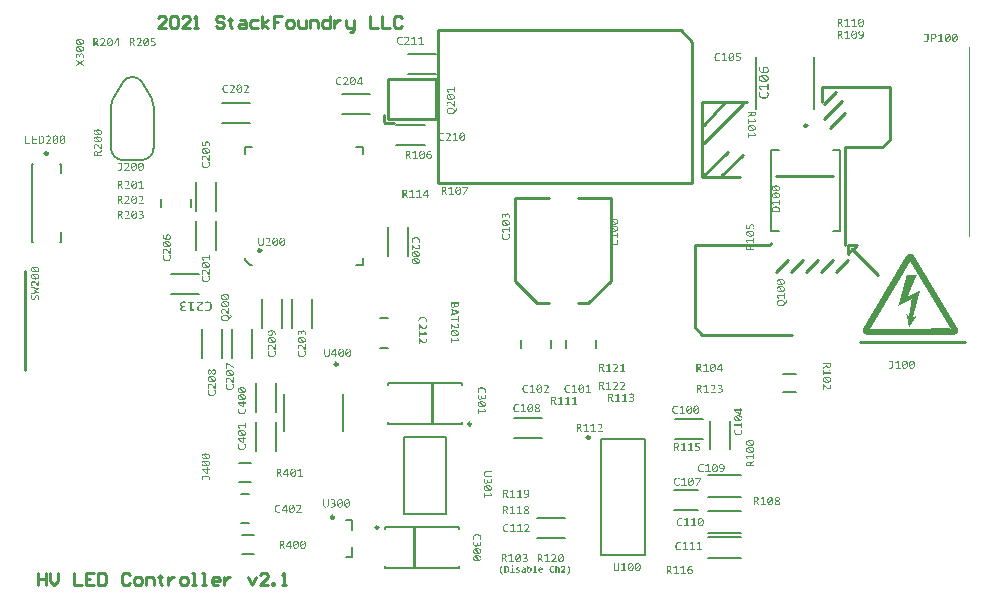
<source format=gto>
G04*
G04 #@! TF.GenerationSoftware,Altium Limited,Altium Designer,21.5.1 (32)*
G04*
G04 Layer_Color=65535*
%FSLAX25Y25*%
%MOIN*%
G70*
G04*
G04 #@! TF.SameCoordinates,FA076E1F-1FF3-4579-943B-07A78E15B8C1*
G04*
G04*
G04 #@! TF.FilePolarity,Positive*
G04*
G01*
G75*
%ADD10C,0.01000*%
%ADD11C,0.00984*%
%ADD12C,0.00787*%
%ADD13C,0.00800*%
%ADD14C,0.00394*%
G36*
X296925Y116972D02*
X297122D01*
Y116944D01*
X297262D01*
Y116916D01*
X297346D01*
Y116888D01*
X297402D01*
Y116860D01*
X297458D01*
Y116832D01*
X297542D01*
Y116804D01*
X297570D01*
Y116776D01*
X297626D01*
Y116748D01*
X297654D01*
Y116720D01*
X297710D01*
Y116692D01*
X297738D01*
Y116664D01*
X297766D01*
Y116636D01*
X297794D01*
Y116607D01*
X297822D01*
Y116579D01*
X297850D01*
Y116551D01*
X297879D01*
Y116523D01*
X297906D01*
Y116495D01*
X297935D01*
Y116467D01*
X297963D01*
Y116439D01*
X297991D01*
Y116411D01*
X298019D01*
Y116383D01*
Y116355D01*
X298047D01*
Y116327D01*
X298075D01*
Y116299D01*
X298103D01*
Y116271D01*
Y116243D01*
X298131D01*
Y116215D01*
X298159D01*
Y116187D01*
Y116159D01*
X298187D01*
Y116131D01*
X298215D01*
Y116103D01*
Y116075D01*
X298243D01*
Y116047D01*
X298271D01*
Y116019D01*
Y115991D01*
X298299D01*
Y115963D01*
Y115935D01*
X298327D01*
Y115907D01*
X298355D01*
Y115878D01*
Y115850D01*
X298383D01*
Y115822D01*
Y115794D01*
X298411D01*
Y115766D01*
Y115738D01*
X298439D01*
Y115710D01*
Y115682D01*
X298467D01*
Y115654D01*
X298495D01*
Y115626D01*
Y115598D01*
X298523D01*
Y115570D01*
Y115542D01*
X298551D01*
Y115514D01*
X298579D01*
Y115486D01*
Y115458D01*
X298607D01*
Y115430D01*
Y115402D01*
X298636D01*
Y115374D01*
X298663D01*
Y115346D01*
Y115318D01*
X298692D01*
Y115290D01*
Y115262D01*
X298720D01*
Y115234D01*
X298748D01*
Y115206D01*
Y115178D01*
X298776D01*
Y115149D01*
X298804D01*
Y115121D01*
Y115094D01*
X298832D01*
Y115065D01*
Y115037D01*
X298860D01*
Y115009D01*
X298888D01*
Y114981D01*
Y114953D01*
X298916D01*
Y114925D01*
Y114897D01*
X298944D01*
Y114869D01*
X298972D01*
Y114841D01*
Y114813D01*
X299000D01*
Y114785D01*
Y114757D01*
X299028D01*
Y114729D01*
X299056D01*
Y114701D01*
Y114673D01*
X299084D01*
Y114645D01*
Y114617D01*
X299112D01*
Y114589D01*
X299140D01*
Y114561D01*
Y114533D01*
X299168D01*
Y114505D01*
Y114477D01*
X299196D01*
Y114449D01*
Y114421D01*
X299224D01*
Y114392D01*
X299252D01*
Y114365D01*
Y114336D01*
X299280D01*
Y114308D01*
X299308D01*
Y114280D01*
Y114252D01*
X299337D01*
Y114224D01*
Y114196D01*
X299364D01*
Y114168D01*
X299393D01*
Y114140D01*
Y114112D01*
X299421D01*
Y114084D01*
Y114056D01*
X299449D01*
Y114028D01*
X299477D01*
Y114000D01*
Y113972D01*
X299505D01*
Y113944D01*
Y113916D01*
X299533D01*
Y113888D01*
X299561D01*
Y113860D01*
Y113832D01*
X299589D01*
Y113804D01*
Y113776D01*
X299617D01*
Y113748D01*
X299645D01*
Y113720D01*
Y113692D01*
X299673D01*
Y113664D01*
Y113636D01*
X299701D01*
Y113608D01*
X299729D01*
Y113579D01*
Y113551D01*
X299757D01*
Y113523D01*
Y113495D01*
X299785D01*
Y113467D01*
X299813D01*
Y113439D01*
Y113411D01*
X299841D01*
Y113383D01*
Y113355D01*
X299869D01*
Y113327D01*
X299897D01*
Y113299D01*
Y113271D01*
X299925D01*
Y113243D01*
Y113215D01*
X299953D01*
Y113187D01*
X299981D01*
Y113159D01*
Y113131D01*
X300009D01*
Y113103D01*
Y113075D01*
X300037D01*
Y113047D01*
X300065D01*
Y113019D01*
Y112991D01*
X300094D01*
Y112963D01*
Y112935D01*
X300121D01*
Y112907D01*
X300149D01*
Y112879D01*
Y112850D01*
X300178D01*
Y112822D01*
Y112794D01*
X300206D01*
Y112766D01*
X300234D01*
Y112738D01*
Y112710D01*
X300262D01*
Y112682D01*
Y112654D01*
X300290D01*
Y112626D01*
X300318D01*
Y112598D01*
Y112570D01*
X300346D01*
Y112542D01*
Y112514D01*
X300374D01*
Y112486D01*
X300402D01*
Y112458D01*
Y112430D01*
X300430D01*
Y112402D01*
Y112374D01*
X300458D01*
Y112346D01*
X300486D01*
Y112318D01*
Y112290D01*
X300514D01*
Y112262D01*
Y112234D01*
X300542D01*
Y112206D01*
X300570D01*
Y112178D01*
Y112150D01*
X300598D01*
Y112121D01*
Y112093D01*
X300626D01*
Y112065D01*
X300654D01*
Y112037D01*
Y112009D01*
X300682D01*
Y111981D01*
Y111953D01*
X300710D01*
Y111925D01*
X300738D01*
Y111897D01*
Y111869D01*
X300766D01*
Y111841D01*
Y111813D01*
X300794D01*
Y111785D01*
X300822D01*
Y111757D01*
Y111729D01*
X300851D01*
Y111701D01*
Y111673D01*
X300879D01*
Y111645D01*
X300906D01*
Y111617D01*
Y111589D01*
X300935D01*
Y111561D01*
Y111533D01*
X300963D01*
Y111505D01*
X300991D01*
Y111477D01*
Y111449D01*
X301019D01*
Y111421D01*
Y111392D01*
X301047D01*
Y111364D01*
X301075D01*
Y111336D01*
Y111308D01*
X301103D01*
Y111280D01*
Y111252D01*
X301131D01*
Y111224D01*
X301159D01*
Y111196D01*
Y111168D01*
X301187D01*
Y111140D01*
Y111112D01*
X301215D01*
Y111084D01*
X301243D01*
Y111056D01*
Y111028D01*
X301271D01*
Y111000D01*
Y110972D01*
X301299D01*
Y110944D01*
X301327D01*
Y110916D01*
Y110888D01*
X301355D01*
Y110860D01*
Y110832D01*
X301383D01*
Y110804D01*
X301411D01*
Y110776D01*
Y110748D01*
X301439D01*
Y110720D01*
Y110692D01*
X301467D01*
Y110664D01*
X301495D01*
Y110635D01*
Y110608D01*
X301523D01*
Y110579D01*
Y110551D01*
X301551D01*
Y110523D01*
X301579D01*
Y110495D01*
Y110467D01*
X301607D01*
Y110439D01*
Y110411D01*
X301636D01*
Y110383D01*
X301663D01*
Y110355D01*
Y110327D01*
X301692D01*
Y110299D01*
Y110271D01*
X301720D01*
Y110243D01*
X301748D01*
Y110215D01*
Y110187D01*
X301776D01*
Y110159D01*
Y110131D01*
X301804D01*
Y110103D01*
X301832D01*
Y110075D01*
Y110047D01*
X301860D01*
Y110019D01*
Y109991D01*
X301888D01*
Y109963D01*
X301916D01*
Y109935D01*
Y109906D01*
X301944D01*
Y109879D01*
X301972D01*
Y109851D01*
Y109822D01*
X302000D01*
Y109794D01*
Y109766D01*
X302028D01*
Y109738D01*
Y109710D01*
X302056D01*
Y109682D01*
X302084D01*
Y109654D01*
Y109626D01*
X302112D01*
Y109598D01*
X302140D01*
Y109570D01*
Y109542D01*
X302168D01*
Y109514D01*
Y109486D01*
X302196D01*
Y109458D01*
X302224D01*
Y109430D01*
Y109402D01*
X302252D01*
Y109374D01*
Y109346D01*
X302280D01*
Y109318D01*
Y109290D01*
X302308D01*
Y109262D01*
X302337D01*
Y109234D01*
Y109206D01*
X302364D01*
Y109178D01*
X302393D01*
Y109150D01*
Y109122D01*
X302421D01*
Y109093D01*
Y109065D01*
X302449D01*
Y109037D01*
Y109009D01*
X302477D01*
Y108981D01*
X302505D01*
Y108953D01*
Y108925D01*
X302533D01*
Y108897D01*
Y108869D01*
X302561D01*
Y108841D01*
X302589D01*
Y108813D01*
Y108785D01*
X302617D01*
Y108757D01*
X302645D01*
Y108729D01*
Y108701D01*
X302673D01*
Y108673D01*
Y108645D01*
X302701D01*
Y108617D01*
Y108589D01*
X302729D01*
Y108561D01*
X302757D01*
Y108533D01*
Y108505D01*
X302785D01*
Y108477D01*
X302813D01*
Y108449D01*
Y108421D01*
X302841D01*
Y108393D01*
Y108364D01*
X302869D01*
Y108336D01*
X302897D01*
Y108308D01*
Y108280D01*
X302925D01*
Y108252D01*
Y108224D01*
X302953D01*
Y108196D01*
Y108168D01*
X302981D01*
Y108140D01*
X303009D01*
Y108112D01*
Y108084D01*
X303037D01*
Y108056D01*
X303065D01*
Y108028D01*
Y108000D01*
X303094D01*
Y107972D01*
Y107944D01*
X303121D01*
Y107916D01*
Y107888D01*
X303150D01*
Y107860D01*
X303178D01*
Y107832D01*
Y107804D01*
X303206D01*
Y107776D01*
Y107748D01*
X303234D01*
Y107720D01*
X303262D01*
Y107692D01*
Y107664D01*
X303290D01*
Y107635D01*
X303318D01*
Y107607D01*
Y107579D01*
X303346D01*
Y107551D01*
Y107523D01*
X303374D01*
Y107495D01*
Y107467D01*
X303402D01*
Y107439D01*
X303430D01*
Y107411D01*
Y107383D01*
X303458D01*
Y107355D01*
X303486D01*
Y107327D01*
Y107299D01*
X303514D01*
Y107271D01*
Y107243D01*
X303542D01*
Y107215D01*
X303570D01*
Y107187D01*
Y107159D01*
X303598D01*
Y107131D01*
Y107103D01*
X303626D01*
Y107075D01*
Y107047D01*
X303654D01*
Y107019D01*
X303682D01*
Y106991D01*
Y106963D01*
X303710D01*
Y106935D01*
X303738D01*
Y106906D01*
Y106878D01*
X303766D01*
Y106851D01*
Y106822D01*
X303794D01*
Y106794D01*
Y106766D01*
X303822D01*
Y106738D01*
X303851D01*
Y106710D01*
Y106682D01*
X303878D01*
Y106654D01*
Y106626D01*
X303906D01*
Y106598D01*
X303935D01*
Y106570D01*
Y106542D01*
X303963D01*
Y106514D01*
X303991D01*
Y106486D01*
Y106458D01*
X304019D01*
Y106430D01*
Y106402D01*
X304047D01*
Y106374D01*
Y106346D01*
X304075D01*
Y106318D01*
X304103D01*
Y106290D01*
Y106262D01*
X304131D01*
Y106234D01*
X304159D01*
Y106206D01*
Y106178D01*
X304187D01*
Y106149D01*
Y106122D01*
X304215D01*
Y106094D01*
X304243D01*
Y106065D01*
Y106037D01*
X304271D01*
Y106009D01*
Y105981D01*
X304299D01*
Y105953D01*
Y105925D01*
X304327D01*
Y105897D01*
X304355D01*
Y105869D01*
Y105841D01*
X304383D01*
Y105813D01*
X304411D01*
Y105785D01*
Y105757D01*
X304439D01*
Y105729D01*
Y105701D01*
X304467D01*
Y105673D01*
Y105645D01*
X304495D01*
Y105617D01*
X304523D01*
Y105589D01*
Y105561D01*
X304551D01*
Y105533D01*
Y105505D01*
X304579D01*
Y105477D01*
X304608D01*
Y105449D01*
Y105421D01*
X304636D01*
Y105393D01*
X304663D01*
Y105365D01*
Y105336D01*
X304692D01*
Y105308D01*
Y105280D01*
X304720D01*
Y105252D01*
Y105224D01*
X304748D01*
Y105196D01*
X304776D01*
Y105168D01*
Y105140D01*
X304804D01*
Y105112D01*
Y105084D01*
X304832D01*
Y105056D01*
X304860D01*
Y105028D01*
Y105000D01*
X304888D01*
Y104972D01*
X304916D01*
Y104944D01*
Y104916D01*
X304944D01*
Y104888D01*
Y104860D01*
X304972D01*
Y104832D01*
Y104804D01*
X305000D01*
Y104776D01*
X305028D01*
Y104748D01*
Y104720D01*
X305056D01*
Y104692D01*
Y104664D01*
X305084D01*
Y104636D01*
X305112D01*
Y104607D01*
Y104579D01*
X305140D01*
Y104551D01*
Y104523D01*
X305168D01*
Y104495D01*
X305196D01*
Y104467D01*
Y104439D01*
X305224D01*
Y104411D01*
Y104383D01*
X305252D01*
Y104355D01*
X305280D01*
Y104327D01*
Y104299D01*
X305308D01*
Y104271D01*
Y104243D01*
X305336D01*
Y104215D01*
X305364D01*
Y104187D01*
Y104159D01*
X305393D01*
Y104131D01*
Y104103D01*
X305421D01*
Y104075D01*
X305449D01*
Y104047D01*
Y104019D01*
X305477D01*
Y103991D01*
Y103963D01*
X305505D01*
Y103935D01*
X305533D01*
Y103907D01*
Y103878D01*
X305561D01*
Y103850D01*
Y103822D01*
X305589D01*
Y103794D01*
X305617D01*
Y103766D01*
Y103738D01*
X305645D01*
Y103710D01*
Y103682D01*
X305673D01*
Y103654D01*
X305701D01*
Y103626D01*
Y103598D01*
X305729D01*
Y103570D01*
Y103542D01*
X305757D01*
Y103514D01*
X305785D01*
Y103486D01*
Y103458D01*
X305813D01*
Y103430D01*
Y103402D01*
X305841D01*
Y103374D01*
X305869D01*
Y103346D01*
Y103318D01*
X305897D01*
Y103290D01*
Y103262D01*
X305925D01*
Y103234D01*
X305953D01*
Y103206D01*
Y103178D01*
X305981D01*
Y103149D01*
Y103121D01*
X306009D01*
Y103094D01*
X306037D01*
Y103065D01*
Y103037D01*
X306065D01*
Y103009D01*
Y102981D01*
X306094D01*
Y102953D01*
X306121D01*
Y102925D01*
Y102897D01*
X306150D01*
Y102869D01*
Y102841D01*
X306178D01*
Y102813D01*
X306206D01*
Y102785D01*
Y102757D01*
X306234D01*
Y102729D01*
Y102701D01*
X306262D01*
Y102673D01*
X306290D01*
Y102645D01*
Y102617D01*
X306318D01*
Y102589D01*
Y102561D01*
X306346D01*
Y102533D01*
X306374D01*
Y102505D01*
Y102477D01*
X306402D01*
Y102449D01*
Y102421D01*
X306430D01*
Y102392D01*
X306458D01*
Y102365D01*
Y102337D01*
X306486D01*
Y102308D01*
Y102280D01*
X306514D01*
Y102252D01*
X306542D01*
Y102224D01*
Y102196D01*
X306570D01*
Y102168D01*
Y102140D01*
X306598D01*
Y102112D01*
Y102084D01*
X306626D01*
Y102056D01*
X306654D01*
Y102028D01*
Y102000D01*
X306682D01*
Y101972D01*
X306710D01*
Y101944D01*
Y101916D01*
X306738D01*
Y101888D01*
Y101860D01*
X306766D01*
Y101832D01*
X306794D01*
Y101804D01*
Y101776D01*
X306822D01*
Y101748D01*
Y101720D01*
X306851D01*
Y101692D01*
X306878D01*
Y101663D01*
Y101636D01*
X306907D01*
Y101608D01*
Y101579D01*
X306935D01*
Y101551D01*
X306963D01*
Y101523D01*
Y101495D01*
X306991D01*
Y101467D01*
Y101439D01*
X307019D01*
Y101411D01*
X307047D01*
Y101383D01*
Y101355D01*
X307075D01*
Y101327D01*
Y101299D01*
X307103D01*
Y101271D01*
X307131D01*
Y101243D01*
Y101215D01*
X307159D01*
Y101187D01*
Y101159D01*
X307187D01*
Y101131D01*
X307215D01*
Y101103D01*
Y101075D01*
X307243D01*
Y101047D01*
Y101019D01*
X307271D01*
Y100991D01*
Y100963D01*
X307299D01*
Y100935D01*
X307327D01*
Y100907D01*
Y100879D01*
X307355D01*
Y100850D01*
X307383D01*
Y100822D01*
Y100794D01*
X307411D01*
Y100766D01*
Y100738D01*
X307439D01*
Y100710D01*
X307467D01*
Y100682D01*
Y100654D01*
X307495D01*
Y100626D01*
Y100598D01*
X307523D01*
Y100570D01*
X307551D01*
Y100542D01*
Y100514D01*
X307579D01*
Y100486D01*
Y100458D01*
X307608D01*
Y100430D01*
Y100402D01*
X307635D01*
Y100374D01*
X307663D01*
Y100346D01*
Y100318D01*
X307692D01*
Y100290D01*
X307720D01*
Y100262D01*
Y100234D01*
X307748D01*
Y100206D01*
Y100178D01*
X307776D01*
Y100150D01*
X307804D01*
Y100121D01*
Y100093D01*
X307832D01*
Y100065D01*
Y100037D01*
X307860D01*
Y100009D01*
X307888D01*
Y99981D01*
Y99953D01*
X307916D01*
Y99925D01*
Y99897D01*
X307944D01*
Y99869D01*
Y99841D01*
X307972D01*
Y99813D01*
X308000D01*
Y99785D01*
Y99757D01*
X308028D01*
Y99729D01*
Y99701D01*
X308056D01*
Y99673D01*
X308084D01*
Y99645D01*
Y99617D01*
X308112D01*
Y99589D01*
X308140D01*
Y99561D01*
Y99533D01*
X308168D01*
Y99505D01*
Y99477D01*
X308196D01*
Y99449D01*
X308224D01*
Y99421D01*
Y99392D01*
X308252D01*
Y99365D01*
Y99336D01*
X308280D01*
Y99308D01*
X308308D01*
Y99280D01*
Y99252D01*
X308336D01*
Y99224D01*
Y99196D01*
X308365D01*
Y99168D01*
Y99140D01*
X308393D01*
Y99112D01*
X308421D01*
Y99084D01*
Y99056D01*
X308449D01*
Y99028D01*
Y99000D01*
X308477D01*
Y98972D01*
X308505D01*
Y98944D01*
Y98916D01*
X308533D01*
Y98888D01*
Y98860D01*
X308561D01*
Y98832D01*
X308589D01*
Y98804D01*
Y98776D01*
X308617D01*
Y98748D01*
Y98720D01*
X308645D01*
Y98692D01*
X308673D01*
Y98664D01*
Y98636D01*
X308701D01*
Y98607D01*
Y98579D01*
X308729D01*
Y98551D01*
X308757D01*
Y98523D01*
Y98495D01*
X308785D01*
Y98467D01*
Y98439D01*
X308813D01*
Y98411D01*
X308841D01*
Y98383D01*
Y98355D01*
X308869D01*
Y98327D01*
Y98299D01*
X308897D01*
Y98271D01*
X308925D01*
Y98243D01*
Y98215D01*
X308953D01*
Y98187D01*
Y98159D01*
X308981D01*
Y98131D01*
X309009D01*
Y98103D01*
Y98075D01*
X309037D01*
Y98047D01*
Y98019D01*
X309065D01*
Y97991D01*
X309093D01*
Y97963D01*
Y97935D01*
X309121D01*
Y97907D01*
Y97878D01*
X309150D01*
Y97851D01*
X309178D01*
Y97822D01*
Y97794D01*
X309206D01*
Y97766D01*
Y97738D01*
X309234D01*
Y97710D01*
X309262D01*
Y97682D01*
Y97654D01*
X309290D01*
Y97626D01*
Y97598D01*
X309318D01*
Y97570D01*
X309346D01*
Y97542D01*
Y97514D01*
X309374D01*
Y97486D01*
Y97458D01*
X309402D01*
Y97430D01*
X309430D01*
Y97402D01*
Y97374D01*
X309458D01*
Y97346D01*
Y97318D01*
X309486D01*
Y97290D01*
Y97262D01*
X309514D01*
Y97234D01*
X309542D01*
Y97206D01*
Y97178D01*
X309570D01*
Y97149D01*
X309598D01*
Y97122D01*
Y97093D01*
X309626D01*
Y97065D01*
Y97037D01*
X309654D01*
Y97009D01*
X309682D01*
Y96981D01*
Y96953D01*
X309710D01*
Y96925D01*
Y96897D01*
X309738D01*
Y96869D01*
Y96841D01*
X309766D01*
Y96813D01*
X309794D01*
Y96785D01*
Y96757D01*
X309822D01*
Y96729D01*
Y96701D01*
X309851D01*
Y96673D01*
X309878D01*
Y96645D01*
Y96617D01*
X309907D01*
Y96589D01*
X309935D01*
Y96561D01*
Y96533D01*
X309963D01*
Y96505D01*
Y96477D01*
X309991D01*
Y96449D01*
X310019D01*
Y96421D01*
Y96393D01*
X310047D01*
Y96364D01*
Y96337D01*
X310075D01*
Y96308D01*
Y96280D01*
X310103D01*
Y96252D01*
X310131D01*
Y96224D01*
Y96196D01*
X310159D01*
Y96168D01*
Y96140D01*
X310187D01*
Y96112D01*
X310215D01*
Y96084D01*
Y96056D01*
X310243D01*
Y96028D01*
Y96000D01*
X310271D01*
Y95972D01*
X310299D01*
Y95944D01*
Y95916D01*
X310327D01*
Y95888D01*
Y95860D01*
X310355D01*
Y95832D01*
X310383D01*
Y95804D01*
Y95776D01*
X310411D01*
Y95748D01*
Y95720D01*
X310439D01*
Y95692D01*
X310467D01*
Y95663D01*
Y95635D01*
X310495D01*
Y95608D01*
Y95579D01*
X310523D01*
Y95551D01*
X310551D01*
Y95523D01*
Y95495D01*
X310579D01*
Y95467D01*
Y95439D01*
X310608D01*
Y95411D01*
X310635D01*
Y95383D01*
Y95355D01*
X310664D01*
Y95327D01*
Y95299D01*
X310692D01*
Y95271D01*
X310720D01*
Y95243D01*
Y95215D01*
X310748D01*
Y95187D01*
Y95159D01*
X310776D01*
Y95131D01*
X310804D01*
Y95103D01*
Y95075D01*
X310832D01*
Y95047D01*
Y95019D01*
X310860D01*
Y94991D01*
Y94963D01*
X310888D01*
Y94935D01*
X310916D01*
Y94907D01*
Y94879D01*
X310944D01*
Y94850D01*
X310972D01*
Y94822D01*
Y94794D01*
X311000D01*
Y94766D01*
Y94738D01*
X311028D01*
Y94710D01*
Y94682D01*
X311056D01*
Y94654D01*
X311084D01*
Y94626D01*
Y94598D01*
X311112D01*
Y94570D01*
Y94542D01*
X311140D01*
Y94514D01*
X311168D01*
Y94486D01*
Y94458D01*
X311196D01*
Y94430D01*
Y94402D01*
X311224D01*
Y94374D01*
X311252D01*
Y94346D01*
Y94318D01*
X311280D01*
Y94290D01*
Y94262D01*
X311308D01*
Y94234D01*
X311336D01*
Y94206D01*
Y94178D01*
X311365D01*
Y94150D01*
Y94121D01*
X311392D01*
Y94094D01*
Y94065D01*
X311421D01*
Y94037D01*
X311449D01*
Y94009D01*
Y93981D01*
X311477D01*
Y93953D01*
Y93925D01*
X311505D01*
Y93897D01*
X311533D01*
Y93869D01*
Y93841D01*
X311561D01*
Y93813D01*
Y93785D01*
X311589D01*
Y93757D01*
X311617D01*
Y93729D01*
Y93701D01*
X311645D01*
Y93673D01*
Y93645D01*
X311673D01*
Y93617D01*
X311701D01*
Y93589D01*
Y93561D01*
X311729D01*
Y93533D01*
Y93505D01*
X311757D01*
Y93477D01*
X311785D01*
Y93449D01*
Y93421D01*
X311813D01*
Y93392D01*
Y93365D01*
X311841D01*
Y93336D01*
X311869D01*
Y93308D01*
Y93280D01*
X311897D01*
Y93252D01*
Y93224D01*
X311925D01*
Y93196D01*
X311953D01*
Y93168D01*
Y93140D01*
X311981D01*
Y93112D01*
Y93084D01*
X312009D01*
Y93056D01*
X312037D01*
Y93028D01*
Y93000D01*
X312065D01*
Y92972D01*
Y92944D01*
X312093D01*
Y92916D01*
Y92888D01*
X312122D01*
Y92860D01*
X312150D01*
Y92832D01*
Y92804D01*
X312178D01*
Y92776D01*
Y92748D01*
X312206D01*
Y92720D01*
X312234D01*
Y92692D01*
Y92664D01*
X312262D01*
Y92636D01*
Y92607D01*
X312290D01*
Y92579D01*
Y92551D01*
X312318D01*
Y92523D01*
X312346D01*
Y92495D01*
Y92467D01*
X312374D01*
Y92439D01*
Y92411D01*
X312402D01*
Y92383D01*
X312430D01*
Y92355D01*
Y92327D01*
X312458D01*
Y92299D01*
Y92271D01*
X312486D01*
Y92243D01*
Y92215D01*
X312514D01*
Y92187D01*
Y92159D01*
X312542D01*
Y92131D01*
X312570D01*
Y92103D01*
Y92075D01*
X312598D01*
Y92047D01*
Y92019D01*
X312626D01*
Y91991D01*
Y91963D01*
X312654D01*
Y91935D01*
Y91906D01*
X312682D01*
Y91878D01*
Y91851D01*
Y91822D01*
X312710D01*
Y91794D01*
Y91766D01*
Y91738D01*
X312738D01*
Y91710D01*
Y91682D01*
Y91654D01*
Y91626D01*
X312766D01*
Y91598D01*
Y91570D01*
Y91542D01*
Y91514D01*
Y91486D01*
Y91458D01*
Y91430D01*
Y91402D01*
Y91374D01*
Y91346D01*
Y91318D01*
Y91290D01*
Y91262D01*
Y91234D01*
Y91206D01*
Y91178D01*
Y91149D01*
Y91122D01*
Y91093D01*
Y91065D01*
X312738D01*
Y91037D01*
Y91009D01*
Y90981D01*
Y90953D01*
X312710D01*
Y90925D01*
Y90897D01*
Y90869D01*
X312682D01*
Y90841D01*
Y90813D01*
Y90785D01*
X312654D01*
Y90757D01*
Y90729D01*
X312626D01*
Y90701D01*
Y90673D01*
X312598D01*
Y90645D01*
Y90617D01*
X312570D01*
Y90589D01*
Y90561D01*
X312542D01*
Y90533D01*
X312514D01*
Y90505D01*
X312486D01*
Y90477D01*
Y90449D01*
X312458D01*
Y90421D01*
X312430D01*
Y90393D01*
X312402D01*
Y90364D01*
X312374D01*
Y90337D01*
X312346D01*
Y90308D01*
X312318D01*
Y90280D01*
X312290D01*
Y90252D01*
X312234D01*
Y90224D01*
X312206D01*
Y90196D01*
X312150D01*
Y90168D01*
X312093D01*
Y90140D01*
X312037D01*
Y90112D01*
X311953D01*
Y90084D01*
X311841D01*
Y90056D01*
X302364D01*
Y90028D01*
X302308D01*
Y90056D01*
X295804D01*
Y90028D01*
X295748D01*
Y90056D01*
X295692D01*
Y90028D01*
X282037D01*
Y90056D01*
X281953D01*
Y90084D01*
X281897D01*
Y90112D01*
X281841D01*
Y90140D01*
X281785D01*
Y90168D01*
X281729D01*
Y90196D01*
X281701D01*
Y90224D01*
X281645D01*
Y90252D01*
X281617D01*
Y90280D01*
X281589D01*
Y90308D01*
X281533D01*
Y90337D01*
X281505D01*
Y90364D01*
X281477D01*
Y90393D01*
X281449D01*
Y90421D01*
X281421D01*
Y90449D01*
X281393D01*
Y90477D01*
X281364D01*
Y90505D01*
X281336D01*
Y90533D01*
X281308D01*
Y90561D01*
Y90589D01*
X281280D01*
Y90617D01*
X281252D01*
Y90645D01*
X281224D01*
Y90673D01*
Y90701D01*
X281196D01*
Y90729D01*
Y90757D01*
X281168D01*
Y90785D01*
X281140D01*
Y90813D01*
Y90841D01*
Y90869D01*
X281112D01*
Y90897D01*
Y90925D01*
X281084D01*
Y90953D01*
Y90981D01*
Y91009D01*
X281056D01*
Y91037D01*
Y91065D01*
Y91093D01*
X281028D01*
Y91122D01*
Y91149D01*
Y91178D01*
Y91206D01*
X281000D01*
Y91234D01*
Y91262D01*
Y91290D01*
Y91318D01*
Y91346D01*
Y91374D01*
Y91402D01*
Y91430D01*
Y91458D01*
Y91486D01*
Y91514D01*
Y91542D01*
Y91570D01*
Y91598D01*
Y91626D01*
Y91654D01*
X281028D01*
Y91682D01*
Y91710D01*
Y91738D01*
Y91766D01*
Y91794D01*
X281056D01*
Y91822D01*
Y91851D01*
Y91878D01*
X281084D01*
Y91906D01*
Y91935D01*
Y91963D01*
X281112D01*
Y91991D01*
Y92019D01*
X281140D01*
Y92047D01*
Y92075D01*
X281168D01*
Y92103D01*
Y92131D01*
X281196D01*
Y92159D01*
Y92187D01*
X281224D01*
Y92215D01*
X281252D01*
Y92243D01*
Y92271D01*
X281280D01*
Y92299D01*
Y92327D01*
X281308D01*
Y92355D01*
X281336D01*
Y92383D01*
Y92411D01*
X281364D01*
Y92439D01*
Y92467D01*
X281393D01*
Y92495D01*
X281421D01*
Y92523D01*
Y92551D01*
X281449D01*
Y92579D01*
Y92607D01*
X281477D01*
Y92636D01*
Y92664D01*
X281505D01*
Y92692D01*
X281533D01*
Y92720D01*
Y92748D01*
X281561D01*
Y92776D01*
Y92804D01*
X281589D01*
Y92832D01*
X281617D01*
Y92860D01*
Y92888D01*
X281645D01*
Y92916D01*
Y92944D01*
X281673D01*
Y92972D01*
Y93000D01*
X281701D01*
Y93028D01*
X281729D01*
Y93056D01*
Y93084D01*
X281757D01*
Y93112D01*
Y93140D01*
X281785D01*
Y93168D01*
X281813D01*
Y93196D01*
Y93224D01*
X281841D01*
Y93252D01*
Y93280D01*
X281869D01*
Y93308D01*
X281897D01*
Y93336D01*
Y93365D01*
X281925D01*
Y93392D01*
Y93421D01*
X281953D01*
Y93449D01*
Y93477D01*
X281981D01*
Y93505D01*
X282009D01*
Y93533D01*
Y93561D01*
X282037D01*
Y93589D01*
X282065D01*
Y93617D01*
Y93645D01*
X282094D01*
Y93673D01*
Y93701D01*
X282121D01*
Y93729D01*
Y93757D01*
X282150D01*
Y93785D01*
X282178D01*
Y93813D01*
Y93841D01*
X282206D01*
Y93869D01*
Y93897D01*
X282234D01*
Y93925D01*
X282262D01*
Y93953D01*
Y93981D01*
X282290D01*
Y94009D01*
Y94037D01*
X282318D01*
Y94065D01*
Y94094D01*
X282346D01*
Y94121D01*
X282374D01*
Y94150D01*
Y94178D01*
X282402D01*
Y94206D01*
Y94234D01*
X282430D01*
Y94262D01*
X282458D01*
Y94290D01*
Y94318D01*
X282486D01*
Y94346D01*
Y94374D01*
X282514D01*
Y94402D01*
X282542D01*
Y94430D01*
Y94458D01*
X282570D01*
Y94486D01*
Y94514D01*
X282598D01*
Y94542D01*
Y94570D01*
X282626D01*
Y94598D01*
X282654D01*
Y94626D01*
Y94654D01*
X282682D01*
Y94682D01*
X282710D01*
Y94710D01*
Y94738D01*
X282738D01*
Y94766D01*
Y94794D01*
X282766D01*
Y94822D01*
Y94850D01*
X282794D01*
Y94879D01*
X282822D01*
Y94907D01*
Y94935D01*
X282851D01*
Y94963D01*
Y94991D01*
X282878D01*
Y95019D01*
X282907D01*
Y95047D01*
Y95075D01*
X282935D01*
Y95103D01*
Y95131D01*
X282963D01*
Y95159D01*
Y95187D01*
X282991D01*
Y95215D01*
X283019D01*
Y95243D01*
Y95271D01*
X283047D01*
Y95299D01*
X283075D01*
Y95327D01*
Y95355D01*
X283103D01*
Y95383D01*
Y95411D01*
X283131D01*
Y95439D01*
Y95467D01*
X283159D01*
Y95495D01*
X283187D01*
Y95523D01*
Y95551D01*
X283215D01*
Y95579D01*
Y95608D01*
X283243D01*
Y95635D01*
X283271D01*
Y95663D01*
Y95692D01*
X283299D01*
Y95720D01*
Y95748D01*
X283327D01*
Y95776D01*
Y95804D01*
X283355D01*
Y95832D01*
X283383D01*
Y95860D01*
Y95888D01*
X283411D01*
Y95916D01*
X283439D01*
Y95944D01*
Y95972D01*
X283467D01*
Y96000D01*
Y96028D01*
X283495D01*
Y96056D01*
Y96084D01*
X283523D01*
Y96112D01*
X283551D01*
Y96140D01*
Y96168D01*
X283579D01*
Y96196D01*
Y96224D01*
X283608D01*
Y96252D01*
Y96280D01*
X283635D01*
Y96308D01*
X283664D01*
Y96337D01*
Y96364D01*
X283692D01*
Y96393D01*
X283720D01*
Y96421D01*
Y96449D01*
X283748D01*
Y96477D01*
Y96505D01*
X283776D01*
Y96533D01*
X283804D01*
Y96561D01*
Y96589D01*
X283832D01*
Y96617D01*
Y96645D01*
X283860D01*
Y96673D01*
Y96701D01*
X283888D01*
Y96729D01*
X283916D01*
Y96757D01*
Y96785D01*
X283944D01*
Y96813D01*
Y96841D01*
X283972D01*
Y96869D01*
Y96897D01*
X284000D01*
Y96925D01*
X284028D01*
Y96953D01*
Y96981D01*
X284056D01*
Y97009D01*
X284084D01*
Y97037D01*
Y97065D01*
X284112D01*
Y97093D01*
Y97122D01*
X284140D01*
Y97149D01*
Y97178D01*
X284168D01*
Y97206D01*
X284196D01*
Y97234D01*
Y97262D01*
X284224D01*
Y97290D01*
Y97318D01*
X284252D01*
Y97346D01*
X284280D01*
Y97374D01*
Y97402D01*
X284308D01*
Y97430D01*
Y97458D01*
X284336D01*
Y97486D01*
X284365D01*
Y97514D01*
Y97542D01*
X284392D01*
Y97570D01*
Y97598D01*
X284421D01*
Y97626D01*
Y97654D01*
X284449D01*
Y97682D01*
X284477D01*
Y97710D01*
Y97738D01*
X284505D01*
Y97766D01*
Y97794D01*
X284533D01*
Y97822D01*
X284561D01*
Y97851D01*
Y97878D01*
X284589D01*
Y97907D01*
Y97935D01*
X284617D01*
Y97963D01*
X284645D01*
Y97991D01*
Y98019D01*
X284673D01*
Y98047D01*
Y98075D01*
X284701D01*
Y98103D01*
X284729D01*
Y98131D01*
Y98159D01*
X284757D01*
Y98187D01*
Y98215D01*
X284785D01*
Y98243D01*
Y98271D01*
X284813D01*
Y98299D01*
X284841D01*
Y98327D01*
Y98355D01*
X284869D01*
Y98383D01*
X284897D01*
Y98411D01*
Y98439D01*
X284925D01*
Y98467D01*
Y98495D01*
X284953D01*
Y98523D01*
Y98551D01*
X284981D01*
Y98579D01*
X285009D01*
Y98607D01*
Y98636D01*
X285037D01*
Y98664D01*
Y98692D01*
X285065D01*
Y98720D01*
X285093D01*
Y98748D01*
Y98776D01*
X285121D01*
Y98804D01*
Y98832D01*
X285150D01*
Y98860D01*
Y98888D01*
X285178D01*
Y98916D01*
X285206D01*
Y98944D01*
Y98972D01*
X285234D01*
Y99000D01*
Y99028D01*
X285262D01*
Y99056D01*
X285290D01*
Y99084D01*
Y99112D01*
X285318D01*
Y99140D01*
Y99168D01*
X285346D01*
Y99196D01*
X285374D01*
Y99224D01*
Y99252D01*
X285402D01*
Y99280D01*
Y99308D01*
X285430D01*
Y99336D01*
X285458D01*
Y99365D01*
Y99392D01*
X285486D01*
Y99421D01*
Y99449D01*
X285514D01*
Y99477D01*
X285542D01*
Y99505D01*
Y99533D01*
X285570D01*
Y99561D01*
Y99589D01*
X285598D01*
Y99617D01*
X285626D01*
Y99645D01*
Y99673D01*
X285654D01*
Y99701D01*
Y99729D01*
X285682D01*
Y99757D01*
Y99785D01*
X285710D01*
Y99813D01*
X285738D01*
Y99841D01*
Y99869D01*
X285766D01*
Y99897D01*
Y99925D01*
X285794D01*
Y99953D01*
X285822D01*
Y99981D01*
Y100009D01*
X285851D01*
Y100037D01*
Y100065D01*
X285878D01*
Y100093D01*
X285907D01*
Y100121D01*
Y100150D01*
X285935D01*
Y100178D01*
Y100206D01*
X285963D01*
Y100234D01*
X285991D01*
Y100262D01*
Y100290D01*
X286019D01*
Y100318D01*
Y100346D01*
X286047D01*
Y100374D01*
Y100402D01*
X286075D01*
Y100430D01*
X286103D01*
Y100458D01*
Y100486D01*
X286131D01*
Y100514D01*
X286159D01*
Y100542D01*
Y100570D01*
X286187D01*
Y100598D01*
Y100626D01*
X286215D01*
Y100654D01*
Y100682D01*
X286243D01*
Y100710D01*
X286271D01*
Y100738D01*
Y100766D01*
X286299D01*
Y100794D01*
Y100822D01*
X286327D01*
Y100850D01*
X286355D01*
Y100879D01*
Y100907D01*
X286383D01*
Y100935D01*
Y100963D01*
X286411D01*
Y100991D01*
X286439D01*
Y101019D01*
Y101047D01*
X286467D01*
Y101075D01*
Y101103D01*
X286495D01*
Y101131D01*
Y101159D01*
X286523D01*
Y101187D01*
X286551D01*
Y101215D01*
Y101243D01*
X286579D01*
Y101271D01*
X286608D01*
Y101299D01*
Y101327D01*
X286635D01*
Y101355D01*
Y101383D01*
X286664D01*
Y101411D01*
Y101439D01*
X286692D01*
Y101467D01*
X286720D01*
Y101495D01*
Y101523D01*
X286748D01*
Y101551D01*
Y101579D01*
X286776D01*
Y101608D01*
X286804D01*
Y101636D01*
Y101663D01*
X286832D01*
Y101692D01*
Y101720D01*
X286860D01*
Y101748D01*
X286888D01*
Y101776D01*
Y101804D01*
X286916D01*
Y101832D01*
Y101860D01*
X286944D01*
Y101888D01*
X286972D01*
Y101916D01*
Y101944D01*
X287000D01*
Y101972D01*
Y102000D01*
X287028D01*
Y102028D01*
Y102056D01*
X287056D01*
Y102084D01*
X287084D01*
Y102112D01*
Y102140D01*
X287112D01*
Y102168D01*
Y102196D01*
X287140D01*
Y102224D01*
X287168D01*
Y102252D01*
Y102280D01*
X287196D01*
Y102308D01*
Y102337D01*
X287224D01*
Y102365D01*
X287252D01*
Y102392D01*
Y102421D01*
X287280D01*
Y102449D01*
Y102477D01*
X287308D01*
Y102505D01*
Y102533D01*
X287336D01*
Y102561D01*
X287365D01*
Y102589D01*
Y102617D01*
X287392D01*
Y102645D01*
Y102673D01*
X287421D01*
Y102701D01*
X287449D01*
Y102729D01*
Y102757D01*
X287477D01*
Y102785D01*
Y102813D01*
X287505D01*
Y102841D01*
X287533D01*
Y102869D01*
Y102897D01*
X287561D01*
Y102925D01*
X287589D01*
Y102953D01*
Y102981D01*
X287617D01*
Y103009D01*
Y103037D01*
X287645D01*
Y103065D01*
Y103094D01*
X287673D01*
Y103121D01*
X287701D01*
Y103149D01*
Y103178D01*
X287729D01*
Y103206D01*
Y103234D01*
X287757D01*
Y103262D01*
X287785D01*
Y103290D01*
Y103318D01*
X287813D01*
Y103346D01*
Y103374D01*
X287841D01*
Y103402D01*
X287869D01*
Y103430D01*
Y103458D01*
X287897D01*
Y103486D01*
Y103514D01*
X287925D01*
Y103542D01*
X287953D01*
Y103570D01*
Y103598D01*
X287981D01*
Y103626D01*
Y103654D01*
X288009D01*
Y103682D01*
X288037D01*
Y103710D01*
Y103738D01*
X288065D01*
Y103766D01*
Y103794D01*
X288093D01*
Y103822D01*
Y103850D01*
X288122D01*
Y103878D01*
X288149D01*
Y103907D01*
Y103935D01*
X288178D01*
Y103963D01*
Y103991D01*
X288206D01*
Y104019D01*
X288234D01*
Y104047D01*
Y104075D01*
X288262D01*
Y104103D01*
Y104131D01*
X288290D01*
Y104159D01*
X288318D01*
Y104187D01*
Y104215D01*
X288346D01*
Y104243D01*
Y104271D01*
X288374D01*
Y104299D01*
Y104327D01*
X288402D01*
Y104355D01*
X288430D01*
Y104383D01*
Y104411D01*
X288458D01*
Y104439D01*
X288486D01*
Y104467D01*
Y104495D01*
X288514D01*
Y104523D01*
Y104551D01*
X288542D01*
Y104579D01*
Y104607D01*
X288570D01*
Y104636D01*
X288598D01*
Y104664D01*
Y104692D01*
X288626D01*
Y104720D01*
Y104748D01*
X288654D01*
Y104776D01*
X288682D01*
Y104804D01*
Y104832D01*
X288710D01*
Y104860D01*
Y104888D01*
X288738D01*
Y104916D01*
Y104944D01*
X288766D01*
Y104972D01*
X288794D01*
Y105000D01*
Y105028D01*
X288822D01*
Y105056D01*
Y105084D01*
X288850D01*
Y105112D01*
X288878D01*
Y105140D01*
Y105168D01*
X288907D01*
Y105196D01*
Y105224D01*
X288935D01*
Y105252D01*
X288963D01*
Y105280D01*
Y105308D01*
X288991D01*
Y105336D01*
Y105365D01*
X289019D01*
Y105393D01*
X289047D01*
Y105421D01*
Y105449D01*
X289075D01*
Y105477D01*
Y105505D01*
X289103D01*
Y105533D01*
X289131D01*
Y105561D01*
Y105589D01*
X289159D01*
Y105617D01*
Y105645D01*
X289187D01*
Y105673D01*
Y105701D01*
X289215D01*
Y105729D01*
X289243D01*
Y105757D01*
Y105785D01*
X289271D01*
Y105813D01*
Y105841D01*
X289299D01*
Y105869D01*
X289327D01*
Y105897D01*
Y105925D01*
X289355D01*
Y105953D01*
Y105981D01*
X289383D01*
Y106009D01*
X289411D01*
Y106037D01*
Y106065D01*
X289439D01*
Y106094D01*
Y106122D01*
X289467D01*
Y106149D01*
X289495D01*
Y106178D01*
Y106206D01*
X289523D01*
Y106234D01*
Y106262D01*
X289551D01*
Y106290D01*
X289579D01*
Y106318D01*
Y106346D01*
X289608D01*
Y106374D01*
Y106402D01*
X289635D01*
Y106430D01*
X289664D01*
Y106458D01*
Y106486D01*
X289692D01*
Y106514D01*
Y106542D01*
X289720D01*
Y106570D01*
Y106598D01*
X289748D01*
Y106626D01*
X289776D01*
Y106654D01*
Y106682D01*
X289804D01*
Y106710D01*
Y106738D01*
X289832D01*
Y106766D01*
X289860D01*
Y106794D01*
Y106822D01*
X289888D01*
Y106851D01*
Y106878D01*
X289916D01*
Y106906D01*
X289944D01*
Y106935D01*
Y106963D01*
X289972D01*
Y106991D01*
Y107019D01*
X290000D01*
Y107047D01*
X290028D01*
Y107075D01*
Y107103D01*
X290056D01*
Y107131D01*
Y107159D01*
X290084D01*
Y107187D01*
X290112D01*
Y107215D01*
Y107243D01*
X290140D01*
Y107271D01*
Y107299D01*
X290168D01*
Y107327D01*
X290196D01*
Y107355D01*
Y107383D01*
X290224D01*
Y107411D01*
Y107439D01*
X290252D01*
Y107467D01*
Y107495D01*
X290280D01*
Y107523D01*
X290308D01*
Y107551D01*
Y107579D01*
X290336D01*
Y107607D01*
Y107635D01*
X290365D01*
Y107664D01*
X290392D01*
Y107692D01*
Y107720D01*
X290421D01*
Y107748D01*
Y107776D01*
X290449D01*
Y107804D01*
X290477D01*
Y107832D01*
Y107860D01*
X290505D01*
Y107888D01*
Y107916D01*
X290533D01*
Y107944D01*
Y107972D01*
X290561D01*
Y108000D01*
X290589D01*
Y108028D01*
Y108056D01*
X290617D01*
Y108084D01*
Y108112D01*
X290645D01*
Y108140D01*
X290673D01*
Y108168D01*
Y108196D01*
X290701D01*
Y108224D01*
Y108252D01*
X290729D01*
Y108280D01*
Y108308D01*
X290757D01*
Y108336D01*
X290785D01*
Y108364D01*
Y108393D01*
X290813D01*
Y108421D01*
X290841D01*
Y108449D01*
Y108477D01*
X290869D01*
Y108505D01*
Y108533D01*
X290897D01*
Y108561D01*
Y108589D01*
X290925D01*
Y108617D01*
X290953D01*
Y108645D01*
Y108673D01*
X290981D01*
Y108701D01*
X291009D01*
Y108729D01*
Y108757D01*
X291037D01*
Y108785D01*
Y108813D01*
X291065D01*
Y108841D01*
Y108869D01*
X291093D01*
Y108897D01*
X291122D01*
Y108925D01*
Y108953D01*
X291149D01*
Y108981D01*
Y109009D01*
X291178D01*
Y109037D01*
X291206D01*
Y109065D01*
Y109093D01*
X291234D01*
Y109122D01*
Y109150D01*
X291262D01*
Y109178D01*
X291290D01*
Y109206D01*
Y109234D01*
X291318D01*
Y109262D01*
Y109290D01*
X291346D01*
Y109318D01*
Y109346D01*
X291374D01*
Y109374D01*
X291402D01*
Y109402D01*
Y109430D01*
X291430D01*
Y109458D01*
X291458D01*
Y109486D01*
Y109514D01*
X291486D01*
Y109542D01*
Y109570D01*
X291514D01*
Y109598D01*
Y109626D01*
X291542D01*
Y109654D01*
X291570D01*
Y109682D01*
Y109710D01*
X291598D01*
Y109738D01*
Y109766D01*
X291626D01*
Y109794D01*
X291654D01*
Y109822D01*
Y109851D01*
X291682D01*
Y109879D01*
Y109906D01*
X291710D01*
Y109935D01*
X291738D01*
Y109963D01*
Y109991D01*
X291766D01*
Y110019D01*
Y110047D01*
X291794D01*
Y110075D01*
Y110103D01*
X291822D01*
Y110131D01*
X291850D01*
Y110159D01*
Y110187D01*
X291879D01*
Y110215D01*
X291906D01*
Y110243D01*
Y110271D01*
X291935D01*
Y110299D01*
Y110327D01*
X291963D01*
Y110355D01*
Y110383D01*
X291991D01*
Y110411D01*
X292019D01*
Y110439D01*
Y110467D01*
X292047D01*
Y110495D01*
Y110523D01*
X292075D01*
Y110551D01*
Y110579D01*
X292103D01*
Y110608D01*
X292131D01*
Y110635D01*
Y110664D01*
X292159D01*
Y110692D01*
Y110720D01*
X292187D01*
Y110748D01*
X292215D01*
Y110776D01*
Y110804D01*
X292243D01*
Y110832D01*
Y110860D01*
X292271D01*
Y110888D01*
X292299D01*
Y110916D01*
Y110944D01*
X292327D01*
Y110972D01*
Y111000D01*
X292355D01*
Y111028D01*
X292383D01*
Y111056D01*
Y111084D01*
X292411D01*
Y111112D01*
Y111140D01*
X292439D01*
Y111168D01*
Y111196D01*
X292467D01*
Y111224D01*
X292495D01*
Y111252D01*
Y111280D01*
X292523D01*
Y111308D01*
Y111336D01*
X292551D01*
Y111364D01*
X292579D01*
Y111392D01*
Y111421D01*
X292607D01*
Y111449D01*
Y111477D01*
X292635D01*
Y111505D01*
X292664D01*
Y111533D01*
Y111561D01*
X292692D01*
Y111589D01*
Y111617D01*
X292720D01*
Y111645D01*
X292748D01*
Y111673D01*
Y111701D01*
X292776D01*
Y111729D01*
Y111757D01*
X292804D01*
Y111785D01*
X292832D01*
Y111813D01*
Y111841D01*
X292860D01*
Y111869D01*
Y111897D01*
X292888D01*
Y111925D01*
Y111953D01*
X292916D01*
Y111981D01*
X292944D01*
Y112009D01*
Y112037D01*
X292972D01*
Y112065D01*
Y112093D01*
X293000D01*
Y112121D01*
X293028D01*
Y112150D01*
Y112178D01*
X293056D01*
Y112206D01*
Y112234D01*
X293084D01*
Y112262D01*
X293112D01*
Y112290D01*
Y112318D01*
X293140D01*
Y112346D01*
Y112374D01*
X293168D01*
Y112402D01*
X293196D01*
Y112430D01*
Y112458D01*
X293224D01*
Y112486D01*
Y112514D01*
X293252D01*
Y112542D01*
Y112570D01*
X293280D01*
Y112598D01*
X293308D01*
Y112626D01*
Y112654D01*
X293337D01*
Y112682D01*
Y112710D01*
X293365D01*
Y112738D01*
X293392D01*
Y112766D01*
Y112794D01*
X293421D01*
Y112822D01*
Y112850D01*
X293449D01*
Y112879D01*
X293477D01*
Y112907D01*
Y112935D01*
X293505D01*
Y112963D01*
Y112991D01*
X293533D01*
Y113019D01*
Y113047D01*
X293561D01*
Y113075D01*
X293589D01*
Y113103D01*
Y113131D01*
X293617D01*
Y113159D01*
X293645D01*
Y113187D01*
Y113215D01*
X293673D01*
Y113243D01*
Y113271D01*
X293701D01*
Y113299D01*
Y113327D01*
X293729D01*
Y113355D01*
X293757D01*
Y113383D01*
Y113411D01*
X293785D01*
Y113439D01*
Y113467D01*
X293813D01*
Y113495D01*
Y113523D01*
X293841D01*
Y113551D01*
X293869D01*
Y113579D01*
Y113608D01*
X293897D01*
Y113636D01*
Y113664D01*
X293925D01*
Y113692D01*
X293953D01*
Y113720D01*
Y113748D01*
X293981D01*
Y113776D01*
Y113804D01*
X294009D01*
Y113832D01*
X294037D01*
Y113860D01*
Y113888D01*
X294065D01*
Y113916D01*
X294093D01*
Y113944D01*
Y113972D01*
X294122D01*
Y114000D01*
Y114028D01*
X294149D01*
Y114056D01*
Y114084D01*
X294178D01*
Y114112D01*
X294206D01*
Y114140D01*
Y114168D01*
X294234D01*
Y114196D01*
X294262D01*
Y114224D01*
Y114252D01*
X294290D01*
Y114280D01*
Y114308D01*
X294318D01*
Y114336D01*
Y114365D01*
X294346D01*
Y114392D01*
X294374D01*
Y114421D01*
Y114449D01*
X294402D01*
Y114477D01*
X294430D01*
Y114505D01*
Y114533D01*
X294458D01*
Y114561D01*
Y114589D01*
X294486D01*
Y114617D01*
Y114645D01*
X294514D01*
Y114673D01*
X294542D01*
Y114701D01*
Y114729D01*
X294570D01*
Y114757D01*
X294598D01*
Y114785D01*
Y114813D01*
X294626D01*
Y114841D01*
Y114869D01*
X294654D01*
Y114897D01*
X294682D01*
Y114925D01*
Y114953D01*
X294710D01*
Y114981D01*
X294738D01*
Y115009D01*
Y115037D01*
X294766D01*
Y115065D01*
Y115094D01*
X294794D01*
Y115121D01*
X294822D01*
Y115149D01*
Y115178D01*
X294850D01*
Y115206D01*
Y115234D01*
X294879D01*
Y115262D01*
X294906D01*
Y115290D01*
Y115318D01*
X294935D01*
Y115346D01*
X294963D01*
Y115374D01*
Y115402D01*
X294991D01*
Y115430D01*
Y115458D01*
X295019D01*
Y115486D01*
X295047D01*
Y115514D01*
Y115542D01*
X295075D01*
Y115570D01*
X295103D01*
Y115598D01*
Y115626D01*
X295131D01*
Y115654D01*
X295159D01*
Y115682D01*
Y115710D01*
X295187D01*
Y115738D01*
X295215D01*
Y115766D01*
Y115794D01*
X295243D01*
Y115822D01*
Y115850D01*
X295271D01*
Y115878D01*
X295299D01*
Y115907D01*
X295327D01*
Y115935D01*
Y115963D01*
X295355D01*
Y115991D01*
X295383D01*
Y116019D01*
Y116047D01*
X295411D01*
Y116075D01*
X295439D01*
Y116103D01*
X295467D01*
Y116131D01*
Y116159D01*
X295495D01*
Y116187D01*
X295523D01*
Y116215D01*
Y116243D01*
X295551D01*
Y116271D01*
X295579D01*
Y116299D01*
Y116327D01*
X295607D01*
Y116355D01*
X295636D01*
Y116383D01*
X295663D01*
Y116411D01*
Y116439D01*
X295692D01*
Y116467D01*
X295720D01*
Y116495D01*
X295748D01*
Y116523D01*
X295776D01*
Y116551D01*
X295804D01*
Y116579D01*
X295832D01*
Y116607D01*
X295860D01*
Y116636D01*
X295888D01*
Y116664D01*
X295944D01*
Y116692D01*
X295972D01*
Y116720D01*
X296000D01*
Y116748D01*
X296028D01*
Y116776D01*
X296084D01*
Y116804D01*
X296140D01*
Y116832D01*
X296168D01*
Y116860D01*
X296224D01*
Y116888D01*
X296280D01*
Y116916D01*
X296364D01*
Y116944D01*
X296449D01*
Y116972D01*
X296561D01*
Y117000D01*
X296925D01*
Y116972D01*
D02*
G37*
G36*
X164281Y13119D02*
X164296D01*
X164312Y13115D01*
X164329Y13112D01*
X164348Y13106D01*
X164366Y13099D01*
X164368D01*
X164373Y13095D01*
X164383Y13090D01*
X164394Y13084D01*
X164421Y13066D01*
X164449Y13041D01*
X164451Y13039D01*
X164455Y13036D01*
X164462Y13027D01*
X164470Y13017D01*
X164479Y13004D01*
X164490Y12990D01*
X164507Y12956D01*
X164508Y12954D01*
X164510Y12949D01*
X164514Y12938D01*
X164518Y12925D01*
X164521Y12910D01*
X164523Y12893D01*
X164527Y12875D01*
Y12855D01*
Y12853D01*
Y12845D01*
X164525Y12834D01*
Y12821D01*
X164521Y12805D01*
X164518Y12788D01*
X164514Y12769D01*
X164507Y12751D01*
Y12749D01*
X164503Y12744D01*
X164497Y12734D01*
X164492Y12723D01*
X164473Y12695D01*
X164449Y12666D01*
X164447Y12664D01*
X164444Y12660D01*
X164436Y12653D01*
X164425Y12645D01*
X164414Y12636D01*
X164399Y12627D01*
X164366Y12610D01*
X164364D01*
X164357Y12607D01*
X164348Y12605D01*
X164334Y12601D01*
X164320Y12597D01*
X164301Y12594D01*
X164281Y12592D01*
X164260Y12590D01*
X164251D01*
X164240Y12592D01*
X164227D01*
X164211Y12596D01*
X164192Y12599D01*
X164174Y12603D01*
X164155Y12610D01*
X164153Y12612D01*
X164148Y12614D01*
X164138Y12620D01*
X164127Y12625D01*
X164100Y12642D01*
X164070Y12666D01*
X164068Y12668D01*
X164065Y12673D01*
X164057Y12681D01*
X164050Y12690D01*
X164040Y12703D01*
X164031Y12718D01*
X164014Y12751D01*
Y12753D01*
X164011Y12760D01*
X164009Y12769D01*
X164005Y12782D01*
X164002Y12797D01*
X164000Y12816D01*
X163996Y12855D01*
Y12856D01*
Y12864D01*
X163998Y12875D01*
Y12888D01*
X164000Y12903D01*
X164003Y12919D01*
X164014Y12956D01*
X164016Y12958D01*
X164018Y12964D01*
X164024Y12973D01*
X164029Y12986D01*
X164046Y13012D01*
X164070Y13041D01*
X164072Y13043D01*
X164077Y13047D01*
X164085Y13054D01*
X164094Y13062D01*
X164107Y13071D01*
X164122Y13082D01*
X164155Y13099D01*
X164157Y13101D01*
X164164Y13102D01*
X164174Y13106D01*
X164187Y13110D01*
X164203Y13114D01*
X164220Y13117D01*
X164240Y13121D01*
X164270D01*
X164281Y13119D01*
D02*
G37*
G36*
X177660Y12906D02*
X177710Y12904D01*
X177721D01*
X177734Y12903D01*
X177751Y12901D01*
X177771Y12899D01*
X177793Y12897D01*
X177840Y12892D01*
X177843D01*
X177851Y12890D01*
X177864Y12888D01*
X177878Y12884D01*
X177899Y12880D01*
X177919Y12877D01*
X177967Y12866D01*
X177971D01*
X177978Y12864D01*
X177991Y12860D01*
X178010Y12856D01*
X178030Y12851D01*
X178052Y12844D01*
X178104Y12829D01*
Y12422D01*
X178102D01*
X178099Y12425D01*
X178089Y12427D01*
X178080Y12433D01*
X178067Y12438D01*
X178052Y12444D01*
X178036Y12451D01*
X178017Y12459D01*
X177975Y12473D01*
X177930Y12490D01*
X177880Y12505D01*
X177832Y12516D01*
X177830D01*
X177827Y12518D01*
X177819Y12520D01*
X177810Y12522D01*
X177799Y12523D01*
X177786Y12525D01*
X177754Y12531D01*
X177719Y12536D01*
X177680Y12542D01*
X177640Y12544D01*
X177599Y12546D01*
X177573D01*
X177560Y12544D01*
X177544Y12542D01*
X177527Y12540D01*
X177508Y12538D01*
X177466Y12531D01*
X177421Y12522D01*
X177375Y12507D01*
X177333Y12488D01*
X177331D01*
X177327Y12486D01*
X177322Y12483D01*
X177314Y12477D01*
X177294Y12466D01*
X177270Y12448D01*
X177240Y12425D01*
X177210Y12399D01*
X177181Y12366D01*
X177153Y12331D01*
Y12329D01*
X177149Y12327D01*
X177146Y12322D01*
X177142Y12313D01*
X177137Y12303D01*
X177129Y12292D01*
X177114Y12264D01*
X177098Y12229D01*
X177079Y12189D01*
X177064Y12142D01*
X177050Y12092D01*
Y12090D01*
X177048Y12087D01*
X177046Y12079D01*
X177044Y12068D01*
X177042Y12055D01*
X177039Y12041D01*
X177037Y12022D01*
X177033Y12002D01*
X177029Y11981D01*
X177027Y11957D01*
X177022Y11906D01*
X177018Y11848D01*
X177016Y11787D01*
Y11785D01*
Y11780D01*
Y11770D01*
Y11757D01*
X177018Y11741D01*
Y11724D01*
X177020Y11704D01*
Y11682D01*
X177024Y11632D01*
X177031Y11578D01*
X177039Y11524D01*
X177050Y11471D01*
Y11469D01*
X177051Y11465D01*
X177053Y11458D01*
X177055Y11447D01*
X177059Y11436D01*
X177064Y11423D01*
X177076Y11389D01*
X177090Y11352D01*
X177109Y11312D01*
X177129Y11273D01*
X177155Y11234D01*
Y11232D01*
X177159Y11230D01*
X177168Y11217D01*
X177185Y11201D01*
X177205Y11180D01*
X177231Y11156D01*
X177262Y11132D01*
X177299Y11108D01*
X177338Y11088D01*
X177340D01*
X177344Y11086D01*
X177349Y11084D01*
X177358Y11080D01*
X177370Y11077D01*
X177383Y11071D01*
X177397Y11067D01*
X177414Y11064D01*
X177453Y11055D01*
X177499Y11045D01*
X177549Y11040D01*
X177605Y11038D01*
X177625D01*
X177640Y11040D01*
X177658D01*
X177679Y11041D01*
X177723Y11047D01*
X177727D01*
X177734Y11049D01*
X177747Y11051D01*
X177764Y11055D01*
X177784Y11058D01*
X177804Y11064D01*
X177852Y11075D01*
X177856D01*
X177864Y11079D01*
X177876Y11082D01*
X177893Y11088D01*
X177914Y11093D01*
X177936Y11101D01*
X177984Y11117D01*
X177988Y11119D01*
X177995Y11121D01*
X178008Y11127D01*
X178023Y11132D01*
X178041Y11140D01*
X178062Y11149D01*
X178104Y11167D01*
Y10784D01*
X178102D01*
X178097Y10783D01*
X178089Y10779D01*
X178080Y10775D01*
X178065Y10770D01*
X178050Y10764D01*
X178034Y10758D01*
X178013Y10751D01*
X177971Y10736D01*
X177923Y10723D01*
X177873Y10708D01*
X177821Y10697D01*
X177819D01*
X177815Y10696D01*
X177808D01*
X177797Y10694D01*
X177786Y10692D01*
X177771Y10688D01*
X177754Y10686D01*
X177736Y10684D01*
X177693Y10679D01*
X177645Y10673D01*
X177594Y10672D01*
X177540Y10670D01*
X177518D01*
X177501Y10672D01*
X177481D01*
X177457Y10673D01*
X177429Y10675D01*
X177399Y10679D01*
X177368Y10683D01*
X177334Y10686D01*
X177266Y10699D01*
X177194Y10716D01*
X177124Y10738D01*
X177122D01*
X177116Y10742D01*
X177107Y10746D01*
X177094Y10751D01*
X177077Y10758D01*
X177059Y10768D01*
X177040Y10777D01*
X177018Y10790D01*
X176970Y10818D01*
X176918Y10853D01*
X176866Y10895D01*
X176818Y10943D01*
X176816Y10945D01*
X176813Y10949D01*
X176807Y10958D01*
X176798Y10967D01*
X176787Y10982D01*
X176776Y10997D01*
X176763Y11016D01*
X176748Y11038D01*
X176733Y11060D01*
X176718Y11086D01*
X176702Y11114D01*
X176687Y11143D01*
X176670Y11177D01*
X176655Y11210D01*
X176630Y11282D01*
Y11284D01*
X176628Y11291D01*
X176624Y11302D01*
X176620Y11317D01*
X176615Y11338D01*
X176609Y11360D01*
X176604Y11388D01*
X176598Y11417D01*
X176593Y11450D01*
X176587Y11487D01*
X176582Y11526D01*
X176576Y11567D01*
X176572Y11611D01*
X176569Y11656D01*
X176567Y11704D01*
Y11754D01*
Y11757D01*
Y11767D01*
Y11782D01*
X176569Y11800D01*
Y11824D01*
X176570Y11852D01*
X176572Y11883D01*
X176576Y11918D01*
X176580Y11955D01*
X176583Y11994D01*
X176596Y12076D01*
X176613Y12161D01*
X176635Y12242D01*
Y12244D01*
X176639Y12251D01*
X176643Y12263D01*
X176648Y12277D01*
X176655Y12296D01*
X176665Y12318D01*
X176674Y12342D01*
X176687Y12368D01*
X176715Y12425D01*
X176750Y12486D01*
X176789Y12548D01*
X176835Y12605D01*
X176837Y12607D01*
X176841Y12612D01*
X176848Y12620D01*
X176859Y12629D01*
X176872Y12642D01*
X176887Y12657D01*
X176903Y12671D01*
X176924Y12688D01*
X176946Y12707D01*
X176970Y12725D01*
X176996Y12744D01*
X177024Y12762D01*
X177085Y12799D01*
X177151Y12831D01*
X177153Y12832D01*
X177161Y12834D01*
X177170Y12838D01*
X177185Y12844D01*
X177201Y12849D01*
X177224Y12855D01*
X177248Y12862D01*
X177273Y12869D01*
X177303Y12877D01*
X177336Y12884D01*
X177370Y12890D01*
X177407Y12895D01*
X177445Y12901D01*
X177484Y12904D01*
X177569Y12908D01*
X177638D01*
X177660Y12906D01*
D02*
G37*
G36*
X166251Y12427D02*
X166270D01*
X166314Y12425D01*
X166362Y12422D01*
X166410Y12416D01*
X166458Y12411D01*
X166464D01*
X166471Y12409D01*
X166479Y12407D01*
X166490D01*
X166503Y12405D01*
X166532Y12399D01*
X166566Y12394D01*
X166603Y12388D01*
X166640Y12383D01*
X166677Y12375D01*
Y12044D01*
X166675D01*
X166671Y12046D01*
X166662Y12048D01*
X166653Y12052D01*
X166640Y12055D01*
X166625Y12059D01*
X166608Y12065D01*
X166588Y12070D01*
X166547Y12081D01*
X166501Y12090D01*
X166453Y12102D01*
X166405Y12109D01*
X166403D01*
X166399Y12111D01*
X166392D01*
X166383Y12113D01*
X166371Y12115D01*
X166358Y12116D01*
X166342Y12118D01*
X166325Y12120D01*
X166286Y12124D01*
X166244Y12126D01*
X166198Y12129D01*
X166131D01*
X166120Y12128D01*
X166109D01*
X166079Y12124D01*
X166048Y12118D01*
X166014Y12109D01*
X165981Y12098D01*
X165951Y12083D01*
X165948Y12081D01*
X165940Y12076D01*
X165927Y12065D01*
X165914Y12052D01*
X165900Y12033D01*
X165887Y12011D01*
X165879Y11987D01*
X165876Y11957D01*
Y11955D01*
Y11952D01*
Y11944D01*
X165877Y11935D01*
X165881Y11913D01*
X165890Y11889D01*
Y11887D01*
X165894Y11883D01*
X165898Y11878D01*
X165903Y11870D01*
X165911Y11861D01*
X165920Y11852D01*
X165933Y11843D01*
X165948Y11831D01*
X165950Y11830D01*
X165955Y11826D01*
X165966Y11820D01*
X165979Y11813D01*
X165998Y11806D01*
X166018Y11795D01*
X166044Y11783D01*
X166072Y11772D01*
X166074D01*
X166075Y11770D01*
X166086Y11767D01*
X166103Y11761D01*
X166127Y11752D01*
X166159Y11743D01*
X166194Y11730D01*
X166235Y11717D01*
X166281Y11704D01*
X166283D01*
X166288Y11702D01*
X166296Y11700D01*
X166305Y11697D01*
X166318Y11693D01*
X166332Y11689D01*
X166368Y11678D01*
X166407Y11665D01*
X166447Y11650D01*
X166490Y11633D01*
X166529Y11615D01*
X166531D01*
X166532Y11613D01*
X166538Y11611D01*
X166545Y11608D01*
X166564Y11597D01*
X166586Y11584D01*
X166612Y11569D01*
X166640Y11550D01*
X166666Y11530D01*
X166690Y11508D01*
X166692Y11506D01*
X166699Y11497D01*
X166710Y11486D01*
X166723Y11469D01*
X166738Y11449D01*
X166753Y11424D01*
X166765Y11399D01*
X166777Y11371D01*
X166778Y11367D01*
X166780Y11358D01*
X166786Y11341D01*
X166791Y11321D01*
X166795Y11295D01*
X166801Y11265D01*
X166802Y11232D01*
X166804Y11197D01*
Y11195D01*
Y11191D01*
Y11182D01*
X166802Y11173D01*
Y11160D01*
X166801Y11145D01*
X166797Y11112D01*
X166788Y11071D01*
X166777Y11030D01*
X166762Y10988D01*
X166740Y10947D01*
Y10945D01*
X166736Y10943D01*
X166732Y10938D01*
X166728Y10931D01*
X166714Y10912D01*
X166693Y10888D01*
X166669Y10862D01*
X166640Y10834D01*
X166606Y10807D01*
X166569Y10781D01*
X166568D01*
X166564Y10779D01*
X166558Y10775D01*
X166551Y10770D01*
X166542Y10766D01*
X166529Y10758D01*
X166499Y10746D01*
X166464Y10731D01*
X166423Y10716D01*
X166379Y10701D01*
X166329Y10690D01*
X166327D01*
X166323Y10688D01*
X166316D01*
X166307Y10686D01*
X166294Y10683D01*
X166279Y10681D01*
X166262Y10679D01*
X166246Y10675D01*
X166203Y10670D01*
X166157Y10666D01*
X166107Y10662D01*
X166055Y10661D01*
X166007D01*
X165988Y10662D01*
X165942D01*
X165890Y10664D01*
X165835Y10668D01*
X165776Y10673D01*
X165718Y10679D01*
X165711D01*
X165703Y10681D01*
X165692Y10683D01*
X165680Y10684D01*
X165665Y10686D01*
X165646Y10688D01*
X165628Y10692D01*
X165583Y10699D01*
X165535Y10707D01*
X165485Y10718D01*
X165435Y10729D01*
Y11095D01*
X165437D01*
X165443Y11091D01*
X165450Y11090D01*
X165461Y11084D01*
X165476Y11079D01*
X165493Y11073D01*
X165511Y11066D01*
X165533Y11058D01*
X165580Y11043D01*
X165631Y11027D01*
X165689Y11012D01*
X165746Y10999D01*
X165748D01*
X165753Y10997D01*
X165761D01*
X165772Y10995D01*
X165787Y10993D01*
X165803Y10990D01*
X165822Y10988D01*
X165842Y10986D01*
X165887Y10981D01*
X165937Y10975D01*
X165988Y10973D01*
X166040Y10971D01*
X166066D01*
X166081Y10973D01*
X166096D01*
X166131Y10977D01*
X166170Y10984D01*
X166210Y10992D01*
X166247Y11005D01*
X166264Y11012D01*
X166281Y11021D01*
X166283D01*
X166284Y11023D01*
X166294Y11030D01*
X166307Y11041D01*
X166322Y11058D01*
X166334Y11077D01*
X166347Y11099D01*
X166357Y11125D01*
X166360Y11140D01*
Y11154D01*
Y11156D01*
Y11162D01*
Y11169D01*
X166358Y11178D01*
X166353Y11201D01*
X166342Y11225D01*
Y11227D01*
X166338Y11230D01*
X166334Y11236D01*
X166327Y11245D01*
X166320Y11254D01*
X166308Y11264D01*
X166296Y11275D01*
X166279Y11286D01*
X166277Y11288D01*
X166271Y11291D01*
X166260Y11297D01*
X166246Y11304D01*
X166229Y11314D01*
X166207Y11323D01*
X166181Y11334D01*
X166151Y11345D01*
X166148Y11347D01*
X166142Y11349D01*
X166136Y11350D01*
X166118Y11358D01*
X166092Y11365D01*
X166061Y11376D01*
X166024Y11388D01*
X165981Y11400D01*
X165933Y11415D01*
X165931D01*
X165927Y11417D01*
X165920Y11419D01*
X165913Y11421D01*
X165902Y11424D01*
X165889Y11428D01*
X165859Y11437D01*
X165824Y11450D01*
X165787Y11463D01*
X165750Y11478D01*
X165713Y11493D01*
X165711D01*
X165709Y11495D01*
X165698Y11500D01*
X165680Y11510D01*
X165659Y11523D01*
X165635Y11537D01*
X165609Y11556D01*
X165581Y11574D01*
X165557Y11597D01*
X165556Y11600D01*
X165548Y11608D01*
X165537Y11621D01*
X165522Y11637D01*
X165507Y11658D01*
X165493Y11682D01*
X165478Y11708D01*
X165465Y11737D01*
Y11739D01*
X165463Y11741D01*
X165461Y11752D01*
X165456Y11769D01*
X165450Y11791D01*
X165445Y11817D01*
X165441Y11848D01*
X165437Y11883D01*
X165435Y11922D01*
Y11924D01*
Y11928D01*
Y11933D01*
Y11941D01*
X165437Y11959D01*
X165441Y11985D01*
X165446Y12015D01*
X165456Y12048D01*
X165467Y12081D01*
X165481Y12116D01*
Y12118D01*
X165483Y12120D01*
X165491Y12131D01*
X165502Y12150D01*
X165517Y12172D01*
X165535Y12196D01*
X165559Y12224D01*
X165587Y12251D01*
X165620Y12277D01*
X165622D01*
X165624Y12281D01*
X165629Y12285D01*
X165637Y12289D01*
X165646Y12296D01*
X165657Y12301D01*
X165683Y12318D01*
X165718Y12335D01*
X165757Y12353D01*
X165802Y12372D01*
X165851Y12388D01*
X165853D01*
X165857Y12390D01*
X165866Y12392D01*
X165876Y12394D01*
X165889Y12398D01*
X165905Y12401D01*
X165924Y12405D01*
X165944Y12409D01*
X165966Y12412D01*
X165992Y12416D01*
X166018Y12420D01*
X166048Y12423D01*
X166109Y12427D01*
X166175Y12429D01*
X166233D01*
X166251Y12427D01*
D02*
G37*
G36*
X181131Y12912D02*
X181147D01*
X181166Y12910D01*
X181186Y12908D01*
X181231Y12903D01*
X181279Y12895D01*
X181329Y12886D01*
X181379Y12871D01*
X181380D01*
X181384Y12869D01*
X181392Y12867D01*
X181401Y12864D01*
X181412Y12860D01*
X181425Y12855D01*
X181456Y12842D01*
X181491Y12823D01*
X181528Y12803D01*
X181565Y12779D01*
X181602Y12751D01*
X181604D01*
X181606Y12747D01*
X181617Y12736D01*
X181634Y12720D01*
X181654Y12695D01*
X181678Y12668D01*
X181702Y12633D01*
X181725Y12594D01*
X181745Y12551D01*
Y12549D01*
X181747Y12546D01*
X181751Y12538D01*
X181752Y12531D01*
X181758Y12518D01*
X181762Y12505D01*
X181765Y12490D01*
X181771Y12472D01*
X181780Y12431D01*
X181789Y12385D01*
X181795Y12333D01*
X181797Y12275D01*
Y12274D01*
Y12270D01*
Y12263D01*
Y12253D01*
X181795Y12242D01*
Y12227D01*
X181793Y12196D01*
X181787Y12159D01*
X181782Y12116D01*
X181773Y12074D01*
X181762Y12031D01*
Y12029D01*
X181760Y12026D01*
X181758Y12020D01*
X181756Y12013D01*
X181752Y12002D01*
X181747Y11991D01*
X181736Y11963D01*
X181721Y11930D01*
X181704Y11892D01*
X181684Y11854D01*
X181660Y11813D01*
Y11811D01*
X181656Y11807D01*
X181652Y11802D01*
X181649Y11795D01*
X181641Y11785D01*
X181634Y11774D01*
X181614Y11746D01*
X181589Y11713D01*
X181562Y11678D01*
X181530Y11639D01*
X181495Y11598D01*
X181493Y11597D01*
X181491Y11593D01*
X181486Y11587D01*
X181479Y11580D01*
X181469Y11571D01*
X181458Y11560D01*
X181430Y11532D01*
X181397Y11497D01*
X181360Y11460D01*
X181318Y11419D01*
X181273Y11375D01*
X180957Y11075D01*
X181874D01*
Y10699D01*
X180396D01*
Y10999D01*
X180911Y11513D01*
X180912Y11515D01*
X180916Y11519D01*
X180925Y11528D01*
X180935Y11537D01*
X180948Y11550D01*
X180961Y11565D01*
X180994Y11598D01*
X181031Y11637D01*
X181070Y11680D01*
X181107Y11722D01*
X181142Y11763D01*
X181144Y11765D01*
X181146Y11769D01*
X181151Y11774D01*
X181157Y11782D01*
X181173Y11800D01*
X181192Y11826D01*
X181214Y11856D01*
X181236Y11887D01*
X181258Y11918D01*
X181277Y11950D01*
Y11952D01*
X181279Y11954D01*
X181284Y11965D01*
X181293Y11980D01*
X181303Y12000D01*
X181314Y12024D01*
X181323Y12050D01*
X181332Y12077D01*
X181340Y12103D01*
Y12107D01*
X181342Y12116D01*
X181345Y12129D01*
X181349Y12148D01*
X181351Y12170D01*
X181354Y12194D01*
X181356Y12220D01*
Y12248D01*
Y12251D01*
Y12259D01*
X181354Y12270D01*
Y12287D01*
X181351Y12305D01*
X181347Y12324D01*
X181343Y12346D01*
X181336Y12366D01*
Y12368D01*
X181332Y12375D01*
X181327Y12387D01*
X181321Y12399D01*
X181312Y12414D01*
X181303Y12431D01*
X181277Y12462D01*
X181275Y12464D01*
X181270Y12470D01*
X181262Y12477D01*
X181251Y12486D01*
X181236Y12496D01*
X181219Y12507D01*
X181199Y12518D01*
X181179Y12527D01*
X181177Y12529D01*
X181170Y12531D01*
X181157Y12535D01*
X181142Y12540D01*
X181122Y12546D01*
X181099Y12549D01*
X181075Y12551D01*
X181047Y12553D01*
X181025D01*
X181014Y12551D01*
X181001Y12549D01*
X180970Y12546D01*
X180933Y12538D01*
X180894Y12529D01*
X180851Y12514D01*
X180809Y12496D01*
X180807D01*
X180803Y12494D01*
X180798Y12490D01*
X180790Y12486D01*
X180781Y12481D01*
X180770Y12473D01*
X180742Y12457D01*
X180711Y12435D01*
X180676Y12411D01*
X180639Y12381D01*
X180602Y12348D01*
X180387Y12623D01*
X180389Y12625D01*
X180393Y12629D01*
X180402Y12636D01*
X180411Y12645D01*
X180426Y12657D01*
X180441Y12670D01*
X180459Y12684D01*
X180480Y12699D01*
X180502Y12716D01*
X180526Y12732D01*
X180581Y12768D01*
X180640Y12803D01*
X180705Y12834D01*
X180707Y12836D01*
X180713Y12838D01*
X180724Y12842D01*
X180737Y12847D01*
X180753Y12853D01*
X180772Y12860D01*
X180794Y12867D01*
X180820Y12875D01*
X180848Y12882D01*
X180877Y12888D01*
X180909Y12895D01*
X180942Y12901D01*
X181014Y12910D01*
X181051Y12914D01*
X181118D01*
X181131Y12912D01*
D02*
G37*
G36*
X178944Y12473D02*
X178924Y12166D01*
X178926Y12170D01*
X178933Y12178D01*
X178942Y12189D01*
X178957Y12203D01*
X178972Y12220D01*
X178988Y12239D01*
X179027Y12277D01*
X179029Y12279D01*
X179036Y12287D01*
X179048Y12296D01*
X179062Y12307D01*
X179079Y12320D01*
X179098Y12333D01*
X179142Y12361D01*
X179146Y12362D01*
X179153Y12366D01*
X179166Y12372D01*
X179183Y12379D01*
X179203Y12388D01*
X179225Y12396D01*
X179249Y12403D01*
X179275Y12411D01*
X179279D01*
X179288Y12414D01*
X179303Y12416D01*
X179321Y12420D01*
X179346Y12423D01*
X179373Y12425D01*
X179403Y12429D01*
X179456D01*
X179468Y12427D01*
X179481D01*
X179512Y12423D01*
X179547Y12418D01*
X179586Y12411D01*
X179625Y12401D01*
X179662Y12387D01*
X179664D01*
X179666Y12385D01*
X179671Y12383D01*
X179678Y12379D01*
X179695Y12370D01*
X179717Y12355D01*
X179743Y12338D01*
X179771Y12318D01*
X179797Y12294D01*
X179823Y12266D01*
X179826Y12263D01*
X179834Y12253D01*
X179845Y12237D01*
X179860Y12214D01*
X179875Y12187D01*
X179891Y12155D01*
X179908Y12118D01*
X179921Y12079D01*
Y12077D01*
X179923Y12074D01*
X179924Y12068D01*
X179926Y12061D01*
X179928Y12050D01*
X179932Y12039D01*
X179937Y12007D01*
X179943Y11972D01*
X179949Y11930D01*
X179952Y11885D01*
X179954Y11835D01*
Y10699D01*
X179547D01*
Y11802D01*
Y11806D01*
Y11815D01*
X179545Y11828D01*
X179543Y11846D01*
X179542Y11867D01*
X179536Y11891D01*
X179530Y11915D01*
X179521Y11942D01*
X179510Y11968D01*
X179497Y11992D01*
X179481Y12016D01*
X179460Y12037D01*
X179436Y12055D01*
X179408Y12070D01*
X179377Y12077D01*
X179340Y12081D01*
X179331D01*
X179321Y12079D01*
X179303Y12077D01*
X179277Y12070D01*
X179246Y12061D01*
X179212Y12046D01*
X179177Y12024D01*
X179160Y12011D01*
X179142Y11996D01*
X179140D01*
X179138Y11992D01*
X179133Y11987D01*
X179125Y11981D01*
X179107Y11963D01*
X179083Y11937D01*
X179051Y11904D01*
X179018Y11867D01*
X178983Y11820D01*
X178944Y11770D01*
Y10699D01*
X178537D01*
Y13054D01*
X178944D01*
Y12473D01*
D02*
G37*
G36*
X171997Y11016D02*
X172486D01*
Y10699D01*
X171045D01*
Y11016D01*
X171581D01*
Y12738D01*
X171104D01*
Y13054D01*
X171997D01*
Y11016D01*
D02*
G37*
G36*
X168022Y12427D02*
X168040D01*
X168062Y12425D01*
X168085D01*
X168136Y12420D01*
X168190Y12414D01*
X168245Y12405D01*
X168297Y12392D01*
X168299D01*
X168303Y12390D01*
X168310Y12388D01*
X168319Y12385D01*
X168331Y12381D01*
X168345Y12377D01*
X168375Y12366D01*
X168410Y12351D01*
X168447Y12333D01*
X168484Y12311D01*
X168519Y12285D01*
X168521D01*
X168523Y12281D01*
X168534Y12272D01*
X168549Y12257D01*
X168567Y12235D01*
X168590Y12209D01*
X168610Y12179D01*
X168630Y12144D01*
X168649Y12105D01*
Y12103D01*
X168651Y12100D01*
X168652Y12094D01*
X168656Y12087D01*
X168658Y12076D01*
X168662Y12065D01*
X168665Y12050D01*
X168671Y12033D01*
X168678Y11998D01*
X168684Y11955D01*
X168690Y11907D01*
X168691Y11856D01*
Y10699D01*
X168342D01*
X168332Y10920D01*
X168331Y10918D01*
X168323Y10910D01*
X168312Y10899D01*
X168299Y10886D01*
X168281Y10870D01*
X168262Y10853D01*
X168220Y10816D01*
X168218Y10814D01*
X168210Y10808D01*
X168197Y10799D01*
X168183Y10788D01*
X168164Y10775D01*
X168142Y10760D01*
X168118Y10746D01*
X168092Y10733D01*
X168088Y10731D01*
X168079Y10727D01*
X168066Y10722D01*
X168046Y10714D01*
X168024Y10705D01*
X167998Y10697D01*
X167970Y10688D01*
X167938Y10681D01*
X167935D01*
X167924Y10677D01*
X167907Y10675D01*
X167885Y10672D01*
X167859Y10668D01*
X167829Y10664D01*
X167794Y10662D01*
X167759Y10661D01*
X167737D01*
X167726Y10662D01*
X167713D01*
X167681Y10666D01*
X167646Y10670D01*
X167607Y10677D01*
X167568Y10686D01*
X167529Y10699D01*
X167528D01*
X167526Y10701D01*
X167520Y10703D01*
X167513Y10707D01*
X167494Y10714D01*
X167472Y10727D01*
X167446Y10742D01*
X167419Y10760D01*
X167391Y10781D01*
X167365Y10805D01*
X167361Y10808D01*
X167354Y10818D01*
X167343Y10831D01*
X167328Y10851D01*
X167311Y10875D01*
X167295Y10903D01*
X167280Y10934D01*
X167265Y10969D01*
Y10971D01*
X167263Y10973D01*
X167261Y10979D01*
X167259Y10986D01*
X167254Y11006D01*
X167248Y11032D01*
X167243Y11064D01*
X167237Y11099D01*
X167234Y11140D01*
X167232Y11182D01*
Y11184D01*
Y11188D01*
Y11193D01*
Y11203D01*
X167234Y11214D01*
Y11225D01*
X167237Y11254D01*
X167245Y11289D01*
X167252Y11326D01*
X167265Y11365D01*
X167282Y11404D01*
Y11406D01*
X167283Y11408D01*
X167287Y11413D01*
X167291Y11421D01*
X167304Y11439D01*
X167321Y11463D01*
X167341Y11491D01*
X167367Y11521D01*
X167398Y11550D01*
X167435Y11578D01*
X167437D01*
X167441Y11582D01*
X167446Y11586D01*
X167454Y11591D01*
X167465Y11597D01*
X167476Y11604D01*
X167491Y11611D01*
X167507Y11621D01*
X167546Y11639D01*
X167591Y11658D01*
X167640Y11678D01*
X167696Y11695D01*
X167698D01*
X167703Y11697D01*
X167713Y11698D01*
X167724Y11702D01*
X167739Y11704D01*
X167757Y11708D01*
X167777Y11711D01*
X167800Y11717D01*
X167825Y11721D01*
X167853Y11724D01*
X167885Y11728D01*
X167916Y11730D01*
X167949Y11733D01*
X167986Y11735D01*
X168062Y11737D01*
X168284D01*
Y11837D01*
Y11841D01*
Y11848D01*
Y11861D01*
X168282Y11878D01*
X168281Y11894D01*
X168277Y11915D01*
X168266Y11955D01*
Y11957D01*
X168262Y11965D01*
X168258Y11974D01*
X168251Y11987D01*
X168244Y12000D01*
X168233Y12015D01*
X168221Y12029D01*
X168207Y12044D01*
X168205Y12046D01*
X168199Y12050D01*
X168190Y12057D01*
X168179Y12065D01*
X168162Y12074D01*
X168144Y12085D01*
X168123Y12094D01*
X168099Y12102D01*
X168096Y12103D01*
X168088Y12105D01*
X168073Y12109D01*
X168055Y12113D01*
X168033Y12116D01*
X168005Y12118D01*
X167973Y12122D01*
X167914D01*
X167901Y12120D01*
X167885D01*
X167866Y12118D01*
X167848D01*
X167801Y12113D01*
X167752Y12107D01*
X167700Y12098D01*
X167644Y12087D01*
X167642D01*
X167637Y12085D01*
X167629Y12083D01*
X167620Y12081D01*
X167605Y12077D01*
X167591Y12074D01*
X167574Y12068D01*
X167553Y12063D01*
X167511Y12050D01*
X167465Y12033D01*
X167415Y12015D01*
X167363Y11992D01*
Y12318D01*
X167365D01*
X167369Y12320D01*
X167376Y12322D01*
X167385Y12325D01*
X167396Y12329D01*
X167409Y12335D01*
X167426Y12340D01*
X167443Y12346D01*
X167463Y12351D01*
X167483Y12357D01*
X167531Y12370D01*
X167585Y12383D01*
X167642Y12396D01*
X167644D01*
X167650Y12398D01*
X167659Y12399D01*
X167670Y12401D01*
X167685Y12403D01*
X167701Y12407D01*
X167722Y12409D01*
X167744Y12412D01*
X167768Y12416D01*
X167794Y12418D01*
X167850Y12423D01*
X167911Y12427D01*
X167973Y12429D01*
X168005D01*
X168022Y12427D01*
D02*
G37*
G36*
X164494Y11016D02*
X164982D01*
Y10699D01*
X163541D01*
Y11016D01*
X164077D01*
Y12076D01*
X163598D01*
Y12392D01*
X164494D01*
Y11016D01*
D02*
G37*
G36*
X162272Y12875D02*
X162298Y12873D01*
X162326Y12871D01*
X162357Y12869D01*
X162390Y12866D01*
X162425Y12862D01*
X162499Y12851D01*
X162573Y12834D01*
X162645Y12814D01*
X162647D01*
X162655Y12810D01*
X162664Y12807D01*
X162677Y12803D01*
X162694Y12795D01*
X162712Y12788D01*
X162732Y12777D01*
X162755Y12766D01*
X162805Y12738D01*
X162856Y12705D01*
X162910Y12666D01*
X162958Y12620D01*
X162960Y12618D01*
X162964Y12614D01*
X162971Y12607D01*
X162978Y12596D01*
X162990Y12584D01*
X163001Y12568D01*
X163015Y12551D01*
X163028Y12531D01*
X163043Y12507D01*
X163060Y12483D01*
X163075Y12455D01*
X163091Y12425D01*
X163106Y12396D01*
X163121Y12362D01*
X163147Y12290D01*
Y12289D01*
X163149Y12281D01*
X163152Y12270D01*
X163156Y12255D01*
X163162Y12235D01*
X163167Y12213D01*
X163173Y12187D01*
X163178Y12155D01*
X163184Y12122D01*
X163189Y12087D01*
X163195Y12048D01*
X163200Y12005D01*
X163204Y11961D01*
X163208Y11915D01*
X163210Y11865D01*
Y11815D01*
Y11811D01*
Y11804D01*
Y11791D01*
Y11772D01*
X163208Y11750D01*
X163206Y11724D01*
X163204Y11695D01*
X163202Y11663D01*
X163199Y11628D01*
X163195Y11591D01*
X163184Y11513D01*
X163167Y11434D01*
X163147Y11354D01*
Y11352D01*
X163143Y11345D01*
X163139Y11334D01*
X163136Y11319D01*
X163128Y11302D01*
X163119Y11282D01*
X163110Y11258D01*
X163099Y11234D01*
X163071Y11178D01*
X163038Y11119D01*
X162997Y11060D01*
X162951Y11003D01*
X162949Y11001D01*
X162945Y10997D01*
X162938Y10988D01*
X162927Y10979D01*
X162914Y10966D01*
X162899Y10953D01*
X162880Y10936D01*
X162860Y10920D01*
X162836Y10903D01*
X162810Y10884D01*
X162782Y10864D01*
X162753Y10845D01*
X162721Y10827D01*
X162686Y10810D01*
X162651Y10792D01*
X162612Y10777D01*
X162610D01*
X162603Y10773D01*
X162592Y10770D01*
X162575Y10764D01*
X162555Y10758D01*
X162531Y10753D01*
X162503Y10746D01*
X162473Y10738D01*
X162438Y10731D01*
X162401Y10723D01*
X162361Y10718D01*
X162316Y10712D01*
X162270Y10707D01*
X162222Y10703D01*
X162172Y10701D01*
X162118Y10699D01*
X161565D01*
Y12877D01*
X162251D01*
X162272Y12875D01*
D02*
G37*
G36*
X169564Y12499D02*
X169548Y12166D01*
X169550Y12168D01*
X169552Y12172D01*
X169557Y12178D01*
X169564Y12187D01*
X169583Y12207D01*
X169609Y12235D01*
X169640Y12264D01*
X169676Y12296D01*
X169716Y12327D01*
X169761Y12357D01*
X169762D01*
X169766Y12361D01*
X169774Y12364D01*
X169783Y12368D01*
X169794Y12374D01*
X169809Y12379D01*
X169825Y12387D01*
X169844Y12394D01*
X169864Y12399D01*
X169886Y12407D01*
X169936Y12418D01*
X169994Y12425D01*
X170055Y12429D01*
X170081D01*
X170094Y12427D01*
X170108Y12425D01*
X170127Y12423D01*
X170145Y12422D01*
X170186Y12414D01*
X170232Y12403D01*
X170279Y12388D01*
X170323Y12368D01*
X170325D01*
X170328Y12366D01*
X170334Y12362D01*
X170343Y12357D01*
X170364Y12344D01*
X170391Y12325D01*
X170421Y12301D01*
X170454Y12272D01*
X170486Y12237D01*
X170517Y12198D01*
X170519Y12196D01*
X170521Y12192D01*
X170525Y12187D01*
X170530Y12178D01*
X170538Y12168D01*
X170545Y12155D01*
X170552Y12140D01*
X170562Y12122D01*
X170582Y12083D01*
X170602Y12039D01*
X170623Y11987D01*
X170639Y11930D01*
Y11928D01*
X170641Y11922D01*
X170643Y11913D01*
X170647Y11902D01*
X170649Y11887D01*
X170652Y11868D01*
X170656Y11848D01*
X170662Y11826D01*
X170665Y11802D01*
X170669Y11774D01*
X170673Y11744D01*
X170675Y11713D01*
X170680Y11647D01*
X170682Y11574D01*
Y11573D01*
Y11563D01*
Y11552D01*
X170680Y11535D01*
Y11515D01*
X170678Y11491D01*
X170676Y11465D01*
X170675Y11437D01*
X170671Y11406D01*
X170665Y11373D01*
X170654Y11306D01*
X170638Y11238D01*
X170615Y11171D01*
Y11169D01*
X170612Y11164D01*
X170608Y11154D01*
X170602Y11143D01*
X170597Y11129D01*
X170588Y11112D01*
X170578Y11093D01*
X170567Y11073D01*
X170541Y11029D01*
X170510Y10982D01*
X170473Y10934D01*
X170430Y10890D01*
X170428Y10888D01*
X170425Y10884D01*
X170419Y10879D01*
X170410Y10871D01*
X170399Y10862D01*
X170386Y10851D01*
X170369Y10840D01*
X170353Y10827D01*
X170332Y10814D01*
X170312Y10799D01*
X170264Y10772D01*
X170210Y10746D01*
X170153Y10723D01*
X170151D01*
X170145Y10722D01*
X170136Y10718D01*
X170125Y10716D01*
X170110Y10710D01*
X170092Y10707D01*
X170073Y10701D01*
X170049Y10697D01*
X170025Y10692D01*
X169997Y10686D01*
X169938Y10679D01*
X169873Y10672D01*
X169805Y10670D01*
X169757D01*
X169738Y10672D01*
X169716D01*
X169692Y10673D01*
X169666Y10675D01*
X169640Y10677D01*
X169581Y10681D01*
X169522Y10688D01*
X169461Y10697D01*
X169459D01*
X169454Y10699D01*
X169446D01*
X169433Y10703D01*
X169420Y10705D01*
X169404Y10708D01*
X169385Y10712D01*
X169363Y10716D01*
X169317Y10727D01*
X169267Y10738D01*
X169211Y10753D01*
X169158Y10770D01*
Y13054D01*
X169564D01*
Y12499D01*
D02*
G37*
G36*
X173690Y12427D02*
X173708Y12425D01*
X173729Y12423D01*
X173751Y12422D01*
X173799Y12414D01*
X173853Y12405D01*
X173906Y12390D01*
X173960Y12372D01*
X173962D01*
X173966Y12370D01*
X173973Y12366D01*
X173984Y12362D01*
X173995Y12355D01*
X174008Y12349D01*
X174041Y12331D01*
X174079Y12309D01*
X174116Y12283D01*
X174154Y12251D01*
X174191Y12216D01*
X174193Y12214D01*
X174195Y12213D01*
X174201Y12207D01*
X174206Y12198D01*
X174215Y12189D01*
X174225Y12178D01*
X174245Y12150D01*
X174267Y12115D01*
X174291Y12074D01*
X174313Y12028D01*
X174334Y11978D01*
Y11976D01*
X174336Y11972D01*
X174339Y11965D01*
X174341Y11954D01*
X174345Y11941D01*
X174351Y11926D01*
X174354Y11907D01*
X174360Y11889D01*
X174363Y11867D01*
X174367Y11845D01*
X174376Y11793D01*
X174382Y11737D01*
X174384Y11676D01*
Y11674D01*
Y11669D01*
Y11659D01*
Y11647D01*
Y11632D01*
X174382Y11611D01*
Y11591D01*
X174380Y11567D01*
Y11563D01*
Y11556D01*
Y11543D01*
X174378Y11526D01*
Y11508D01*
X174376Y11487D01*
X174373Y11443D01*
X173261D01*
Y11441D01*
Y11437D01*
Y11432D01*
Y11424D01*
X173263Y11402D01*
X173265Y11376D01*
X173268Y11345D01*
X173276Y11312D01*
X173283Y11278D01*
X173294Y11245D01*
X173296Y11241D01*
X173300Y11230D01*
X173309Y11215D01*
X173318Y11195D01*
X173333Y11173D01*
X173350Y11149D01*
X173368Y11125D01*
X173390Y11103D01*
X173394Y11101D01*
X173401Y11093D01*
X173414Y11082D01*
X173433Y11071D01*
X173455Y11056D01*
X173481Y11041D01*
X173509Y11029D01*
X173540Y11016D01*
X173542D01*
X173544Y11014D01*
X173555Y11012D01*
X173574Y11006D01*
X173598Y11001D01*
X173625Y10995D01*
X173659Y10992D01*
X173696Y10988D01*
X173734Y10986D01*
X173768D01*
X173781Y10988D01*
X173814D01*
X173853Y10990D01*
X173899Y10993D01*
X173947Y10999D01*
X173999Y11005D01*
X174001D01*
X174004Y11006D01*
X174014D01*
X174023Y11008D01*
X174036Y11010D01*
X174051Y11012D01*
X174069Y11016D01*
X174088Y11019D01*
X174132Y11029D01*
X174182Y11040D01*
X174236Y11053D01*
X174291Y11067D01*
Y10744D01*
X174288D01*
X174280Y10740D01*
X174265Y10736D01*
X174249Y10733D01*
X174226Y10727D01*
X174202Y10722D01*
X174177Y10716D01*
X174149Y10710D01*
X174145D01*
X174136Y10708D01*
X174121Y10705D01*
X174101Y10701D01*
X174077Y10697D01*
X174051Y10694D01*
X174021Y10688D01*
X173992Y10684D01*
X173988D01*
X173979Y10683D01*
X173962Y10681D01*
X173942Y10679D01*
X173918Y10675D01*
X173890Y10673D01*
X173860Y10670D01*
X173831Y10668D01*
X173827D01*
X173818Y10666D01*
X173801D01*
X173781Y10664D01*
X173757Y10662D01*
X173731D01*
X173673Y10661D01*
X173640D01*
X173623Y10662D01*
X173603Y10664D01*
X173581D01*
X173557Y10668D01*
X173503Y10673D01*
X173444Y10683D01*
X173385Y10696D01*
X173326Y10714D01*
X173324D01*
X173318Y10716D01*
X173311Y10720D01*
X173300Y10725D01*
X173287Y10731D01*
X173272Y10738D01*
X173237Y10755D01*
X173196Y10779D01*
X173152Y10807D01*
X173109Y10840D01*
X173067Y10877D01*
X173065Y10879D01*
X173063Y10882D01*
X173057Y10888D01*
X173050Y10895D01*
X173041Y10907D01*
X173029Y10920D01*
X173019Y10934D01*
X173007Y10951D01*
X172980Y10988D01*
X172954Y11034D01*
X172928Y11084D01*
X172904Y11141D01*
Y11143D01*
X172902Y11149D01*
X172898Y11158D01*
X172895Y11169D01*
X172891Y11184D01*
X172887Y11203D01*
X172881Y11223D01*
X172876Y11247D01*
X172871Y11273D01*
X172867Y11300D01*
X172861Y11332D01*
X172857Y11364D01*
X172850Y11434D01*
X172848Y11510D01*
Y11512D01*
Y11519D01*
Y11530D01*
X172850Y11545D01*
Y11563D01*
X172852Y11584D01*
X172854Y11608D01*
X172856Y11633D01*
X172857Y11663D01*
X172861Y11693D01*
X172872Y11756D01*
X172885Y11820D01*
X172904Y11885D01*
Y11887D01*
X172906Y11892D01*
X172909Y11902D01*
X172915Y11913D01*
X172920Y11928D01*
X172928Y11946D01*
X172935Y11965D01*
X172944Y11985D01*
X172968Y12031D01*
X172994Y12079D01*
X173028Y12129D01*
X173063Y12176D01*
X173065Y12178D01*
X173068Y12181D01*
X173074Y12187D01*
X173081Y12196D01*
X173091Y12205D01*
X173103Y12216D01*
X173118Y12229D01*
X173133Y12244D01*
X173170Y12274D01*
X173213Y12305D01*
X173261Y12335D01*
X173314Y12362D01*
X173316D01*
X173322Y12366D01*
X173329Y12368D01*
X173340Y12374D01*
X173355Y12377D01*
X173372Y12383D01*
X173390Y12390D01*
X173411Y12396D01*
X173435Y12401D01*
X173461Y12409D01*
X173516Y12418D01*
X173577Y12425D01*
X173644Y12429D01*
X173673D01*
X173690Y12427D01*
D02*
G37*
G36*
X182681Y13182D02*
X182685Y13180D01*
X182690Y13175D01*
X182698Y13169D01*
X182707Y13160D01*
X182718Y13151D01*
X182746Y13125D01*
X182779Y13093D01*
X182818Y13056D01*
X182862Y13012D01*
X182908Y12964D01*
X182957Y12912D01*
X183007Y12855D01*
X183056Y12794D01*
X183107Y12731D01*
X183156Y12664D01*
X183203Y12594D01*
X183247Y12523D01*
X183286Y12449D01*
Y12448D01*
X183288Y12446D01*
X183291Y12440D01*
X183295Y12431D01*
X183299Y12422D01*
X183304Y12411D01*
X183310Y12396D01*
X183317Y12381D01*
X183332Y12344D01*
X183351Y12301D01*
X183367Y12251D01*
X183388Y12196D01*
X183406Y12135D01*
X183425Y12068D01*
X183441Y11998D01*
X183456Y11926D01*
X183469Y11848D01*
X183478Y11767D01*
X183486Y11685D01*
X183488Y11600D01*
Y11597D01*
Y11589D01*
Y11576D01*
Y11558D01*
X183486Y11535D01*
X183484Y11508D01*
X183482Y11478D01*
X183480Y11445D01*
X183476Y11410D01*
X183473Y11373D01*
X183462Y11291D01*
X183447Y11206D01*
X183426Y11121D01*
Y11119D01*
X183425Y11112D01*
X183421Y11099D01*
X183415Y11082D01*
X183410Y11064D01*
X183403Y11040D01*
X183393Y11014D01*
X183384Y10984D01*
X183373Y10953D01*
X183360Y10920D01*
X183330Y10849D01*
X183297Y10775D01*
X183258Y10699D01*
X183256Y10697D01*
X183253Y10690D01*
X183247Y10679D01*
X183240Y10666D01*
X183229Y10648D01*
X183216Y10627D01*
X183203Y10603D01*
X183186Y10577D01*
X183168Y10549D01*
X183149Y10520D01*
X183105Y10457D01*
X183055Y10392D01*
X183001Y10326D01*
X182999Y10324D01*
X182994Y10318D01*
X182986Y10309D01*
X182975Y10296D01*
X182960Y10281D01*
X182944Y10263D01*
X182925Y10242D01*
X182903Y10220D01*
X182881Y10196D01*
X182855Y10170D01*
X182799Y10115D01*
X182738Y10057D01*
X182672Y10000D01*
X182439Y10233D01*
X182440D01*
X182442Y10237D01*
X182453Y10246D01*
X182470Y10263D01*
X182492Y10283D01*
X182520Y10311D01*
X182550Y10342D01*
X182585Y10379D01*
X182622Y10420D01*
X182661Y10466D01*
X182701Y10514D01*
X182742Y10566D01*
X182783Y10622D01*
X182822Y10679D01*
X182859Y10738D01*
X182896Y10799D01*
X182927Y10862D01*
Y10864D01*
X182929Y10866D01*
X182931Y10871D01*
X182934Y10877D01*
X182942Y10895D01*
X182953Y10921D01*
X182966Y10953D01*
X182979Y10990D01*
X182994Y11032D01*
X183010Y11079D01*
X183025Y11130D01*
X183040Y11186D01*
X183053Y11245D01*
X183066Y11306D01*
X183077Y11371D01*
X183084Y11437D01*
X183090Y11506D01*
X183092Y11574D01*
Y11576D01*
Y11578D01*
Y11584D01*
Y11591D01*
Y11600D01*
X183090Y11611D01*
Y11639D01*
X183086Y11672D01*
X183082Y11713D01*
X183079Y11757D01*
X183071Y11807D01*
X183062Y11861D01*
X183051Y11918D01*
X183038Y11978D01*
X183021Y12041D01*
X183003Y12105D01*
X182981Y12170D01*
X182957Y12235D01*
X182927Y12301D01*
Y12303D01*
X182925Y12305D01*
X182923Y12311D01*
X182920Y12316D01*
X182910Y12336D01*
X182897Y12361D01*
X182879Y12392D01*
X182859Y12427D01*
X182834Y12468D01*
X182805Y12512D01*
X182773Y12560D01*
X182737Y12612D01*
X182696Y12664D01*
X182653Y12720D01*
X182605Y12775D01*
X182553Y12831D01*
X182498Y12886D01*
X182439Y12942D01*
X182679Y13184D01*
X182681Y13182D01*
D02*
G37*
G36*
X161051Y12951D02*
X161047Y12947D01*
X161036Y12938D01*
X161019Y12921D01*
X160997Y12901D01*
X160971Y12873D01*
X160940Y12842D01*
X160905Y12805D01*
X160868Y12764D01*
X160829Y12718D01*
X160788Y12670D01*
X160747Y12618D01*
X160707Y12562D01*
X160668Y12505D01*
X160631Y12446D01*
X160594Y12385D01*
X160562Y12322D01*
X160561Y12318D01*
X160559Y12313D01*
X160555Y12307D01*
X160548Y12289D01*
X160537Y12263D01*
X160525Y12231D01*
X160511Y12194D01*
X160496Y12153D01*
X160481Y12105D01*
X160466Y12055D01*
X160451Y12000D01*
X160437Y11941D01*
X160425Y11878D01*
X160414Y11815D01*
X160407Y11748D01*
X160401Y11680D01*
X160400Y11609D01*
Y11608D01*
Y11606D01*
Y11600D01*
Y11593D01*
Y11584D01*
X160401Y11573D01*
Y11545D01*
X160405Y11512D01*
X160409Y11473D01*
X160413Y11426D01*
X160420Y11378D01*
X160429Y11325D01*
X160440Y11267D01*
X160453Y11206D01*
X160468Y11145D01*
X160487Y11080D01*
X160509Y11016D01*
X160535Y10949D01*
X160562Y10884D01*
Y10882D01*
X160564Y10881D01*
X160566Y10875D01*
X160570Y10870D01*
X160579Y10851D01*
X160594Y10825D01*
X160610Y10796D01*
X160631Y10758D01*
X160657Y10720D01*
X160685Y10675D01*
X160718Y10627D01*
X160753Y10575D01*
X160794Y10524D01*
X160838Y10470D01*
X160884Y10414D01*
X160936Y10359D01*
X160992Y10303D01*
X161051Y10248D01*
X160808Y10000D01*
X160807Y10002D01*
X160805Y10004D01*
X160799Y10009D01*
X160790Y10015D01*
X160781Y10024D01*
X160770Y10035D01*
X160742Y10059D01*
X160708Y10092D01*
X160670Y10130D01*
X160627Y10172D01*
X160581Y10222D01*
X160533Y10274D01*
X160483Y10331D01*
X160431Y10392D01*
X160381Y10455D01*
X160333Y10524D01*
X160285Y10592D01*
X160242Y10664D01*
X160202Y10736D01*
Y10738D01*
X160200Y10740D01*
X160196Y10746D01*
X160192Y10755D01*
X160189Y10764D01*
X160183Y10775D01*
X160178Y10790D01*
X160170Y10805D01*
X160155Y10842D01*
X160139Y10884D01*
X160120Y10934D01*
X160102Y10990D01*
X160081Y11049D01*
X160065Y11116D01*
X160046Y11184D01*
X160031Y11258D01*
X160019Y11336D01*
X160009Y11415D01*
X160002Y11498D01*
X160000Y11582D01*
Y11586D01*
Y11593D01*
Y11606D01*
X160002Y11624D01*
Y11648D01*
X160004Y11674D01*
X160005Y11704D01*
X160007Y11737D01*
X160011Y11772D01*
X160015Y11809D01*
X160026Y11891D01*
X160039Y11976D01*
X160059Y12061D01*
Y12063D01*
X160063Y12070D01*
X160065Y12083D01*
X160070Y12100D01*
X160076Y12120D01*
X160083Y12142D01*
X160092Y12170D01*
X160102Y12198D01*
X160115Y12229D01*
X160126Y12264D01*
X160155Y12335D01*
X160189Y12409D01*
X160228Y12485D01*
X160229Y12486D01*
X160233Y12494D01*
X160239Y12505D01*
X160248Y12518D01*
X160257Y12536D01*
X160270Y12557D01*
X160285Y12579D01*
X160301Y12605D01*
X160318Y12633D01*
X160339Y12662D01*
X160383Y12725D01*
X160433Y12790D01*
X160487Y12856D01*
X160488Y12858D01*
X160494Y12864D01*
X160501Y12873D01*
X160512Y12886D01*
X160527Y12903D01*
X160544Y12919D01*
X160564Y12942D01*
X160585Y12964D01*
X160609Y12988D01*
X160635Y13014D01*
X160692Y13069D01*
X160753Y13126D01*
X160820Y13184D01*
X161051Y12951D01*
D02*
G37*
G36*
X54909Y101082D02*
X54962D01*
X55023Y101079D01*
X55081Y101077D01*
X55142Y101071D01*
X55156D01*
X55167Y101068D01*
X55197Y101066D01*
X55236Y101063D01*
X55280Y101060D01*
X55327Y101054D01*
X55430Y101041D01*
Y100650D01*
X55422D01*
X55413Y100653D01*
X55402Y100655D01*
X55388Y100658D01*
X55372Y100661D01*
X55333Y100667D01*
X55283Y100675D01*
X55228Y100680D01*
X55170Y100689D01*
X55106Y100694D01*
X55089D01*
X55075Y100697D01*
X55059D01*
X55042Y100700D01*
X54995D01*
X54942Y100703D01*
X54882Y100705D01*
X54818Y100708D01*
X54690D01*
X54665Y100705D01*
X54638D01*
X54607Y100703D01*
X54544Y100697D01*
X54474Y100691D01*
X54402Y100680D01*
X54336Y100667D01*
X54333D01*
X54327Y100664D01*
X54319Y100661D01*
X54308Y100658D01*
X54275Y100647D01*
X54236Y100633D01*
X54189Y100617D01*
X54142Y100595D01*
X54098Y100570D01*
X54053Y100542D01*
X54048Y100539D01*
X54034Y100528D01*
X54014Y100509D01*
X53992Y100487D01*
X53965Y100456D01*
X53940Y100423D01*
X53915Y100384D01*
X53893Y100343D01*
Y100340D01*
X53890Y100337D01*
X53884Y100320D01*
X53876Y100298D01*
X53865Y100265D01*
X53857Y100226D01*
X53848Y100179D01*
X53843Y100129D01*
X53840Y100077D01*
Y100074D01*
Y100071D01*
Y100054D01*
X53843Y100030D01*
X53848Y99996D01*
X53854Y99960D01*
X53865Y99919D01*
X53882Y99880D01*
X53901Y99841D01*
X53904Y99836D01*
X53912Y99825D01*
X53926Y99805D01*
X53945Y99783D01*
X53970Y99755D01*
X53998Y99728D01*
X54031Y99700D01*
X54070Y99675D01*
X54075Y99672D01*
X54089Y99664D01*
X54111Y99653D01*
X54142Y99636D01*
X54181Y99622D01*
X54225Y99606D01*
X54275Y99589D01*
X54330Y99575D01*
X54333D01*
X54336Y99572D01*
X54344D01*
X54355Y99570D01*
X54369Y99567D01*
X54386Y99564D01*
X54427Y99556D01*
X54477Y99550D01*
X54532Y99545D01*
X54593Y99542D01*
X54660Y99539D01*
X55031D01*
Y99182D01*
X54629D01*
X54602Y99179D01*
X54566Y99176D01*
X54524Y99174D01*
X54480Y99165D01*
X54433Y99157D01*
X54388Y99146D01*
X54386D01*
X54383Y99143D01*
X54369Y99138D01*
X54344Y99129D01*
X54316Y99118D01*
X54283Y99102D01*
X54250Y99082D01*
X54214Y99060D01*
X54181Y99035D01*
X54178Y99032D01*
X54167Y99021D01*
X54150Y99005D01*
X54131Y98985D01*
X54111Y98958D01*
X54089Y98927D01*
X54067Y98894D01*
X54048Y98855D01*
X54045Y98849D01*
X54039Y98836D01*
X54034Y98813D01*
X54023Y98786D01*
X54014Y98750D01*
X54009Y98708D01*
X54003Y98664D01*
X54001Y98614D01*
Y98611D01*
Y98603D01*
Y98589D01*
X54003Y98570D01*
X54006Y98550D01*
X54009Y98525D01*
X54020Y98467D01*
X54039Y98406D01*
X54053Y98373D01*
X54067Y98343D01*
X54087Y98312D01*
X54109Y98282D01*
X54134Y98257D01*
X54161Y98232D01*
X54164Y98229D01*
X54170Y98226D01*
X54178Y98221D01*
X54192Y98212D01*
X54208Y98204D01*
X54228Y98193D01*
X54253Y98182D01*
X54280Y98171D01*
X54311Y98160D01*
X54347Y98149D01*
X54386Y98138D01*
X54427Y98129D01*
X54471Y98121D01*
X54521Y98115D01*
X54574Y98110D01*
X54674D01*
X54690Y98113D01*
X54735D01*
X54785Y98118D01*
X54843Y98124D01*
X54906Y98132D01*
X54970Y98143D01*
X54973D01*
X54978Y98146D01*
X54987D01*
X55001Y98149D01*
X55017Y98151D01*
X55037Y98157D01*
X55081Y98168D01*
X55136Y98182D01*
X55200Y98199D01*
X55269Y98218D01*
X55341Y98240D01*
Y97861D01*
X55339D01*
X55327Y97855D01*
X55311Y97850D01*
X55289Y97844D01*
X55261Y97836D01*
X55230Y97827D01*
X55164Y97811D01*
X55159D01*
X55147Y97805D01*
X55128Y97802D01*
X55103Y97797D01*
X55073Y97789D01*
X55042Y97783D01*
X54970Y97769D01*
X54965D01*
X54953Y97766D01*
X54934Y97764D01*
X54909Y97761D01*
X54882Y97755D01*
X54848Y97753D01*
X54779Y97744D01*
X54773D01*
X54762Y97742D01*
X54746D01*
X54721Y97739D01*
X54693Y97736D01*
X54663D01*
X54596Y97733D01*
X54552D01*
X54530Y97736D01*
X54505D01*
X54474Y97739D01*
X54444Y97742D01*
X54372Y97747D01*
X54297Y97758D01*
X54217Y97772D01*
X54142Y97791D01*
X54139D01*
X54134Y97794D01*
X54123Y97797D01*
X54109Y97802D01*
X54092Y97808D01*
X54073Y97813D01*
X54026Y97833D01*
X53976Y97855D01*
X53920Y97883D01*
X53865Y97916D01*
X53812Y97952D01*
X53809D01*
X53807Y97958D01*
X53790Y97971D01*
X53768Y97994D01*
X53737Y98024D01*
X53704Y98060D01*
X53671Y98104D01*
X53641Y98154D01*
X53613Y98207D01*
Y98210D01*
X53610Y98212D01*
X53607Y98221D01*
X53602Y98232D01*
X53596Y98248D01*
X53591Y98265D01*
X53577Y98304D01*
X53566Y98354D01*
X53555Y98412D01*
X53546Y98475D01*
X53544Y98545D01*
Y98548D01*
Y98556D01*
Y98572D01*
X53546Y98592D01*
X53549Y98614D01*
X53552Y98645D01*
X53555Y98675D01*
X53560Y98708D01*
X53580Y98783D01*
X53605Y98861D01*
X53621Y98902D01*
X53641Y98941D01*
X53663Y98980D01*
X53688Y99016D01*
X53690Y99019D01*
X53693Y99024D01*
X53702Y99035D01*
X53712Y99046D01*
X53729Y99063D01*
X53746Y99082D01*
X53768Y99102D01*
X53790Y99124D01*
X53818Y99146D01*
X53846Y99171D01*
X53879Y99196D01*
X53915Y99221D01*
X53992Y99270D01*
X54081Y99315D01*
X54075D01*
X54059Y99320D01*
X54034Y99326D01*
X54001Y99334D01*
X53965Y99345D01*
X53923Y99359D01*
X53876Y99376D01*
X53832Y99398D01*
X53829D01*
X53826Y99401D01*
X53809Y99409D01*
X53787Y99420D01*
X53757Y99440D01*
X53724Y99462D01*
X53685Y99487D01*
X53646Y99517D01*
X53610Y99550D01*
X53605Y99553D01*
X53593Y99567D01*
X53574Y99586D01*
X53552Y99611D01*
X53527Y99645D01*
X53499Y99681D01*
X53474Y99722D01*
X53449Y99769D01*
X53447Y99775D01*
X53438Y99791D01*
X53430Y99816D01*
X53416Y99852D01*
X53405Y99894D01*
X53397Y99941D01*
X53389Y99996D01*
X53386Y100052D01*
Y100054D01*
Y100060D01*
Y100074D01*
Y100088D01*
X53389Y100107D01*
X53391Y100129D01*
X53394Y100154D01*
X53397Y100182D01*
X53408Y100243D01*
X53422Y100312D01*
X53444Y100381D01*
X53474Y100453D01*
Y100456D01*
X53477Y100462D01*
X53483Y100473D01*
X53491Y100484D01*
X53499Y100500D01*
X53510Y100520D01*
X53541Y100564D01*
X53577Y100617D01*
X53624Y100672D01*
X53676Y100728D01*
X53737Y100783D01*
X53740Y100786D01*
X53746Y100788D01*
X53754Y100797D01*
X53768Y100805D01*
X53787Y100819D01*
X53807Y100833D01*
X53832Y100847D01*
X53857Y100863D01*
X53887Y100880D01*
X53920Y100899D01*
X53959Y100919D01*
X53998Y100935D01*
X54084Y100971D01*
X54178Y101005D01*
X54181D01*
X54189Y101007D01*
X54206Y101013D01*
X54225Y101016D01*
X54250Y101024D01*
X54280Y101030D01*
X54314Y101038D01*
X54352Y101043D01*
X54397Y101052D01*
X54444Y101060D01*
X54494Y101066D01*
X54549Y101071D01*
X54605Y101077D01*
X54665Y101082D01*
X54793Y101085D01*
X54862D01*
X54909Y101082D01*
D02*
G37*
G36*
X62654Y101077D02*
X62673D01*
X62696Y101074D01*
X62721D01*
X62779Y101066D01*
X62845Y101057D01*
X62917Y101043D01*
X62998Y101027D01*
X63083Y101005D01*
X63169Y100980D01*
X63258Y100946D01*
X63347Y100905D01*
X63433Y100858D01*
X63516Y100802D01*
X63596Y100739D01*
X63668Y100667D01*
X63671Y100661D01*
X63685Y100647D01*
X63701Y100622D01*
X63726Y100589D01*
X63754Y100548D01*
X63784Y100492D01*
X63818Y100431D01*
X63851Y100359D01*
X63887Y100279D01*
X63920Y100187D01*
X63951Y100088D01*
X63978Y99977D01*
X64003Y99861D01*
X64020Y99730D01*
X64031Y99595D01*
X64036Y99448D01*
Y99442D01*
Y99431D01*
Y99409D01*
X64034Y99381D01*
Y99348D01*
X64031Y99307D01*
X64028Y99262D01*
X64022Y99212D01*
X64020Y99157D01*
X64011Y99102D01*
X63995Y98983D01*
X63970Y98861D01*
X63937Y98739D01*
Y98736D01*
X63931Y98725D01*
X63925Y98708D01*
X63917Y98686D01*
X63906Y98658D01*
X63895Y98625D01*
X63878Y98592D01*
X63862Y98553D01*
X63820Y98467D01*
X63770Y98379D01*
X63712Y98287D01*
X63646Y98201D01*
X63643Y98199D01*
X63638Y98190D01*
X63626Y98179D01*
X63613Y98165D01*
X63593Y98146D01*
X63571Y98124D01*
X63546Y98102D01*
X63516Y98077D01*
X63485Y98049D01*
X63449Y98021D01*
X63410Y97994D01*
X63371Y97963D01*
X63283Y97910D01*
X63186Y97861D01*
X63183Y97858D01*
X63175Y97855D01*
X63158Y97850D01*
X63139Y97841D01*
X63114Y97833D01*
X63083Y97822D01*
X63047Y97811D01*
X63009Y97800D01*
X62964Y97789D01*
X62920Y97777D01*
X62870Y97766D01*
X62818Y97758D01*
X62704Y97744D01*
X62643Y97739D01*
X62524D01*
X62499Y97742D01*
X62474D01*
X62444Y97744D01*
X62380Y97747D01*
X62308Y97755D01*
X62236Y97764D01*
X62161Y97777D01*
X62158D01*
X62153Y97780D01*
X62142D01*
X62128Y97786D01*
X62111Y97789D01*
X62089Y97794D01*
X62039Y97805D01*
X61984Y97822D01*
X61920Y97844D01*
X61851Y97866D01*
X61784Y97894D01*
Y98331D01*
X61787D01*
X61793Y98326D01*
X61801Y98323D01*
X61815Y98315D01*
X61831Y98307D01*
X61851Y98298D01*
X61898Y98276D01*
X61953Y98254D01*
X62014Y98229D01*
X62081Y98204D01*
X62153Y98185D01*
X62155D01*
X62161Y98182D01*
X62172Y98179D01*
X62186Y98176D01*
X62203Y98174D01*
X62225Y98168D01*
X62247Y98163D01*
X62275Y98157D01*
X62336Y98149D01*
X62408Y98140D01*
X62482Y98135D01*
X62565Y98132D01*
X62604D01*
X62624Y98135D01*
X62649Y98138D01*
X62673Y98140D01*
X62704Y98143D01*
X62768Y98154D01*
X62837Y98168D01*
X62909Y98190D01*
X62981Y98221D01*
X62984D01*
X62989Y98224D01*
X62998Y98229D01*
X63011Y98237D01*
X63028Y98246D01*
X63047Y98257D01*
X63089Y98284D01*
X63139Y98320D01*
X63191Y98362D01*
X63247Y98412D01*
X63297Y98470D01*
X63300Y98473D01*
X63302Y98478D01*
X63308Y98487D01*
X63319Y98501D01*
X63330Y98514D01*
X63341Y98534D01*
X63355Y98556D01*
X63371Y98581D01*
X63402Y98639D01*
X63435Y98708D01*
X63468Y98783D01*
X63496Y98869D01*
Y98872D01*
X63499Y98880D01*
X63502Y98894D01*
X63507Y98910D01*
X63513Y98933D01*
X63518Y98960D01*
X63524Y98991D01*
X63529Y99024D01*
X63538Y99063D01*
X63543Y99104D01*
X63549Y99149D01*
X63554Y99196D01*
X63563Y99296D01*
X63565Y99406D01*
Y99409D01*
Y99415D01*
Y99423D01*
Y99434D01*
Y99448D01*
X63563Y99467D01*
Y99511D01*
X63557Y99564D01*
X63552Y99625D01*
X63543Y99692D01*
X63532Y99764D01*
X63521Y99838D01*
X63504Y99919D01*
X63482Y99999D01*
X63457Y100077D01*
X63430Y100154D01*
X63394Y100229D01*
X63355Y100298D01*
X63311Y100362D01*
X63308Y100365D01*
X63300Y100376D01*
X63283Y100392D01*
X63263Y100412D01*
X63236Y100437D01*
X63203Y100464D01*
X63164Y100492D01*
X63120Y100523D01*
X63070Y100553D01*
X63014Y100581D01*
X62950Y100609D01*
X62884Y100633D01*
X62812Y100653D01*
X62732Y100669D01*
X62649Y100680D01*
X62557Y100683D01*
X62521D01*
X62502Y100680D01*
X62455D01*
X62427Y100678D01*
X62366Y100672D01*
X62300Y100664D01*
X62227Y100653D01*
X62155Y100636D01*
X62153D01*
X62147Y100633D01*
X62136Y100631D01*
X62122Y100628D01*
X62106Y100622D01*
X62084Y100617D01*
X62036Y100600D01*
X61978Y100581D01*
X61917Y100556D01*
X61851Y100528D01*
X61784Y100498D01*
Y100916D01*
X61790Y100919D01*
X61801Y100924D01*
X61823Y100930D01*
X61854Y100941D01*
X61890Y100955D01*
X61931Y100969D01*
X61981Y100982D01*
X62034Y100996D01*
X62095Y101013D01*
X62158Y101027D01*
X62225Y101041D01*
X62297Y101054D01*
X62372Y101066D01*
X62449Y101071D01*
X62527Y101077D01*
X62607Y101079D01*
X62638D01*
X62654Y101077D01*
D02*
G37*
G36*
X58211Y100636D02*
X57372D01*
Y98254D01*
X58156Y98681D01*
X58314Y98312D01*
X57275Y97764D01*
X56890D01*
Y100636D01*
X56161D01*
Y101041D01*
X58211D01*
Y100636D01*
D02*
G37*
G36*
X61092Y100653D02*
X60250Y99813D01*
X60247Y99811D01*
X60241Y99805D01*
X60230Y99794D01*
X60216Y99780D01*
X60197Y99761D01*
X60178Y99741D01*
X60131Y99692D01*
X60075Y99636D01*
X60020Y99578D01*
X59964Y99517D01*
X59912Y99459D01*
X59909Y99456D01*
X59906Y99453D01*
X59898Y99445D01*
X59890Y99434D01*
X59868Y99406D01*
X59837Y99367D01*
X59804Y99326D01*
X59771Y99282D01*
X59740Y99234D01*
X59710Y99187D01*
Y99185D01*
X59707Y99182D01*
X59698Y99165D01*
X59685Y99143D01*
X59671Y99113D01*
X59654Y99077D01*
X59638Y99038D01*
X59624Y98996D01*
X59613Y98955D01*
Y98949D01*
X59607Y98935D01*
X59604Y98913D01*
X59599Y98883D01*
X59593Y98847D01*
X59591Y98808D01*
X59585Y98764D01*
Y98716D01*
Y98714D01*
Y98711D01*
Y98694D01*
X59588Y98672D01*
Y98642D01*
X59593Y98606D01*
X59599Y98567D01*
X59607Y98528D01*
X59618Y98487D01*
X59621Y98481D01*
X59624Y98467D01*
X59632Y98448D01*
X59643Y98423D01*
X59657Y98392D01*
X59676Y98362D01*
X59696Y98329D01*
X59721Y98298D01*
X59724Y98295D01*
X59732Y98284D01*
X59748Y98271D01*
X59768Y98251D01*
X59793Y98229D01*
X59823Y98207D01*
X59856Y98188D01*
X59895Y98168D01*
X59901Y98165D01*
X59915Y98160D01*
X59937Y98151D01*
X59967Y98143D01*
X60003Y98135D01*
X60048Y98127D01*
X60097Y98121D01*
X60150Y98118D01*
X60186D01*
X60203Y98121D01*
X60225Y98124D01*
X60275Y98129D01*
X60333Y98140D01*
X60397Y98157D01*
X60463Y98182D01*
X60530Y98212D01*
X60532D01*
X60538Y98215D01*
X60546Y98221D01*
X60557Y98229D01*
X60574Y98237D01*
X60590Y98248D01*
X60632Y98276D01*
X60679Y98309D01*
X60732Y98351D01*
X60787Y98398D01*
X60840Y98451D01*
X61078Y98165D01*
X61075Y98163D01*
X61070Y98157D01*
X61059Y98146D01*
X61045Y98132D01*
X61028Y98115D01*
X61006Y98096D01*
X60984Y98077D01*
X60956Y98052D01*
X60926Y98027D01*
X60895Y98002D01*
X60823Y97949D01*
X60743Y97899D01*
X60654Y97852D01*
X60651Y97850D01*
X60643Y97847D01*
X60629Y97841D01*
X60613Y97833D01*
X60588Y97825D01*
X60560Y97813D01*
X60530Y97802D01*
X60493Y97791D01*
X60455Y97780D01*
X60410Y97772D01*
X60366Y97761D01*
X60316Y97753D01*
X60264Y97744D01*
X60211Y97739D01*
X60153Y97733D01*
X60059D01*
X60039Y97736D01*
X60017D01*
X59989Y97739D01*
X59962Y97742D01*
X59901Y97750D01*
X59834Y97761D01*
X59765Y97777D01*
X59698Y97800D01*
X59696D01*
X59690Y97802D01*
X59682Y97805D01*
X59668Y97811D01*
X59654Y97819D01*
X59635Y97827D01*
X59593Y97847D01*
X59546Y97874D01*
X59493Y97905D01*
X59441Y97944D01*
X59391Y97988D01*
X59388D01*
X59386Y97994D01*
X59369Y98010D01*
X59347Y98035D01*
X59316Y98071D01*
X59283Y98115D01*
X59250Y98165D01*
X59219Y98224D01*
X59189Y98287D01*
Y98290D01*
X59186Y98295D01*
X59183Y98304D01*
X59178Y98318D01*
X59172Y98334D01*
X59167Y98354D01*
X59158Y98379D01*
X59153Y98404D01*
X59139Y98462D01*
X59128Y98531D01*
X59120Y98606D01*
X59117Y98686D01*
Y98689D01*
Y98694D01*
Y98706D01*
Y98716D01*
X59120Y98733D01*
Y98752D01*
X59122Y98800D01*
X59131Y98852D01*
X59139Y98910D01*
X59153Y98971D01*
X59169Y99032D01*
Y99035D01*
X59172Y99041D01*
X59175Y99049D01*
X59178Y99060D01*
X59183Y99074D01*
X59192Y99090D01*
X59206Y99132D01*
X59228Y99182D01*
X59253Y99234D01*
X59283Y99293D01*
X59319Y99351D01*
Y99354D01*
X59325Y99359D01*
X59330Y99367D01*
X59336Y99379D01*
X59347Y99392D01*
X59358Y99409D01*
X59388Y99451D01*
X59424Y99501D01*
X59469Y99556D01*
X59518Y99614D01*
X59574Y99678D01*
X59577Y99681D01*
X59579Y99686D01*
X59591Y99694D01*
X59602Y99708D01*
X59615Y99722D01*
X59632Y99741D01*
X59676Y99788D01*
X59729Y99841D01*
X59790Y99905D01*
X59862Y99974D01*
X59937Y100049D01*
X60527Y100625D01*
X58942D01*
Y101041D01*
X61092D01*
Y100653D01*
D02*
G37*
G36*
X248659Y179374D02*
X248681Y179371D01*
X248709D01*
X248737Y179366D01*
X248803Y179357D01*
X248872Y179341D01*
X248947Y179321D01*
X249022Y179294D01*
X249025D01*
X249030Y179291D01*
X249042Y179285D01*
X249055Y179280D01*
X249072Y179271D01*
X249091Y179260D01*
X249138Y179235D01*
X249191Y179202D01*
X249249Y179163D01*
X249307Y179116D01*
X249366Y179064D01*
X249368Y179061D01*
X249371Y179058D01*
X249379Y179050D01*
X249391Y179036D01*
X249402Y179022D01*
X249415Y179005D01*
X249449Y178961D01*
X249485Y178908D01*
X249521Y178848D01*
X249559Y178778D01*
X249593Y178701D01*
Y178698D01*
X249595Y178692D01*
X249601Y178679D01*
X249607Y178665D01*
X249612Y178645D01*
X249618Y178620D01*
X249626Y178593D01*
X249634Y178565D01*
X249643Y178532D01*
X249648Y178496D01*
X249662Y178415D01*
X249673Y178330D01*
X249676Y178235D01*
Y178208D01*
X249673Y178191D01*
Y178166D01*
X249670Y178138D01*
X249668Y178108D01*
X249665Y178075D01*
X249654Y178000D01*
X249640Y177920D01*
X249618Y177836D01*
X249590Y177756D01*
Y177753D01*
X249587Y177748D01*
X249582Y177737D01*
X249573Y177723D01*
X249565Y177703D01*
X249554Y177684D01*
X249523Y177637D01*
X249487Y177582D01*
X249443Y177523D01*
X249388Y177465D01*
X249327Y177410D01*
X249324Y177407D01*
X249319Y177404D01*
X249307Y177396D01*
X249294Y177388D01*
X249277Y177377D01*
X249258Y177363D01*
X249233Y177349D01*
X249205Y177332D01*
X249174Y177316D01*
X249138Y177299D01*
X249102Y177280D01*
X249064Y177263D01*
X248975Y177230D01*
X248878Y177199D01*
X248875D01*
X248864Y177197D01*
X248850Y177194D01*
X248828Y177188D01*
X248803Y177183D01*
X248773Y177177D01*
X248734Y177169D01*
X248695Y177163D01*
X248648Y177158D01*
X248601Y177149D01*
X248546Y177144D01*
X248490Y177138D01*
X248429Y177133D01*
X248366Y177130D01*
X248302Y177127D01*
X248233D01*
X248230D01*
X248222D01*
X248208D01*
X248191D01*
X248169D01*
X248141Y177130D01*
X248111D01*
X248078D01*
X248006Y177136D01*
X247925Y177141D01*
X247839Y177147D01*
X247751Y177158D01*
X247748D01*
X247740Y177161D01*
X247728D01*
X247712Y177163D01*
X247690Y177169D01*
X247665Y177172D01*
X247637Y177177D01*
X247607Y177183D01*
X247540Y177199D01*
X247465Y177219D01*
X247385Y177241D01*
X247307Y177266D01*
X247305D01*
X247299Y177269D01*
X247288Y177274D01*
X247271Y177280D01*
X247255Y177288D01*
X247233Y177296D01*
X247183Y177319D01*
X247125Y177346D01*
X247061Y177382D01*
X246994Y177421D01*
X246928Y177465D01*
X246925Y177468D01*
X246920Y177471D01*
X246911Y177479D01*
X246900Y177487D01*
X246867Y177515D01*
X246826Y177551D01*
X246781Y177595D01*
X246731Y177648D01*
X246681Y177709D01*
X246634Y177776D01*
X246632Y177778D01*
X246629Y177784D01*
X246623Y177795D01*
X246615Y177809D01*
X246604Y177825D01*
X246590Y177848D01*
X246579Y177873D01*
X246562Y177900D01*
X246549Y177931D01*
X246532Y177964D01*
X246499Y178039D01*
X246468Y178122D01*
X246441Y178213D01*
Y178216D01*
X246438Y178224D01*
X246435Y178238D01*
X246429Y178258D01*
X246424Y178282D01*
X246418Y178310D01*
X246413Y178343D01*
X246405Y178382D01*
X246399Y178421D01*
X246393Y178468D01*
X246388Y178515D01*
X246382Y178565D01*
X246377Y178620D01*
X246374Y178679D01*
X246371Y178798D01*
Y179122D01*
X246751D01*
Y178720D01*
X246754Y178695D01*
Y178667D01*
X246756Y178634D01*
X246759Y178598D01*
X246767Y178518D01*
X246781Y178435D01*
X246798Y178346D01*
X246823Y178263D01*
Y178260D01*
X246826Y178255D01*
X246831Y178244D01*
X246837Y178227D01*
X246842Y178210D01*
X246850Y178188D01*
X246873Y178138D01*
X246900Y178080D01*
X246934Y178022D01*
X246975Y177961D01*
X247019Y177903D01*
X247022Y177900D01*
X247025Y177897D01*
X247042Y177878D01*
X247069Y177853D01*
X247105Y177823D01*
X247150Y177787D01*
X247202Y177748D01*
X247263Y177715D01*
X247327Y177681D01*
X247330D01*
X247335Y177679D01*
X247343Y177673D01*
X247357Y177670D01*
X247374Y177662D01*
X247393Y177656D01*
X247418Y177648D01*
X247443Y177640D01*
X247501Y177623D01*
X247571Y177606D01*
X247645Y177595D01*
X247726Y177584D01*
X247828Y177576D01*
Y177579D01*
X247826Y177584D01*
X247820Y177593D01*
X247812Y177604D01*
X247806Y177618D01*
X247795Y177637D01*
X247776Y177679D01*
X247754Y177731D01*
X247728Y177795D01*
X247704Y177861D01*
X247681Y177936D01*
Y177939D01*
X247679Y177945D01*
X247676Y177958D01*
X247673Y177972D01*
X247668Y177992D01*
X247662Y178014D01*
X247656Y178041D01*
X247651Y178069D01*
X247648Y178102D01*
X247643Y178138D01*
X247632Y178213D01*
X247626Y178296D01*
X247623Y178385D01*
Y178427D01*
X247626Y178449D01*
Y178474D01*
X247629Y178501D01*
X247632Y178532D01*
X247643Y178598D01*
X247654Y178670D01*
X247673Y178745D01*
X247698Y178817D01*
Y178820D01*
X247701Y178825D01*
X247706Y178836D01*
X247712Y178848D01*
X247717Y178864D01*
X247728Y178884D01*
X247751Y178925D01*
X247778Y178975D01*
X247812Y179025D01*
X247853Y179077D01*
X247898Y179124D01*
X247900Y179127D01*
X247903Y179130D01*
X247920Y179144D01*
X247947Y179166D01*
X247983Y179194D01*
X248028Y179224D01*
X248080Y179258D01*
X248141Y179288D01*
X248205Y179313D01*
X248208D01*
X248213Y179316D01*
X248222Y179318D01*
X248235Y179324D01*
X248252Y179327D01*
X248274Y179332D01*
X248296Y179338D01*
X248321Y179346D01*
X248379Y179357D01*
X248449Y179366D01*
X248521Y179374D01*
X248601Y179377D01*
X248604D01*
X248612D01*
X248623D01*
X248640D01*
X248659Y179374D01*
D02*
G37*
G36*
X248100Y176598D02*
X248138D01*
X248180Y176595D01*
X248227Y176593D01*
X248280Y176587D01*
X248335Y176582D01*
X248449Y176568D01*
X248568Y176548D01*
X248687Y176523D01*
X248690D01*
X248701Y176521D01*
X248717Y176515D01*
X248740Y176510D01*
X248764Y176501D01*
X248795Y176493D01*
X248831Y176479D01*
X248867Y176468D01*
X248950Y176435D01*
X249039Y176396D01*
X249130Y176349D01*
X249216Y176296D01*
X249219Y176294D01*
X249224Y176291D01*
X249238Y176283D01*
X249252Y176269D01*
X249271Y176255D01*
X249291Y176238D01*
X249316Y176216D01*
X249341Y176194D01*
X249396Y176138D01*
X249451Y176075D01*
X249507Y176000D01*
X249557Y175920D01*
Y175917D01*
X249562Y175909D01*
X249568Y175898D01*
X249576Y175881D01*
X249584Y175859D01*
X249595Y175831D01*
X249604Y175801D01*
X249615Y175767D01*
X249626Y175731D01*
X249637Y175690D01*
X249648Y175645D01*
X249656Y175598D01*
X249670Y175499D01*
X249673Y175443D01*
X249676Y175388D01*
Y175363D01*
X249673Y175344D01*
Y175321D01*
X249670Y175294D01*
X249668Y175263D01*
X249665Y175230D01*
X249651Y175158D01*
X249634Y175077D01*
X249612Y174994D01*
X249579Y174911D01*
Y174909D01*
X249573Y174903D01*
X249568Y174892D01*
X249559Y174875D01*
X249548Y174856D01*
X249537Y174837D01*
X249504Y174787D01*
X249463Y174729D01*
X249410Y174668D01*
X249349Y174604D01*
X249277Y174546D01*
X249274Y174543D01*
X249269Y174540D01*
X249255Y174532D01*
X249241Y174521D01*
X249219Y174507D01*
X249197Y174493D01*
X249166Y174476D01*
X249136Y174460D01*
X249100Y174440D01*
X249061Y174421D01*
X249017Y174402D01*
X248970Y174382D01*
X248922Y174363D01*
X248870Y174344D01*
X248814Y174327D01*
X248756Y174310D01*
X248753D01*
X248742Y174308D01*
X248723Y174302D01*
X248701Y174299D01*
X248670Y174291D01*
X248632Y174285D01*
X248590Y174277D01*
X248543Y174272D01*
X248490Y174263D01*
X248432Y174255D01*
X248371Y174249D01*
X248305Y174244D01*
X248233Y174238D01*
X248161Y174233D01*
X248083Y174230D01*
X248003D01*
X247997D01*
X247986D01*
X247967D01*
X247939D01*
X247906Y174233D01*
X247867D01*
X247826Y174235D01*
X247776Y174238D01*
X247726Y174244D01*
X247670Y174249D01*
X247557Y174260D01*
X247438Y174280D01*
X247319Y174305D01*
X247316D01*
X247305Y174308D01*
X247288Y174313D01*
X247266Y174319D01*
X247241Y174327D01*
X247208Y174335D01*
X247175Y174349D01*
X247136Y174360D01*
X247053Y174393D01*
X246964Y174432D01*
X246875Y174476D01*
X246790Y174529D01*
X246787Y174532D01*
X246778Y174537D01*
X246767Y174546D01*
X246754Y174557D01*
X246734Y174571D01*
X246712Y174590D01*
X246690Y174609D01*
X246662Y174634D01*
X246609Y174690D01*
X246551Y174753D01*
X246496Y174828D01*
X246446Y174909D01*
X246443Y174911D01*
X246441Y174920D01*
X246435Y174931D01*
X246427Y174950D01*
X246418Y174969D01*
X246407Y174997D01*
X246396Y175028D01*
X246385Y175061D01*
X246374Y175097D01*
X246363Y175138D01*
X246352Y175183D01*
X246343Y175230D01*
X246330Y175330D01*
X246324Y175385D01*
Y175465D01*
X246327Y175485D01*
Y175507D01*
X246330Y175535D01*
X246332Y175565D01*
X246335Y175598D01*
X246349Y175670D01*
X246366Y175751D01*
X246391Y175834D01*
X246424Y175914D01*
Y175917D01*
X246429Y175922D01*
X246435Y175936D01*
X246443Y175950D01*
X246454Y175970D01*
X246465Y175992D01*
X246499Y176041D01*
X246543Y176100D01*
X246596Y176161D01*
X246656Y176224D01*
X246728Y176283D01*
X246731Y176285D01*
X246737Y176288D01*
X246751Y176296D01*
X246765Y176307D01*
X246787Y176321D01*
X246809Y176335D01*
X246839Y176352D01*
X246870Y176368D01*
X246906Y176388D01*
X246947Y176407D01*
X246989Y176426D01*
X247036Y176446D01*
X247086Y176465D01*
X247139Y176485D01*
X247194Y176501D01*
X247252Y176518D01*
X247255D01*
X247266Y176521D01*
X247285Y176526D01*
X247307Y176532D01*
X247338Y176537D01*
X247374Y176546D01*
X247415Y176551D01*
X247465Y176559D01*
X247518Y176568D01*
X247573Y176576D01*
X247637Y176582D01*
X247701Y176587D01*
X247773Y176593D01*
X247845Y176598D01*
X247922Y176601D01*
X248003D01*
X248008D01*
X248019D01*
X248039D01*
X248066D01*
X248100Y176598D01*
D02*
G37*
G36*
X249632Y171640D02*
X249227D01*
Y172479D01*
X246845D01*
X247271Y171695D01*
X246903Y171537D01*
X246355Y172576D01*
Y172961D01*
X249227D01*
Y173690D01*
X249632D01*
Y171640D01*
D02*
G37*
G36*
X249510Y170870D02*
X249515Y170859D01*
X249521Y170837D01*
X249532Y170806D01*
X249546Y170770D01*
X249559Y170729D01*
X249573Y170679D01*
X249587Y170626D01*
X249604Y170565D01*
X249618Y170501D01*
X249632Y170435D01*
X249645Y170363D01*
X249656Y170288D01*
X249662Y170211D01*
X249668Y170133D01*
X249670Y170053D01*
Y170022D01*
X249668Y170006D01*
Y169986D01*
X249665Y169964D01*
Y169939D01*
X249656Y169881D01*
X249648Y169815D01*
X249634Y169743D01*
X249618Y169662D01*
X249595Y169576D01*
X249571Y169490D01*
X249537Y169402D01*
X249496Y169313D01*
X249449Y169227D01*
X249393Y169144D01*
X249330Y169064D01*
X249258Y168992D01*
X249252Y168989D01*
X249238Y168975D01*
X249213Y168959D01*
X249180Y168934D01*
X249138Y168906D01*
X249083Y168876D01*
X249022Y168842D01*
X248950Y168809D01*
X248870Y168773D01*
X248778Y168740D01*
X248679Y168709D01*
X248568Y168682D01*
X248451Y168657D01*
X248321Y168640D01*
X248186Y168629D01*
X248039Y168623D01*
X248033D01*
X248022D01*
X248000D01*
X247972Y168626D01*
X247939D01*
X247898Y168629D01*
X247853Y168632D01*
X247803Y168637D01*
X247748Y168640D01*
X247692Y168648D01*
X247573Y168665D01*
X247451Y168690D01*
X247330Y168723D01*
X247327D01*
X247316Y168729D01*
X247299Y168734D01*
X247277Y168743D01*
X247249Y168754D01*
X247216Y168765D01*
X247183Y168781D01*
X247144Y168798D01*
X247058Y168840D01*
X246970Y168889D01*
X246878Y168948D01*
X246792Y169014D01*
X246790Y169017D01*
X246781Y169022D01*
X246770Y169033D01*
X246756Y169047D01*
X246737Y169067D01*
X246715Y169089D01*
X246692Y169114D01*
X246668Y169144D01*
X246640Y169175D01*
X246612Y169211D01*
X246585Y169249D01*
X246554Y169288D01*
X246501Y169377D01*
X246451Y169474D01*
X246449Y169477D01*
X246446Y169485D01*
X246441Y169501D01*
X246432Y169521D01*
X246424Y169546D01*
X246413Y169576D01*
X246402Y169612D01*
X246391Y169651D01*
X246379Y169695D01*
X246368Y169740D01*
X246357Y169790D01*
X246349Y169842D01*
X246335Y169956D01*
X246330Y170017D01*
Y170136D01*
X246332Y170161D01*
Y170186D01*
X246335Y170216D01*
X246338Y170280D01*
X246346Y170352D01*
X246355Y170424D01*
X246368Y170499D01*
Y170501D01*
X246371Y170507D01*
Y170518D01*
X246377Y170532D01*
X246379Y170549D01*
X246385Y170571D01*
X246396Y170621D01*
X246413Y170676D01*
X246435Y170740D01*
X246457Y170809D01*
X246485Y170875D01*
X246922D01*
Y170873D01*
X246917Y170867D01*
X246914Y170859D01*
X246906Y170845D01*
X246898Y170828D01*
X246889Y170809D01*
X246867Y170762D01*
X246845Y170706D01*
X246820Y170645D01*
X246795Y170579D01*
X246776Y170507D01*
Y170504D01*
X246773Y170499D01*
X246770Y170488D01*
X246767Y170474D01*
X246765Y170457D01*
X246759Y170435D01*
X246754Y170413D01*
X246748Y170385D01*
X246740Y170324D01*
X246731Y170252D01*
X246726Y170177D01*
X246723Y170094D01*
Y170055D01*
X246726Y170036D01*
X246728Y170011D01*
X246731Y169986D01*
X246734Y169956D01*
X246745Y169892D01*
X246759Y169823D01*
X246781Y169751D01*
X246812Y169679D01*
Y169676D01*
X246814Y169670D01*
X246820Y169662D01*
X246828Y169648D01*
X246837Y169632D01*
X246848Y169612D01*
X246875Y169571D01*
X246911Y169521D01*
X246953Y169468D01*
X247003Y169413D01*
X247061Y169363D01*
X247064Y169360D01*
X247069Y169358D01*
X247078Y169352D01*
X247091Y169341D01*
X247105Y169330D01*
X247125Y169319D01*
X247147Y169305D01*
X247172Y169288D01*
X247230Y169258D01*
X247299Y169225D01*
X247374Y169191D01*
X247460Y169164D01*
X247463D01*
X247471Y169161D01*
X247485Y169158D01*
X247501Y169152D01*
X247523Y169147D01*
X247551Y169141D01*
X247582Y169136D01*
X247615Y169130D01*
X247654Y169122D01*
X247695Y169116D01*
X247740Y169111D01*
X247787Y169105D01*
X247886Y169097D01*
X247997Y169094D01*
X248000D01*
X248006D01*
X248014D01*
X248025D01*
X248039D01*
X248058Y169097D01*
X248102D01*
X248155Y169103D01*
X248216Y169108D01*
X248283Y169116D01*
X248355Y169128D01*
X248429Y169139D01*
X248510Y169155D01*
X248590Y169177D01*
X248668Y169202D01*
X248745Y169230D01*
X248820Y169266D01*
X248889Y169305D01*
X248953Y169349D01*
X248956Y169352D01*
X248967Y169360D01*
X248983Y169377D01*
X249003Y169396D01*
X249028Y169424D01*
X249055Y169457D01*
X249083Y169496D01*
X249113Y169540D01*
X249144Y169590D01*
X249172Y169646D01*
X249199Y169709D01*
X249224Y169776D01*
X249244Y169848D01*
X249260Y169928D01*
X249271Y170011D01*
X249274Y170103D01*
Y170139D01*
X249271Y170158D01*
Y170205D01*
X249269Y170233D01*
X249263Y170294D01*
X249255Y170360D01*
X249244Y170432D01*
X249227Y170504D01*
Y170507D01*
X249224Y170513D01*
X249221Y170524D01*
X249219Y170537D01*
X249213Y170554D01*
X249208Y170576D01*
X249191Y170623D01*
X249172Y170682D01*
X249147Y170742D01*
X249119Y170809D01*
X249089Y170875D01*
X249507D01*
X249510Y170870D01*
D02*
G37*
G36*
X134305Y95958D02*
X134333D01*
X134368Y95956D01*
X134404Y95954D01*
X134446Y95949D01*
X134492Y95947D01*
X134538Y95940D01*
X134638Y95926D01*
X134739Y95905D01*
X134841Y95877D01*
X134843D01*
X134853Y95873D01*
X134866Y95868D01*
X134885Y95861D01*
X134908Y95852D01*
X134936Y95843D01*
X134963Y95829D01*
X134996Y95815D01*
X135067Y95780D01*
X135141Y95739D01*
X135218Y95690D01*
X135289Y95635D01*
X135292Y95633D01*
X135298Y95628D01*
X135308Y95619D01*
X135319Y95607D01*
X135335Y95591D01*
X135354Y95573D01*
X135372Y95552D01*
X135393Y95526D01*
X135416Y95501D01*
X135439Y95471D01*
X135462Y95438D01*
X135488Y95406D01*
X135532Y95332D01*
X135573Y95251D01*
X135576Y95249D01*
X135578Y95242D01*
X135582Y95228D01*
X135590Y95212D01*
X135596Y95191D01*
X135606Y95166D01*
X135615Y95136D01*
X135624Y95104D01*
X135633Y95067D01*
X135643Y95030D01*
X135652Y94988D01*
X135659Y94944D01*
X135670Y94849D01*
X135675Y94799D01*
Y94699D01*
X135673Y94678D01*
Y94658D01*
X135670Y94632D01*
X135668Y94579D01*
X135661Y94519D01*
X135654Y94459D01*
X135643Y94397D01*
Y94394D01*
X135640Y94390D01*
Y94380D01*
X135636Y94369D01*
X135633Y94355D01*
X135629Y94337D01*
X135619Y94295D01*
X135606Y94249D01*
X135587Y94196D01*
X135569Y94138D01*
X135546Y94083D01*
X135181D01*
Y94085D01*
X135185Y94090D01*
X135187Y94096D01*
X135195Y94108D01*
X135201Y94122D01*
X135208Y94138D01*
X135227Y94177D01*
X135245Y94223D01*
X135266Y94274D01*
X135287Y94330D01*
X135303Y94390D01*
Y94392D01*
X135305Y94397D01*
X135308Y94406D01*
X135310Y94418D01*
X135312Y94431D01*
X135317Y94450D01*
X135321Y94468D01*
X135326Y94491D01*
X135333Y94542D01*
X135340Y94602D01*
X135345Y94665D01*
X135347Y94734D01*
Y94766D01*
X135345Y94783D01*
X135342Y94803D01*
X135340Y94824D01*
X135338Y94849D01*
X135328Y94903D01*
X135317Y94960D01*
X135298Y95020D01*
X135273Y95081D01*
Y95083D01*
X135271Y95087D01*
X135266Y95094D01*
X135259Y95106D01*
X135252Y95120D01*
X135243Y95136D01*
X135220Y95171D01*
X135190Y95212D01*
X135155Y95256D01*
X135114Y95302D01*
X135065Y95344D01*
X135063Y95346D01*
X135058Y95348D01*
X135051Y95353D01*
X135040Y95362D01*
X135028Y95372D01*
X135012Y95381D01*
X134994Y95392D01*
X134973Y95406D01*
X134924Y95432D01*
X134866Y95459D01*
X134804Y95487D01*
X134732Y95510D01*
X134730D01*
X134723Y95512D01*
X134712Y95515D01*
X134698Y95519D01*
X134679Y95524D01*
X134656Y95529D01*
X134631Y95533D01*
X134603Y95538D01*
X134571Y95545D01*
X134536Y95549D01*
X134499Y95554D01*
X134460Y95559D01*
X134377Y95566D01*
X134284Y95568D01*
X134282D01*
X134277D01*
X134271D01*
X134261D01*
X134250D01*
X134233Y95566D01*
X134196D01*
X134153Y95561D01*
X134102Y95556D01*
X134046Y95549D01*
X133986Y95540D01*
X133924Y95531D01*
X133857Y95517D01*
X133790Y95499D01*
X133725Y95478D01*
X133661Y95455D01*
X133598Y95425D01*
X133540Y95392D01*
X133487Y95355D01*
X133485Y95353D01*
X133476Y95346D01*
X133462Y95332D01*
X133446Y95316D01*
X133425Y95293D01*
X133402Y95265D01*
X133379Y95233D01*
X133353Y95196D01*
X133328Y95154D01*
X133305Y95108D01*
X133282Y95055D01*
X133261Y95000D01*
X133245Y94940D01*
X133231Y94873D01*
X133222Y94803D01*
X133219Y94727D01*
Y94697D01*
X133222Y94681D01*
Y94642D01*
X133224Y94618D01*
X133229Y94568D01*
X133236Y94512D01*
X133245Y94452D01*
X133259Y94392D01*
Y94390D01*
X133261Y94385D01*
X133263Y94376D01*
X133266Y94364D01*
X133270Y94350D01*
X133275Y94332D01*
X133289Y94293D01*
X133305Y94244D01*
X133326Y94193D01*
X133349Y94138D01*
X133374Y94083D01*
X133025D01*
X133023Y94087D01*
X133018Y94096D01*
X133014Y94115D01*
X133005Y94140D01*
X132993Y94170D01*
X132982Y94205D01*
X132970Y94247D01*
X132958Y94290D01*
X132945Y94341D01*
X132933Y94394D01*
X132921Y94450D01*
X132910Y94510D01*
X132901Y94572D01*
X132896Y94637D01*
X132891Y94702D01*
X132889Y94769D01*
Y94794D01*
X132891Y94808D01*
Y94824D01*
X132894Y94842D01*
Y94863D01*
X132901Y94912D01*
X132907Y94967D01*
X132919Y95027D01*
X132933Y95094D01*
X132951Y95166D01*
X132972Y95237D01*
X133000Y95311D01*
X133035Y95385D01*
X133074Y95457D01*
X133120Y95526D01*
X133173Y95593D01*
X133233Y95653D01*
X133238Y95656D01*
X133249Y95667D01*
X133270Y95681D01*
X133298Y95702D01*
X133333Y95725D01*
X133379Y95750D01*
X133430Y95778D01*
X133490Y95806D01*
X133557Y95836D01*
X133633Y95864D01*
X133716Y95889D01*
X133808Y95912D01*
X133905Y95933D01*
X134014Y95947D01*
X134127Y95956D01*
X134250Y95961D01*
X134254D01*
X134264D01*
X134282D01*
X134305Y95958D01*
D02*
G37*
G36*
X133945Y92803D02*
X133947Y92800D01*
X133952Y92796D01*
X133961Y92787D01*
X133973Y92775D01*
X133989Y92759D01*
X134005Y92743D01*
X134046Y92703D01*
X134093Y92657D01*
X134141Y92611D01*
X134192Y92565D01*
X134240Y92521D01*
X134243Y92519D01*
X134245Y92516D01*
X134252Y92509D01*
X134261Y92502D01*
X134284Y92484D01*
X134317Y92459D01*
X134351Y92431D01*
X134388Y92403D01*
X134427Y92378D01*
X134467Y92352D01*
X134469D01*
X134471Y92350D01*
X134485Y92343D01*
X134504Y92332D01*
X134529Y92320D01*
X134559Y92306D01*
X134591Y92292D01*
X134626Y92281D01*
X134661Y92272D01*
X134666D01*
X134677Y92267D01*
X134695Y92265D01*
X134721Y92260D01*
X134751Y92255D01*
X134783Y92253D01*
X134820Y92248D01*
X134860D01*
X134862D01*
X134864D01*
X134878D01*
X134897Y92251D01*
X134922D01*
X134952Y92255D01*
X134984Y92260D01*
X135017Y92267D01*
X135051Y92276D01*
X135056Y92278D01*
X135067Y92281D01*
X135084Y92288D01*
X135104Y92297D01*
X135130Y92308D01*
X135155Y92325D01*
X135183Y92341D01*
X135208Y92362D01*
X135211Y92364D01*
X135220Y92371D01*
X135231Y92385D01*
X135248Y92401D01*
X135266Y92422D01*
X135284Y92447D01*
X135301Y92475D01*
X135317Y92507D01*
X135319Y92512D01*
X135324Y92523D01*
X135331Y92542D01*
X135338Y92567D01*
X135345Y92597D01*
X135352Y92634D01*
X135356Y92676D01*
X135359Y92720D01*
Y92750D01*
X135356Y92764D01*
X135354Y92782D01*
X135349Y92824D01*
X135340Y92872D01*
X135326Y92925D01*
X135305Y92981D01*
X135280Y93036D01*
Y93038D01*
X135278Y93043D01*
X135273Y93050D01*
X135266Y93059D01*
X135259Y93073D01*
X135250Y93087D01*
X135227Y93122D01*
X135199Y93161D01*
X135164Y93205D01*
X135125Y93251D01*
X135081Y93295D01*
X135319Y93493D01*
X135321Y93491D01*
X135326Y93487D01*
X135335Y93477D01*
X135347Y93466D01*
X135361Y93452D01*
X135377Y93433D01*
X135393Y93415D01*
X135414Y93392D01*
X135435Y93366D01*
X135456Y93341D01*
X135499Y93281D01*
X135541Y93214D01*
X135580Y93140D01*
X135582Y93138D01*
X135585Y93131D01*
X135590Y93119D01*
X135596Y93105D01*
X135603Y93085D01*
X135613Y93062D01*
X135622Y93036D01*
X135631Y93006D01*
X135640Y92974D01*
X135647Y92937D01*
X135656Y92900D01*
X135663Y92858D01*
X135670Y92814D01*
X135675Y92770D01*
X135679Y92722D01*
Y92643D01*
X135677Y92627D01*
Y92609D01*
X135675Y92586D01*
X135673Y92563D01*
X135666Y92512D01*
X135656Y92456D01*
X135643Y92399D01*
X135624Y92343D01*
Y92341D01*
X135622Y92336D01*
X135619Y92329D01*
X135615Y92318D01*
X135608Y92306D01*
X135601Y92290D01*
X135585Y92255D01*
X135562Y92216D01*
X135536Y92172D01*
X135504Y92128D01*
X135467Y92087D01*
Y92084D01*
X135462Y92082D01*
X135449Y92068D01*
X135428Y92050D01*
X135398Y92024D01*
X135361Y91997D01*
X135319Y91969D01*
X135271Y91944D01*
X135218Y91918D01*
X135215D01*
X135211Y91916D01*
X135204Y91913D01*
X135192Y91909D01*
X135178Y91904D01*
X135162Y91900D01*
X135141Y91893D01*
X135120Y91888D01*
X135072Y91877D01*
X135014Y91867D01*
X134952Y91860D01*
X134885Y91858D01*
X134883D01*
X134878D01*
X134869D01*
X134860D01*
X134846Y91860D01*
X134829D01*
X134790Y91863D01*
X134746Y91870D01*
X134698Y91877D01*
X134647Y91888D01*
X134596Y91902D01*
X134594D01*
X134589Y91904D01*
X134582Y91906D01*
X134573Y91909D01*
X134562Y91913D01*
X134548Y91920D01*
X134513Y91932D01*
X134471Y91950D01*
X134427Y91971D01*
X134379Y91997D01*
X134330Y92027D01*
X134328D01*
X134324Y92031D01*
X134317Y92036D01*
X134307Y92040D01*
X134296Y92050D01*
X134282Y92059D01*
X134247Y92084D01*
X134206Y92114D01*
X134160Y92151D01*
X134111Y92193D01*
X134058Y92239D01*
X134056Y92242D01*
X134051Y92244D01*
X134044Y92253D01*
X134032Y92262D01*
X134021Y92274D01*
X134005Y92288D01*
X133966Y92325D01*
X133922Y92369D01*
X133869Y92419D01*
X133811Y92479D01*
X133748Y92542D01*
X133268Y93034D01*
Y91712D01*
X132921D01*
Y93505D01*
X133245D01*
X133945Y92803D01*
D02*
G37*
G36*
X135654Y90322D02*
Y90001D01*
X133259D01*
Y89393D01*
X132921D01*
Y91103D01*
X133259D01*
Y90403D01*
X135245D01*
X134889Y91056D01*
X135197Y91188D01*
X135654Y90322D01*
D02*
G37*
G36*
X133945Y88118D02*
X133947Y88116D01*
X133952Y88111D01*
X133961Y88102D01*
X133973Y88090D01*
X133989Y88074D01*
X134005Y88058D01*
X134046Y88019D01*
X134093Y87973D01*
X134141Y87926D01*
X134192Y87880D01*
X134240Y87836D01*
X134243Y87834D01*
X134245Y87832D01*
X134252Y87825D01*
X134261Y87818D01*
X134284Y87799D01*
X134317Y87774D01*
X134351Y87746D01*
X134388Y87718D01*
X134427Y87693D01*
X134467Y87668D01*
X134469D01*
X134471Y87665D01*
X134485Y87658D01*
X134504Y87647D01*
X134529Y87635D01*
X134559Y87621D01*
X134591Y87608D01*
X134626Y87596D01*
X134661Y87587D01*
X134666D01*
X134677Y87582D01*
X134695Y87580D01*
X134721Y87575D01*
X134751Y87571D01*
X134783Y87568D01*
X134820Y87564D01*
X134860D01*
X134862D01*
X134864D01*
X134878D01*
X134897Y87566D01*
X134922D01*
X134952Y87571D01*
X134984Y87575D01*
X135017Y87582D01*
X135051Y87591D01*
X135056Y87594D01*
X135067Y87596D01*
X135084Y87603D01*
X135104Y87612D01*
X135130Y87624D01*
X135155Y87640D01*
X135183Y87656D01*
X135208Y87677D01*
X135211Y87679D01*
X135220Y87686D01*
X135231Y87700D01*
X135248Y87716D01*
X135266Y87737D01*
X135284Y87762D01*
X135301Y87790D01*
X135317Y87823D01*
X135319Y87827D01*
X135324Y87839D01*
X135331Y87857D01*
X135338Y87883D01*
X135345Y87912D01*
X135352Y87950D01*
X135356Y87991D01*
X135359Y88035D01*
Y88065D01*
X135356Y88079D01*
X135354Y88097D01*
X135349Y88139D01*
X135340Y88187D01*
X135326Y88241D01*
X135305Y88296D01*
X135280Y88351D01*
Y88354D01*
X135278Y88358D01*
X135273Y88365D01*
X135266Y88375D01*
X135259Y88388D01*
X135250Y88402D01*
X135227Y88437D01*
X135199Y88476D01*
X135164Y88520D01*
X135125Y88566D01*
X135081Y88610D01*
X135319Y88809D01*
X135321Y88806D01*
X135326Y88802D01*
X135335Y88793D01*
X135347Y88781D01*
X135361Y88767D01*
X135377Y88749D01*
X135393Y88730D01*
X135414Y88707D01*
X135435Y88682D01*
X135456Y88656D01*
X135499Y88596D01*
X135541Y88529D01*
X135580Y88455D01*
X135582Y88453D01*
X135585Y88446D01*
X135590Y88435D01*
X135596Y88421D01*
X135603Y88400D01*
X135613Y88377D01*
X135622Y88351D01*
X135631Y88321D01*
X135640Y88289D01*
X135647Y88252D01*
X135656Y88215D01*
X135663Y88174D01*
X135670Y88130D01*
X135675Y88086D01*
X135679Y88037D01*
Y87959D01*
X135677Y87943D01*
Y87924D01*
X135675Y87901D01*
X135673Y87878D01*
X135666Y87827D01*
X135656Y87772D01*
X135643Y87714D01*
X135624Y87658D01*
Y87656D01*
X135622Y87651D01*
X135619Y87645D01*
X135615Y87633D01*
X135608Y87621D01*
X135601Y87605D01*
X135585Y87571D01*
X135562Y87531D01*
X135536Y87488D01*
X135504Y87444D01*
X135467Y87402D01*
Y87400D01*
X135462Y87397D01*
X135449Y87384D01*
X135428Y87365D01*
X135398Y87340D01*
X135361Y87312D01*
X135319Y87284D01*
X135271Y87259D01*
X135218Y87233D01*
X135215D01*
X135211Y87231D01*
X135204Y87229D01*
X135192Y87224D01*
X135178Y87220D01*
X135162Y87215D01*
X135141Y87208D01*
X135120Y87203D01*
X135072Y87192D01*
X135014Y87183D01*
X134952Y87176D01*
X134885Y87173D01*
X134883D01*
X134878D01*
X134869D01*
X134860D01*
X134846Y87176D01*
X134829D01*
X134790Y87178D01*
X134746Y87185D01*
X134698Y87192D01*
X134647Y87203D01*
X134596Y87217D01*
X134594D01*
X134589Y87220D01*
X134582Y87222D01*
X134573Y87224D01*
X134562Y87229D01*
X134548Y87236D01*
X134513Y87247D01*
X134471Y87266D01*
X134427Y87287D01*
X134379Y87312D01*
X134330Y87342D01*
X134328D01*
X134324Y87347D01*
X134317Y87351D01*
X134307Y87356D01*
X134296Y87365D01*
X134282Y87374D01*
X134247Y87400D01*
X134206Y87430D01*
X134160Y87467D01*
X134111Y87508D01*
X134058Y87555D01*
X134056Y87557D01*
X134051Y87559D01*
X134044Y87568D01*
X134032Y87578D01*
X134021Y87589D01*
X134005Y87603D01*
X133966Y87640D01*
X133922Y87684D01*
X133869Y87735D01*
X133811Y87795D01*
X133748Y87857D01*
X133268Y88349D01*
Y87028D01*
X132921D01*
Y88820D01*
X133245D01*
X133945Y88118D01*
D02*
G37*
G36*
X233406Y73395D02*
X233427D01*
X233452Y73393D01*
X233478Y73391D01*
X233538Y73386D01*
X233600Y73377D01*
X233667Y73365D01*
X233730Y73349D01*
X233732D01*
X233736Y73347D01*
X233746Y73344D01*
X233757Y73340D01*
X233771Y73335D01*
X233787Y73331D01*
X233826Y73314D01*
X233868Y73296D01*
X233914Y73273D01*
X233961Y73245D01*
X234004Y73215D01*
X234007D01*
X234009Y73210D01*
X234023Y73199D01*
X234041Y73180D01*
X234067Y73155D01*
X234095Y73125D01*
X234122Y73088D01*
X234148Y73046D01*
X234171Y73002D01*
Y73000D01*
X234173Y72998D01*
X234175Y72991D01*
X234180Y72982D01*
X234185Y72968D01*
X234189Y72954D01*
X234201Y72922D01*
X234210Y72880D01*
X234219Y72832D01*
X234226Y72778D01*
X234228Y72721D01*
Y72718D01*
Y72711D01*
Y72698D01*
X234226Y72681D01*
X234224Y72663D01*
X234222Y72638D01*
X234219Y72612D01*
X234215Y72584D01*
X234198Y72522D01*
X234178Y72457D01*
X234164Y72423D01*
X234148Y72390D01*
X234129Y72358D01*
X234108Y72328D01*
X234106Y72326D01*
X234104Y72321D01*
X234097Y72312D01*
X234088Y72303D01*
X234074Y72289D01*
X234060Y72273D01*
X234041Y72256D01*
X234023Y72238D01*
X234000Y72219D01*
X233977Y72199D01*
X233949Y72178D01*
X233919Y72157D01*
X233854Y72115D01*
X233780Y72079D01*
X233785D01*
X233799Y72074D01*
X233820Y72069D01*
X233847Y72062D01*
X233877Y72053D01*
X233912Y72042D01*
X233951Y72028D01*
X233988Y72009D01*
X233991D01*
X233993Y72007D01*
X234007Y72000D01*
X234025Y71991D01*
X234051Y71975D01*
X234078Y71956D01*
X234111Y71935D01*
X234143Y71910D01*
X234173Y71882D01*
X234178Y71880D01*
X234187Y71868D01*
X234203Y71852D01*
X234222Y71831D01*
X234242Y71804D01*
X234265Y71774D01*
X234286Y71739D01*
X234307Y71700D01*
X234309Y71695D01*
X234316Y71681D01*
X234323Y71660D01*
X234335Y71630D01*
X234344Y71596D01*
X234351Y71557D01*
X234358Y71510D01*
X234360Y71464D01*
Y71462D01*
Y71457D01*
Y71446D01*
Y71434D01*
X234358Y71418D01*
X234355Y71399D01*
X234353Y71379D01*
X234351Y71355D01*
X234342Y71305D01*
X234330Y71247D01*
X234312Y71189D01*
X234286Y71129D01*
Y71127D01*
X234284Y71122D01*
X234279Y71113D01*
X234272Y71104D01*
X234265Y71090D01*
X234256Y71074D01*
X234231Y71037D01*
X234201Y70993D01*
X234161Y70947D01*
X234118Y70900D01*
X234067Y70854D01*
X234064Y70852D01*
X234060Y70850D01*
X234053Y70843D01*
X234041Y70836D01*
X234025Y70824D01*
X234009Y70813D01*
X233988Y70801D01*
X233967Y70787D01*
X233942Y70773D01*
X233914Y70757D01*
X233882Y70741D01*
X233850Y70727D01*
X233778Y70697D01*
X233699Y70669D01*
X233697D01*
X233690Y70667D01*
X233676Y70662D01*
X233660Y70660D01*
X233639Y70653D01*
X233614Y70649D01*
X233586Y70642D01*
X233554Y70637D01*
X233517Y70630D01*
X233478Y70623D01*
X233436Y70619D01*
X233390Y70614D01*
X233344Y70609D01*
X233293Y70605D01*
X233187Y70602D01*
X233129D01*
X233090Y70605D01*
X233046D01*
X232995Y70607D01*
X232946Y70609D01*
X232896Y70614D01*
X232884D01*
X232875Y70616D01*
X232849Y70619D01*
X232817Y70621D01*
X232780Y70623D01*
X232741Y70628D01*
X232655Y70639D01*
Y70965D01*
X232662D01*
X232669Y70963D01*
X232679Y70960D01*
X232690Y70958D01*
X232704Y70956D01*
X232736Y70951D01*
X232778Y70944D01*
X232824Y70940D01*
X232873Y70933D01*
X232926Y70928D01*
X232940D01*
X232951Y70926D01*
X232965D01*
X232979Y70924D01*
X233018D01*
X233062Y70921D01*
X233113Y70919D01*
X233166Y70917D01*
X233272D01*
X233293Y70919D01*
X233316D01*
X233341Y70921D01*
X233395Y70926D01*
X233452Y70930D01*
X233512Y70940D01*
X233568Y70951D01*
X233570D01*
X233575Y70954D01*
X233582Y70956D01*
X233591Y70958D01*
X233619Y70967D01*
X233651Y70979D01*
X233690Y70993D01*
X233730Y71011D01*
X233767Y71032D01*
X233803Y71055D01*
X233808Y71057D01*
X233820Y71067D01*
X233836Y71083D01*
X233854Y71101D01*
X233877Y71127D01*
X233898Y71154D01*
X233919Y71187D01*
X233937Y71222D01*
Y71224D01*
X233940Y71226D01*
X233944Y71240D01*
X233951Y71258D01*
X233961Y71286D01*
X233967Y71319D01*
X233974Y71358D01*
X233979Y71399D01*
X233981Y71443D01*
Y71446D01*
Y71448D01*
Y71462D01*
X233979Y71483D01*
X233974Y71510D01*
X233970Y71540D01*
X233961Y71575D01*
X233947Y71607D01*
X233930Y71640D01*
X233928Y71644D01*
X233921Y71653D01*
X233910Y71670D01*
X233893Y71688D01*
X233873Y71711D01*
X233850Y71734D01*
X233822Y71757D01*
X233790Y71778D01*
X233785Y71781D01*
X233773Y71788D01*
X233755Y71797D01*
X233730Y71811D01*
X233697Y71822D01*
X233660Y71836D01*
X233619Y71850D01*
X233572Y71861D01*
X233570D01*
X233568Y71864D01*
X233561D01*
X233552Y71866D01*
X233540Y71868D01*
X233526Y71871D01*
X233492Y71878D01*
X233450Y71882D01*
X233404Y71887D01*
X233353Y71889D01*
X233297Y71891D01*
X232988D01*
Y72189D01*
X233323D01*
X233346Y72192D01*
X233376Y72194D01*
X233411Y72196D01*
X233448Y72203D01*
X233487Y72210D01*
X233524Y72219D01*
X233526D01*
X233528Y72222D01*
X233540Y72226D01*
X233561Y72233D01*
X233584Y72243D01*
X233612Y72256D01*
X233639Y72273D01*
X233669Y72291D01*
X233697Y72312D01*
X233699Y72314D01*
X233709Y72323D01*
X233723Y72337D01*
X233739Y72353D01*
X233755Y72377D01*
X233773Y72402D01*
X233792Y72430D01*
X233808Y72462D01*
X233810Y72467D01*
X233815Y72478D01*
X233820Y72497D01*
X233829Y72520D01*
X233836Y72550D01*
X233840Y72584D01*
X233845Y72621D01*
X233847Y72663D01*
Y72665D01*
Y72672D01*
Y72684D01*
X233845Y72700D01*
X233843Y72716D01*
X233840Y72737D01*
X233831Y72785D01*
X233815Y72836D01*
X233803Y72864D01*
X233792Y72889D01*
X233776Y72915D01*
X233757Y72940D01*
X233736Y72961D01*
X233713Y72982D01*
X233711Y72984D01*
X233706Y72986D01*
X233699Y72991D01*
X233688Y72998D01*
X233674Y73005D01*
X233658Y73014D01*
X233637Y73023D01*
X233614Y73033D01*
X233589Y73042D01*
X233559Y73051D01*
X233526Y73060D01*
X233492Y73067D01*
X233455Y73074D01*
X233413Y73079D01*
X233369Y73083D01*
X233286D01*
X233272Y73081D01*
X233235D01*
X233194Y73076D01*
X233145Y73072D01*
X233092Y73065D01*
X233039Y73056D01*
X233036D01*
X233032Y73053D01*
X233025D01*
X233013Y73051D01*
X232999Y73049D01*
X232983Y73044D01*
X232946Y73035D01*
X232900Y73023D01*
X232847Y73010D01*
X232789Y72993D01*
X232729Y72975D01*
Y73291D01*
X232732D01*
X232741Y73296D01*
X232755Y73300D01*
X232773Y73305D01*
X232796Y73312D01*
X232822Y73319D01*
X232877Y73333D01*
X232882D01*
X232891Y73338D01*
X232907Y73340D01*
X232928Y73344D01*
X232953Y73351D01*
X232979Y73356D01*
X233039Y73368D01*
X233043D01*
X233053Y73370D01*
X233069Y73372D01*
X233090Y73374D01*
X233113Y73379D01*
X233140Y73381D01*
X233198Y73388D01*
X233203D01*
X233212Y73391D01*
X233226D01*
X233247Y73393D01*
X233270Y73395D01*
X233295D01*
X233351Y73398D01*
X233388D01*
X233406Y73395D01*
D02*
G37*
G36*
X231154D02*
X231172D01*
X231195Y73393D01*
X231219Y73391D01*
X231269Y73384D01*
X231325Y73374D01*
X231382Y73361D01*
X231438Y73342D01*
X231440D01*
X231445Y73340D01*
X231452Y73338D01*
X231463Y73333D01*
X231475Y73326D01*
X231491Y73319D01*
X231526Y73303D01*
X231565Y73280D01*
X231609Y73254D01*
X231653Y73222D01*
X231694Y73185D01*
X231697D01*
X231699Y73180D01*
X231713Y73167D01*
X231731Y73146D01*
X231757Y73116D01*
X231785Y73079D01*
X231812Y73037D01*
X231838Y72989D01*
X231863Y72936D01*
Y72933D01*
X231865Y72929D01*
X231868Y72922D01*
X231872Y72910D01*
X231877Y72896D01*
X231881Y72880D01*
X231888Y72859D01*
X231893Y72838D01*
X231905Y72790D01*
X231914Y72732D01*
X231921Y72670D01*
X231923Y72603D01*
Y72601D01*
Y72596D01*
Y72587D01*
Y72578D01*
X231921Y72564D01*
Y72548D01*
X231919Y72508D01*
X231911Y72464D01*
X231905Y72416D01*
X231893Y72365D01*
X231879Y72314D01*
Y72312D01*
X231877Y72307D01*
X231875Y72300D01*
X231872Y72291D01*
X231868Y72280D01*
X231861Y72266D01*
X231849Y72231D01*
X231831Y72189D01*
X231810Y72145D01*
X231785Y72097D01*
X231754Y72048D01*
Y72046D01*
X231750Y72042D01*
X231745Y72035D01*
X231741Y72025D01*
X231731Y72014D01*
X231722Y72000D01*
X231697Y71965D01*
X231667Y71924D01*
X231630Y71878D01*
X231588Y71829D01*
X231542Y71776D01*
X231540Y71774D01*
X231537Y71769D01*
X231528Y71762D01*
X231519Y71750D01*
X231507Y71739D01*
X231493Y71723D01*
X231456Y71684D01*
X231413Y71640D01*
X231362Y71587D01*
X231302Y71529D01*
X231239Y71466D01*
X230747Y70986D01*
X232069D01*
Y70639D01*
X230276D01*
Y70963D01*
X230978Y71663D01*
X230981Y71665D01*
X230985Y71670D01*
X230995Y71679D01*
X231006Y71690D01*
X231022Y71707D01*
X231038Y71723D01*
X231078Y71764D01*
X231124Y71811D01*
X231170Y71859D01*
X231216Y71910D01*
X231260Y71958D01*
X231262Y71961D01*
X231265Y71963D01*
X231272Y71970D01*
X231279Y71979D01*
X231297Y72002D01*
X231323Y72035D01*
X231350Y72069D01*
X231378Y72106D01*
X231403Y72145D01*
X231429Y72185D01*
Y72187D01*
X231431Y72189D01*
X231438Y72203D01*
X231450Y72222D01*
X231461Y72247D01*
X231475Y72277D01*
X231489Y72309D01*
X231500Y72344D01*
X231510Y72379D01*
Y72383D01*
X231514Y72395D01*
X231517Y72413D01*
X231521Y72439D01*
X231526Y72469D01*
X231528Y72501D01*
X231533Y72538D01*
Y72578D01*
Y72580D01*
Y72582D01*
Y72596D01*
X231530Y72615D01*
Y72640D01*
X231526Y72670D01*
X231521Y72702D01*
X231514Y72735D01*
X231505Y72769D01*
X231503Y72774D01*
X231500Y72785D01*
X231493Y72802D01*
X231484Y72822D01*
X231473Y72848D01*
X231456Y72873D01*
X231440Y72901D01*
X231419Y72926D01*
X231417Y72929D01*
X231410Y72938D01*
X231396Y72949D01*
X231380Y72966D01*
X231359Y72984D01*
X231334Y73002D01*
X231306Y73019D01*
X231274Y73035D01*
X231269Y73037D01*
X231258Y73042D01*
X231239Y73049D01*
X231214Y73056D01*
X231184Y73063D01*
X231147Y73070D01*
X231105Y73074D01*
X231062Y73076D01*
X231031D01*
X231018Y73074D01*
X230999Y73072D01*
X230958Y73067D01*
X230909Y73058D01*
X230856Y73044D01*
X230800Y73023D01*
X230745Y72998D01*
X230743D01*
X230738Y72996D01*
X230731Y72991D01*
X230722Y72984D01*
X230708Y72977D01*
X230694Y72968D01*
X230660Y72945D01*
X230620Y72917D01*
X230576Y72882D01*
X230530Y72843D01*
X230486Y72799D01*
X230288Y73037D01*
X230290Y73040D01*
X230294Y73044D01*
X230304Y73053D01*
X230315Y73065D01*
X230329Y73079D01*
X230348Y73095D01*
X230366Y73111D01*
X230389Y73132D01*
X230415Y73153D01*
X230440Y73173D01*
X230500Y73217D01*
X230567Y73259D01*
X230641Y73298D01*
X230643Y73300D01*
X230650Y73303D01*
X230662Y73308D01*
X230676Y73314D01*
X230697Y73321D01*
X230720Y73331D01*
X230745Y73340D01*
X230775Y73349D01*
X230807Y73358D01*
X230844Y73365D01*
X230881Y73374D01*
X230923Y73381D01*
X230967Y73388D01*
X231011Y73393D01*
X231059Y73398D01*
X231138D01*
X231154Y73395D01*
D02*
G37*
G36*
X229096Y70977D02*
X229703D01*
Y70639D01*
X227994D01*
Y70977D01*
X228694D01*
Y72963D01*
X228040Y72607D01*
X227908Y72915D01*
X228774Y73372D01*
X229096D01*
Y70977D01*
D02*
G37*
G36*
X226428Y73356D02*
X226453D01*
X226478Y73354D01*
X226508Y73351D01*
X226573Y73344D01*
X226640Y73335D01*
X226709Y73324D01*
X226776Y73305D01*
X226779D01*
X226783Y73303D01*
X226793Y73300D01*
X226804Y73296D01*
X226820Y73289D01*
X226836Y73284D01*
X226876Y73266D01*
X226920Y73245D01*
X226966Y73220D01*
X227012Y73192D01*
X227056Y73157D01*
X227058D01*
X227061Y73153D01*
X227074Y73141D01*
X227093Y73120D01*
X227116Y73095D01*
X227144Y73063D01*
X227169Y73023D01*
X227194Y72982D01*
X227215Y72933D01*
Y72931D01*
X227218Y72926D01*
X227220Y72919D01*
X227224Y72910D01*
X227227Y72899D01*
X227232Y72882D01*
X227243Y72848D01*
X227252Y72804D01*
X227259Y72755D01*
X227266Y72700D01*
X227268Y72642D01*
Y72640D01*
Y72638D01*
Y72631D01*
Y72621D01*
X227266Y72596D01*
X227264Y72564D01*
X227259Y72527D01*
X227252Y72487D01*
X227243Y72446D01*
X227229Y72402D01*
Y72400D01*
X227227Y72397D01*
X227222Y72383D01*
X227213Y72360D01*
X227201Y72333D01*
X227185Y72303D01*
X227167Y72266D01*
X227144Y72231D01*
X227118Y72194D01*
X227116Y72189D01*
X227104Y72178D01*
X227088Y72162D01*
X227067Y72139D01*
X227040Y72115D01*
X227010Y72088D01*
X226973Y72060D01*
X226934Y72035D01*
X226931D01*
X226929Y72032D01*
X226922Y72028D01*
X226915Y72023D01*
X226892Y72012D01*
X226862Y71998D01*
X226825Y71982D01*
X226783Y71963D01*
X226735Y71947D01*
X226684Y71933D01*
X226686D01*
X226689Y71931D01*
X226702Y71926D01*
X226723Y71914D01*
X226751Y71901D01*
X226781Y71882D01*
X226813Y71859D01*
X226846Y71829D01*
X226878Y71794D01*
X226883Y71790D01*
X226892Y71776D01*
X226908Y71755D01*
X226929Y71725D01*
X226954Y71688D01*
X226982Y71644D01*
X227012Y71591D01*
X227042Y71533D01*
X227474Y70639D01*
X227054D01*
X226649Y71508D01*
Y71510D01*
X226647Y71513D01*
X226642Y71524D01*
X226633Y71543D01*
X226619Y71566D01*
X226606Y71591D01*
X226589Y71619D01*
X226573Y71647D01*
X226555Y71672D01*
X226552Y71674D01*
X226545Y71684D01*
X226536Y71695D01*
X226525Y71711D01*
X226508Y71727D01*
X226490Y71744D01*
X226471Y71762D01*
X226451Y71776D01*
X226448Y71778D01*
X226441Y71783D01*
X226430Y71790D01*
X226416Y71797D01*
X226398Y71806D01*
X226377Y71815D01*
X226331Y71831D01*
X226328D01*
X226319Y71834D01*
X226305Y71838D01*
X226289Y71841D01*
X226266Y71845D01*
X226240Y71847D01*
X226213Y71850D01*
X226009D01*
Y70639D01*
X225640D01*
Y73358D01*
X226407D01*
X226428Y73356D01*
D02*
G37*
G36*
X200971Y74377D02*
X200989D01*
X201012Y74375D01*
X201035Y74372D01*
X201086Y74365D01*
X201142Y74356D01*
X201200Y74342D01*
X201255Y74324D01*
X201257D01*
X201262Y74321D01*
X201269Y74319D01*
X201280Y74314D01*
X201292Y74308D01*
X201308Y74300D01*
X201343Y74284D01*
X201382Y74261D01*
X201426Y74236D01*
X201470Y74203D01*
X201511Y74167D01*
X201514D01*
X201516Y74162D01*
X201530Y74148D01*
X201548Y74127D01*
X201574Y74097D01*
X201601Y74060D01*
X201629Y74019D01*
X201655Y73970D01*
X201680Y73917D01*
Y73915D01*
X201682Y73910D01*
X201685Y73903D01*
X201689Y73892D01*
X201694Y73878D01*
X201698Y73862D01*
X201705Y73841D01*
X201710Y73820D01*
X201722Y73772D01*
X201731Y73714D01*
X201738Y73651D01*
X201740Y73584D01*
Y73582D01*
Y73577D01*
Y73568D01*
Y73559D01*
X201738Y73545D01*
Y73529D01*
X201735Y73490D01*
X201729Y73446D01*
X201722Y73397D01*
X201710Y73347D01*
X201696Y73296D01*
Y73293D01*
X201694Y73289D01*
X201692Y73282D01*
X201689Y73273D01*
X201685Y73261D01*
X201678Y73247D01*
X201666Y73212D01*
X201648Y73171D01*
X201627Y73127D01*
X201601Y73079D01*
X201571Y73030D01*
Y73028D01*
X201567Y73023D01*
X201562Y73016D01*
X201557Y73007D01*
X201548Y72995D01*
X201539Y72982D01*
X201514Y72947D01*
X201484Y72905D01*
X201447Y72859D01*
X201405Y72811D01*
X201359Y72757D01*
X201357Y72755D01*
X201354Y72751D01*
X201345Y72744D01*
X201336Y72732D01*
X201324Y72720D01*
X201310Y72704D01*
X201273Y72665D01*
X201230Y72621D01*
X201179Y72568D01*
X201119Y72510D01*
X201056Y72448D01*
X200564Y71967D01*
X201886D01*
Y71621D01*
X200093D01*
Y71944D01*
X200795Y72644D01*
X200798Y72647D01*
X200802Y72651D01*
X200811Y72660D01*
X200823Y72672D01*
X200839Y72688D01*
X200855Y72704D01*
X200895Y72746D01*
X200941Y72792D01*
X200987Y72841D01*
X201033Y72891D01*
X201077Y72940D01*
X201079Y72942D01*
X201082Y72945D01*
X201089Y72952D01*
X201096Y72961D01*
X201114Y72984D01*
X201139Y73016D01*
X201167Y73051D01*
X201195Y73088D01*
X201220Y73127D01*
X201246Y73166D01*
Y73169D01*
X201248Y73171D01*
X201255Y73185D01*
X201267Y73203D01*
X201278Y73229D01*
X201292Y73259D01*
X201306Y73291D01*
X201317Y73326D01*
X201326Y73360D01*
Y73365D01*
X201331Y73377D01*
X201333Y73395D01*
X201338Y73420D01*
X201343Y73450D01*
X201345Y73483D01*
X201350Y73520D01*
Y73559D01*
Y73561D01*
Y73564D01*
Y73577D01*
X201347Y73596D01*
Y73621D01*
X201343Y73651D01*
X201338Y73684D01*
X201331Y73716D01*
X201322Y73751D01*
X201320Y73755D01*
X201317Y73767D01*
X201310Y73783D01*
X201301Y73804D01*
X201290Y73829D01*
X201273Y73855D01*
X201257Y73882D01*
X201236Y73908D01*
X201234Y73910D01*
X201227Y73919D01*
X201213Y73931D01*
X201197Y73947D01*
X201176Y73966D01*
X201151Y73984D01*
X201123Y74000D01*
X201091Y74016D01*
X201086Y74019D01*
X201075Y74023D01*
X201056Y74030D01*
X201031Y74037D01*
X201001Y74044D01*
X200964Y74051D01*
X200922Y74056D01*
X200878Y74058D01*
X200848D01*
X200834Y74056D01*
X200816Y74053D01*
X200774Y74049D01*
X200726Y74040D01*
X200673Y74026D01*
X200617Y74005D01*
X200562Y73979D01*
X200560D01*
X200555Y73977D01*
X200548Y73972D01*
X200539Y73966D01*
X200525Y73959D01*
X200511Y73949D01*
X200476Y73926D01*
X200437Y73899D01*
X200393Y73864D01*
X200347Y73825D01*
X200303Y73781D01*
X200104Y74019D01*
X200107Y74021D01*
X200112Y74026D01*
X200121Y74035D01*
X200132Y74046D01*
X200146Y74060D01*
X200165Y74076D01*
X200183Y74093D01*
X200206Y74113D01*
X200232Y74134D01*
X200257Y74155D01*
X200317Y74199D01*
X200384Y74240D01*
X200458Y74280D01*
X200460Y74282D01*
X200467Y74284D01*
X200479Y74289D01*
X200493Y74296D01*
X200513Y74303D01*
X200536Y74312D01*
X200562Y74321D01*
X200592Y74331D01*
X200624Y74340D01*
X200661Y74347D01*
X200698Y74356D01*
X200740Y74363D01*
X200784Y74370D01*
X200828Y74375D01*
X200876Y74379D01*
X200955D01*
X200971Y74377D01*
D02*
G37*
G36*
X198628D02*
X198647D01*
X198670Y74375D01*
X198693Y74372D01*
X198744Y74365D01*
X198799Y74356D01*
X198857Y74342D01*
X198913Y74324D01*
X198915D01*
X198919Y74321D01*
X198926Y74319D01*
X198938Y74314D01*
X198950Y74308D01*
X198966Y74300D01*
X199000Y74284D01*
X199040Y74261D01*
X199083Y74236D01*
X199127Y74203D01*
X199169Y74167D01*
X199171D01*
X199174Y74162D01*
X199188Y74148D01*
X199206Y74127D01*
X199231Y74097D01*
X199259Y74060D01*
X199287Y74019D01*
X199312Y73970D01*
X199338Y73917D01*
Y73915D01*
X199340Y73910D01*
X199342Y73903D01*
X199347Y73892D01*
X199352Y73878D01*
X199356Y73862D01*
X199363Y73841D01*
X199368Y73820D01*
X199379Y73772D01*
X199388Y73714D01*
X199395Y73651D01*
X199398Y73584D01*
Y73582D01*
Y73577D01*
Y73568D01*
Y73559D01*
X199395Y73545D01*
Y73529D01*
X199393Y73490D01*
X199386Y73446D01*
X199379Y73397D01*
X199368Y73347D01*
X199354Y73296D01*
Y73293D01*
X199352Y73289D01*
X199349Y73282D01*
X199347Y73273D01*
X199342Y73261D01*
X199335Y73247D01*
X199324Y73212D01*
X199305Y73171D01*
X199285Y73127D01*
X199259Y73079D01*
X199229Y73030D01*
Y73028D01*
X199224Y73023D01*
X199220Y73016D01*
X199215Y73007D01*
X199206Y72995D01*
X199197Y72982D01*
X199171Y72947D01*
X199141Y72905D01*
X199104Y72859D01*
X199063Y72811D01*
X199016Y72757D01*
X199014Y72755D01*
X199012Y72751D01*
X199003Y72744D01*
X198993Y72732D01*
X198982Y72720D01*
X198968Y72704D01*
X198931Y72665D01*
X198887Y72621D01*
X198836Y72568D01*
X198776Y72510D01*
X198714Y72448D01*
X198222Y71967D01*
X199543D01*
Y71621D01*
X197751D01*
Y71944D01*
X198453Y72644D01*
X198455Y72647D01*
X198460Y72651D01*
X198469Y72660D01*
X198481Y72672D01*
X198497Y72688D01*
X198513Y72704D01*
X198552Y72746D01*
X198598Y72792D01*
X198645Y72841D01*
X198691Y72891D01*
X198735Y72940D01*
X198737Y72942D01*
X198739Y72945D01*
X198746Y72952D01*
X198753Y72961D01*
X198772Y72984D01*
X198797Y73016D01*
X198825Y73051D01*
X198853Y73088D01*
X198878Y73127D01*
X198903Y73166D01*
Y73169D01*
X198906Y73171D01*
X198913Y73185D01*
X198924Y73203D01*
X198936Y73229D01*
X198950Y73259D01*
X198963Y73291D01*
X198975Y73326D01*
X198984Y73360D01*
Y73365D01*
X198989Y73377D01*
X198991Y73395D01*
X198996Y73420D01*
X199000Y73450D01*
X199003Y73483D01*
X199007Y73520D01*
Y73559D01*
Y73561D01*
Y73564D01*
Y73577D01*
X199005Y73596D01*
Y73621D01*
X199000Y73651D01*
X198996Y73684D01*
X198989Y73716D01*
X198980Y73751D01*
X198977Y73755D01*
X198975Y73767D01*
X198968Y73783D01*
X198959Y73804D01*
X198947Y73829D01*
X198931Y73855D01*
X198915Y73882D01*
X198894Y73908D01*
X198892Y73910D01*
X198885Y73919D01*
X198871Y73931D01*
X198855Y73947D01*
X198834Y73966D01*
X198809Y73984D01*
X198781Y74000D01*
X198749Y74016D01*
X198744Y74019D01*
X198732Y74023D01*
X198714Y74030D01*
X198688Y74037D01*
X198659Y74044D01*
X198621Y74051D01*
X198580Y74056D01*
X198536Y74058D01*
X198506D01*
X198492Y74056D01*
X198474Y74053D01*
X198432Y74049D01*
X198384Y74040D01*
X198330Y74026D01*
X198275Y74005D01*
X198220Y73979D01*
X198217D01*
X198213Y73977D01*
X198206Y73972D01*
X198196Y73966D01*
X198183Y73959D01*
X198169Y73949D01*
X198134Y73926D01*
X198095Y73899D01*
X198051Y73864D01*
X198005Y73825D01*
X197961Y73781D01*
X197762Y74019D01*
X197765Y74021D01*
X197769Y74026D01*
X197778Y74035D01*
X197790Y74046D01*
X197804Y74060D01*
X197822Y74076D01*
X197841Y74093D01*
X197864Y74113D01*
X197889Y74134D01*
X197915Y74155D01*
X197975Y74199D01*
X198042Y74240D01*
X198116Y74280D01*
X198118Y74282D01*
X198125Y74284D01*
X198136Y74289D01*
X198150Y74296D01*
X198171Y74303D01*
X198194Y74312D01*
X198220Y74321D01*
X198250Y74331D01*
X198282Y74340D01*
X198319Y74347D01*
X198356Y74356D01*
X198397Y74363D01*
X198441Y74370D01*
X198485Y74375D01*
X198534Y74379D01*
X198612D01*
X198628Y74377D01*
D02*
G37*
G36*
X196570Y71958D02*
X197178D01*
Y71621D01*
X195468D01*
Y71958D01*
X196168D01*
Y73945D01*
X195515Y73589D01*
X195383Y73896D01*
X196249Y74354D01*
X196570D01*
Y71958D01*
D02*
G37*
G36*
X193902Y74338D02*
X193928D01*
X193953Y74335D01*
X193983Y74333D01*
X194048Y74326D01*
X194115Y74317D01*
X194184Y74305D01*
X194251Y74287D01*
X194253D01*
X194258Y74284D01*
X194267Y74282D01*
X194279Y74277D01*
X194295Y74270D01*
X194311Y74266D01*
X194350Y74247D01*
X194394Y74227D01*
X194440Y74201D01*
X194487Y74173D01*
X194530Y74139D01*
X194533D01*
X194535Y74134D01*
X194549Y74123D01*
X194568Y74102D01*
X194591Y74076D01*
X194618Y74044D01*
X194644Y74005D01*
X194669Y73963D01*
X194690Y73915D01*
Y73913D01*
X194692Y73908D01*
X194694Y73901D01*
X194699Y73892D01*
X194701Y73880D01*
X194706Y73864D01*
X194718Y73829D01*
X194727Y73785D01*
X194734Y73737D01*
X194741Y73681D01*
X194743Y73624D01*
Y73621D01*
Y73619D01*
Y73612D01*
Y73603D01*
X194741Y73577D01*
X194738Y73545D01*
X194734Y73508D01*
X194727Y73469D01*
X194718Y73427D01*
X194704Y73383D01*
Y73381D01*
X194701Y73379D01*
X194697Y73365D01*
X194688Y73342D01*
X194676Y73314D01*
X194660Y73284D01*
X194641Y73247D01*
X194618Y73212D01*
X194593Y73176D01*
X194591Y73171D01*
X194579Y73159D01*
X194563Y73143D01*
X194542Y73120D01*
X194514Y73097D01*
X194484Y73069D01*
X194447Y73042D01*
X194408Y73016D01*
X194406D01*
X194403Y73014D01*
X194396Y73009D01*
X194390Y73005D01*
X194367Y72993D01*
X194336Y72979D01*
X194299Y72963D01*
X194258Y72945D01*
X194209Y72928D01*
X194159Y72914D01*
X194161D01*
X194163Y72912D01*
X194177Y72908D01*
X194198Y72896D01*
X194226Y72882D01*
X194256Y72864D01*
X194288Y72841D01*
X194320Y72811D01*
X194353Y72776D01*
X194357Y72771D01*
X194367Y72757D01*
X194383Y72737D01*
X194403Y72707D01*
X194429Y72670D01*
X194457Y72626D01*
X194487Y72573D01*
X194517Y72515D01*
X194949Y71621D01*
X194528D01*
X194124Y72490D01*
Y72492D01*
X194122Y72494D01*
X194117Y72506D01*
X194108Y72524D01*
X194094Y72547D01*
X194080Y72573D01*
X194064Y72600D01*
X194048Y72628D01*
X194029Y72654D01*
X194027Y72656D01*
X194020Y72665D01*
X194011Y72677D01*
X193999Y72693D01*
X193983Y72709D01*
X193965Y72725D01*
X193946Y72744D01*
X193925Y72757D01*
X193923Y72760D01*
X193916Y72764D01*
X193904Y72771D01*
X193891Y72778D01*
X193872Y72787D01*
X193851Y72797D01*
X193805Y72813D01*
X193803D01*
X193794Y72815D01*
X193780Y72820D01*
X193764Y72822D01*
X193740Y72827D01*
X193715Y72829D01*
X193687Y72831D01*
X193484D01*
Y71621D01*
X193114D01*
Y74340D01*
X193881D01*
X193902Y74338D01*
D02*
G37*
G36*
X201267Y77958D02*
X201874D01*
Y77621D01*
X200165D01*
Y77958D01*
X200865D01*
Y79945D01*
X200211Y79589D01*
X200079Y79896D01*
X200945Y80354D01*
X201267D01*
Y77958D01*
D02*
G37*
G36*
X198640Y80377D02*
X198659D01*
X198682Y80374D01*
X198705Y80372D01*
X198756Y80365D01*
X198811Y80356D01*
X198869Y80342D01*
X198924Y80324D01*
X198926D01*
X198931Y80321D01*
X198938Y80319D01*
X198950Y80314D01*
X198961Y80308D01*
X198977Y80300D01*
X199012Y80284D01*
X199051Y80261D01*
X199095Y80236D01*
X199139Y80203D01*
X199180Y80167D01*
X199183D01*
X199185Y80162D01*
X199199Y80148D01*
X199217Y80127D01*
X199243Y80097D01*
X199271Y80060D01*
X199298Y80019D01*
X199324Y79970D01*
X199349Y79917D01*
Y79915D01*
X199352Y79910D01*
X199354Y79903D01*
X199358Y79892D01*
X199363Y79878D01*
X199368Y79862D01*
X199375Y79841D01*
X199379Y79820D01*
X199391Y79772D01*
X199400Y79714D01*
X199407Y79651D01*
X199409Y79584D01*
Y79582D01*
Y79577D01*
Y79568D01*
Y79559D01*
X199407Y79545D01*
Y79529D01*
X199405Y79490D01*
X199398Y79446D01*
X199391Y79397D01*
X199379Y79347D01*
X199365Y79296D01*
Y79293D01*
X199363Y79289D01*
X199361Y79282D01*
X199358Y79273D01*
X199354Y79261D01*
X199347Y79247D01*
X199335Y79212D01*
X199317Y79171D01*
X199296Y79127D01*
X199271Y79079D01*
X199241Y79030D01*
Y79028D01*
X199236Y79023D01*
X199231Y79016D01*
X199227Y79007D01*
X199217Y78995D01*
X199208Y78982D01*
X199183Y78947D01*
X199153Y78905D01*
X199116Y78859D01*
X199074Y78811D01*
X199028Y78757D01*
X199026Y78755D01*
X199023Y78750D01*
X199014Y78744D01*
X199005Y78732D01*
X198993Y78720D01*
X198980Y78704D01*
X198943Y78665D01*
X198899Y78621D01*
X198848Y78568D01*
X198788Y78510D01*
X198725Y78448D01*
X198233Y77967D01*
X199555D01*
Y77621D01*
X197762D01*
Y77944D01*
X198464Y78644D01*
X198467Y78647D01*
X198471Y78651D01*
X198481Y78660D01*
X198492Y78672D01*
X198508Y78688D01*
X198524Y78704D01*
X198564Y78746D01*
X198610Y78792D01*
X198656Y78841D01*
X198702Y78891D01*
X198746Y78940D01*
X198749Y78942D01*
X198751Y78945D01*
X198758Y78952D01*
X198765Y78961D01*
X198783Y78984D01*
X198809Y79016D01*
X198836Y79051D01*
X198864Y79088D01*
X198890Y79127D01*
X198915Y79166D01*
Y79169D01*
X198917Y79171D01*
X198924Y79185D01*
X198936Y79203D01*
X198947Y79229D01*
X198961Y79259D01*
X198975Y79291D01*
X198986Y79326D01*
X198996Y79360D01*
Y79365D01*
X199000Y79377D01*
X199003Y79395D01*
X199007Y79420D01*
X199012Y79451D01*
X199014Y79483D01*
X199019Y79520D01*
Y79559D01*
Y79561D01*
Y79564D01*
Y79577D01*
X199016Y79596D01*
Y79621D01*
X199012Y79651D01*
X199007Y79684D01*
X199000Y79716D01*
X198991Y79751D01*
X198989Y79755D01*
X198986Y79767D01*
X198980Y79783D01*
X198970Y79804D01*
X198959Y79829D01*
X198943Y79855D01*
X198926Y79882D01*
X198906Y79908D01*
X198903Y79910D01*
X198896Y79919D01*
X198882Y79931D01*
X198866Y79947D01*
X198846Y79966D01*
X198820Y79984D01*
X198793Y80000D01*
X198760Y80016D01*
X198756Y80019D01*
X198744Y80023D01*
X198725Y80030D01*
X198700Y80037D01*
X198670Y80044D01*
X198633Y80051D01*
X198591Y80056D01*
X198548Y80058D01*
X198518D01*
X198504Y80056D01*
X198485Y80053D01*
X198444Y80049D01*
X198395Y80040D01*
X198342Y80026D01*
X198287Y80005D01*
X198231Y79979D01*
X198229D01*
X198224Y79977D01*
X198217Y79972D01*
X198208Y79966D01*
X198194Y79959D01*
X198180Y79949D01*
X198146Y79926D01*
X198106Y79899D01*
X198063Y79864D01*
X198016Y79825D01*
X197972Y79781D01*
X197774Y80019D01*
X197776Y80021D01*
X197781Y80026D01*
X197790Y80035D01*
X197801Y80046D01*
X197815Y80060D01*
X197834Y80076D01*
X197852Y80093D01*
X197875Y80113D01*
X197901Y80134D01*
X197926Y80155D01*
X197986Y80199D01*
X198053Y80240D01*
X198127Y80280D01*
X198129Y80282D01*
X198136Y80284D01*
X198148Y80289D01*
X198162Y80296D01*
X198183Y80303D01*
X198206Y80312D01*
X198231Y80321D01*
X198261Y80331D01*
X198293Y80340D01*
X198330Y80347D01*
X198367Y80356D01*
X198409Y80363D01*
X198453Y80370D01*
X198497Y80374D01*
X198545Y80379D01*
X198624D01*
X198640Y80377D01*
D02*
G37*
G36*
X196582Y77958D02*
X197189D01*
Y77621D01*
X195480D01*
Y77958D01*
X196180D01*
Y79945D01*
X195526Y79589D01*
X195394Y79896D01*
X196261Y80354D01*
X196582D01*
Y77958D01*
D02*
G37*
G36*
X193914Y80338D02*
X193939D01*
X193965Y80335D01*
X193995Y80333D01*
X194059Y80326D01*
X194126Y80317D01*
X194196Y80305D01*
X194263Y80287D01*
X194265D01*
X194270Y80284D01*
X194279Y80282D01*
X194290Y80277D01*
X194306Y80270D01*
X194323Y80266D01*
X194362Y80247D01*
X194406Y80227D01*
X194452Y80201D01*
X194498Y80173D01*
X194542Y80139D01*
X194544D01*
X194547Y80134D01*
X194561Y80123D01*
X194579Y80102D01*
X194602Y80076D01*
X194630Y80044D01*
X194655Y80005D01*
X194681Y79963D01*
X194701Y79915D01*
Y79913D01*
X194704Y79908D01*
X194706Y79901D01*
X194711Y79892D01*
X194713Y79880D01*
X194718Y79864D01*
X194729Y79829D01*
X194738Y79785D01*
X194745Y79737D01*
X194752Y79681D01*
X194755Y79624D01*
Y79621D01*
Y79619D01*
Y79612D01*
Y79603D01*
X194752Y79577D01*
X194750Y79545D01*
X194745Y79508D01*
X194738Y79469D01*
X194729Y79427D01*
X194715Y79383D01*
Y79381D01*
X194713Y79379D01*
X194708Y79365D01*
X194699Y79342D01*
X194688Y79314D01*
X194671Y79284D01*
X194653Y79247D01*
X194630Y79212D01*
X194604Y79176D01*
X194602Y79171D01*
X194591Y79159D01*
X194574Y79143D01*
X194554Y79120D01*
X194526Y79097D01*
X194496Y79069D01*
X194459Y79042D01*
X194420Y79016D01*
X194417D01*
X194415Y79014D01*
X194408Y79009D01*
X194401Y79005D01*
X194378Y78993D01*
X194348Y78979D01*
X194311Y78963D01*
X194270Y78945D01*
X194221Y78928D01*
X194170Y78914D01*
X194173D01*
X194175Y78912D01*
X194189Y78908D01*
X194209Y78896D01*
X194237Y78882D01*
X194267Y78864D01*
X194299Y78841D01*
X194332Y78811D01*
X194364Y78776D01*
X194369Y78771D01*
X194378Y78757D01*
X194394Y78737D01*
X194415Y78707D01*
X194440Y78670D01*
X194468Y78626D01*
X194498Y78573D01*
X194528Y78515D01*
X194960Y77621D01*
X194540D01*
X194135Y78490D01*
Y78492D01*
X194133Y78494D01*
X194129Y78506D01*
X194119Y78524D01*
X194106Y78547D01*
X194092Y78573D01*
X194075Y78600D01*
X194059Y78628D01*
X194041Y78654D01*
X194038Y78656D01*
X194032Y78665D01*
X194022Y78677D01*
X194011Y78693D01*
X193995Y78709D01*
X193976Y78725D01*
X193958Y78744D01*
X193937Y78757D01*
X193935Y78760D01*
X193928Y78764D01*
X193916Y78771D01*
X193902Y78778D01*
X193884Y78787D01*
X193863Y78797D01*
X193817Y78813D01*
X193814D01*
X193805Y78815D01*
X193791Y78820D01*
X193775Y78822D01*
X193752Y78827D01*
X193727Y78829D01*
X193699Y78831D01*
X193496D01*
Y77621D01*
X193126D01*
Y80340D01*
X193893D01*
X193914Y80338D01*
D02*
G37*
G36*
X233989Y78559D02*
X234454D01*
Y78240D01*
X233989D01*
Y77639D01*
X233620D01*
Y78240D01*
X232310D01*
Y78559D01*
X233470Y80358D01*
X233989D01*
Y78559D01*
D02*
G37*
G36*
X229002Y77977D02*
X229610D01*
Y77639D01*
X227900D01*
Y77977D01*
X228600D01*
Y79963D01*
X227946Y79607D01*
X227815Y79915D01*
X228681Y80372D01*
X229002D01*
Y77977D01*
D02*
G37*
G36*
X226334Y80356D02*
X226359D01*
X226385Y80354D01*
X226415Y80351D01*
X226480Y80344D01*
X226547Y80335D01*
X226616Y80324D01*
X226683Y80305D01*
X226685D01*
X226690Y80303D01*
X226699Y80300D01*
X226711Y80296D01*
X226727Y80289D01*
X226743Y80284D01*
X226782Y80266D01*
X226826Y80245D01*
X226872Y80220D01*
X226919Y80192D01*
X226962Y80157D01*
X226965D01*
X226967Y80153D01*
X226981Y80141D01*
X226999Y80120D01*
X227022Y80095D01*
X227050Y80063D01*
X227076Y80023D01*
X227101Y79982D01*
X227122Y79933D01*
Y79931D01*
X227124Y79926D01*
X227126Y79919D01*
X227131Y79910D01*
X227133Y79899D01*
X227138Y79882D01*
X227150Y79848D01*
X227159Y79804D01*
X227166Y79755D01*
X227173Y79700D01*
X227175Y79642D01*
Y79640D01*
Y79638D01*
Y79631D01*
Y79621D01*
X227173Y79596D01*
X227170Y79564D01*
X227166Y79527D01*
X227159Y79487D01*
X227150Y79446D01*
X227136Y79402D01*
Y79400D01*
X227133Y79397D01*
X227129Y79383D01*
X227119Y79360D01*
X227108Y79333D01*
X227092Y79303D01*
X227073Y79266D01*
X227050Y79231D01*
X227025Y79194D01*
X227022Y79189D01*
X227011Y79178D01*
X226995Y79162D01*
X226974Y79139D01*
X226946Y79115D01*
X226916Y79088D01*
X226879Y79060D01*
X226840Y79035D01*
X226838D01*
X226835Y79032D01*
X226828Y79028D01*
X226821Y79023D01*
X226798Y79011D01*
X226768Y78998D01*
X226731Y78982D01*
X226690Y78963D01*
X226641Y78947D01*
X226590Y78933D01*
X226593D01*
X226595Y78931D01*
X226609Y78926D01*
X226630Y78914D01*
X226657Y78901D01*
X226688Y78882D01*
X226720Y78859D01*
X226752Y78829D01*
X226784Y78794D01*
X226789Y78790D01*
X226798Y78776D01*
X226815Y78755D01*
X226835Y78725D01*
X226861Y78688D01*
X226888Y78644D01*
X226919Y78591D01*
X226948Y78533D01*
X227380Y77639D01*
X226960D01*
X226556Y78508D01*
Y78510D01*
X226554Y78513D01*
X226549Y78524D01*
X226540Y78543D01*
X226526Y78566D01*
X226512Y78591D01*
X226496Y78619D01*
X226480Y78647D01*
X226461Y78672D01*
X226459Y78674D01*
X226452Y78684D01*
X226443Y78695D01*
X226431Y78711D01*
X226415Y78727D01*
X226396Y78744D01*
X226378Y78762D01*
X226357Y78776D01*
X226355Y78778D01*
X226348Y78783D01*
X226336Y78790D01*
X226323Y78797D01*
X226304Y78806D01*
X226283Y78815D01*
X226237Y78831D01*
X226235D01*
X226225Y78834D01*
X226212Y78838D01*
X226195Y78841D01*
X226172Y78845D01*
X226147Y78847D01*
X226119Y78850D01*
X225916D01*
Y77639D01*
X225546D01*
Y80358D01*
X226313D01*
X226334Y80356D01*
D02*
G37*
G36*
X231106Y80395D02*
X231125D01*
X231148Y80393D01*
X231173Y80391D01*
X231201Y80388D01*
X231261Y80377D01*
X231328Y80363D01*
X231398Y80342D01*
X231465Y80314D01*
X231467D01*
X231471Y80310D01*
X231483Y80305D01*
X231495Y80298D01*
X231511Y80289D01*
X231529Y80280D01*
X231571Y80252D01*
X231619Y80215D01*
X231670Y80171D01*
X231723Y80120D01*
X231772Y80060D01*
X231774Y80058D01*
X231776Y80053D01*
X231783Y80042D01*
X231793Y80030D01*
X231804Y80012D01*
X231816Y79993D01*
X231830Y79968D01*
X231843Y79943D01*
X231859Y79913D01*
X231876Y79878D01*
X231892Y79843D01*
X231908Y79804D01*
X231924Y79762D01*
X231940Y79718D01*
X231954Y79672D01*
X231968Y79624D01*
Y79621D01*
X231970Y79612D01*
X231975Y79596D01*
X231980Y79577D01*
X231984Y79552D01*
X231991Y79522D01*
X231996Y79487D01*
X232003Y79446D01*
X232010Y79402D01*
X232017Y79356D01*
X232021Y79303D01*
X232026Y79250D01*
X232031Y79189D01*
X232035Y79129D01*
X232037Y79065D01*
Y78998D01*
Y78993D01*
Y78984D01*
Y78968D01*
Y78945D01*
X232035Y78917D01*
Y78885D01*
X232033Y78850D01*
X232031Y78811D01*
X232026Y78767D01*
X232021Y78720D01*
X232010Y78626D01*
X231994Y78526D01*
X231973Y78427D01*
Y78425D01*
X231970Y78416D01*
X231966Y78402D01*
X231961Y78383D01*
X231954Y78362D01*
X231947Y78337D01*
X231936Y78307D01*
X231926Y78277D01*
X231899Y78208D01*
X231867Y78134D01*
X231827Y78057D01*
X231783Y77986D01*
X231781Y77984D01*
X231779Y77979D01*
X231772Y77967D01*
X231760Y77956D01*
X231749Y77940D01*
X231735Y77924D01*
X231716Y77903D01*
X231698Y77882D01*
X231652Y77836D01*
X231598Y77790D01*
X231536Y77743D01*
X231469Y77702D01*
X231467D01*
X231460Y77697D01*
X231451Y77693D01*
X231437Y77686D01*
X231418Y77679D01*
X231395Y77669D01*
X231370Y77662D01*
X231342Y77653D01*
X231312Y77644D01*
X231277Y77635D01*
X231241Y77626D01*
X231201Y77619D01*
X231118Y77607D01*
X231072Y77605D01*
X231026Y77602D01*
X231005D01*
X230989Y77605D01*
X230970D01*
X230947Y77607D01*
X230922Y77609D01*
X230894Y77612D01*
X230834Y77623D01*
X230767Y77637D01*
X230698Y77656D01*
X230628Y77683D01*
X230626D01*
X230621Y77688D01*
X230612Y77693D01*
X230598Y77700D01*
X230582Y77709D01*
X230566Y77718D01*
X230524Y77746D01*
X230476Y77780D01*
X230425Y77824D01*
X230372Y77875D01*
X230323Y77935D01*
X230321Y77937D01*
X230319Y77942D01*
X230312Y77954D01*
X230303Y77965D01*
X230291Y77984D01*
X230279Y78002D01*
X230266Y78027D01*
X230252Y78053D01*
X230236Y78083D01*
X230220Y78115D01*
X230203Y78152D01*
X230187Y78192D01*
X230171Y78231D01*
X230155Y78275D01*
X230141Y78321D01*
X230127Y78369D01*
Y78372D01*
X230125Y78381D01*
X230120Y78397D01*
X230118Y78416D01*
X230111Y78441D01*
X230106Y78473D01*
X230099Y78508D01*
X230095Y78547D01*
X230088Y78591D01*
X230081Y78640D01*
X230076Y78690D01*
X230072Y78746D01*
X230067Y78806D01*
X230062Y78866D01*
X230060Y78931D01*
Y78998D01*
Y79002D01*
Y79011D01*
Y79028D01*
Y79051D01*
X230062Y79079D01*
Y79111D01*
X230065Y79145D01*
X230067Y79187D01*
X230072Y79229D01*
X230076Y79275D01*
X230085Y79370D01*
X230102Y79469D01*
X230122Y79568D01*
Y79571D01*
X230125Y79580D01*
X230129Y79594D01*
X230134Y79612D01*
X230141Y79633D01*
X230148Y79661D01*
X230159Y79688D01*
X230169Y79721D01*
X230196Y79790D01*
X230229Y79864D01*
X230266Y79938D01*
X230310Y80010D01*
X230312Y80012D01*
X230316Y80019D01*
X230323Y80028D01*
X230333Y80040D01*
X230344Y80056D01*
X230360Y80074D01*
X230377Y80093D01*
X230397Y80116D01*
X230444Y80160D01*
X230497Y80208D01*
X230559Y80254D01*
X230626Y80296D01*
X230628Y80298D01*
X230635Y80300D01*
X230644Y80305D01*
X230661Y80312D01*
X230677Y80319D01*
X230700Y80328D01*
X230725Y80338D01*
X230753Y80347D01*
X230783Y80356D01*
X230818Y80365D01*
X230855Y80374D01*
X230894Y80381D01*
X230977Y80393D01*
X231023Y80398D01*
X231090D01*
X231106Y80395D01*
D02*
G37*
G36*
X168406Y16895D02*
X168427D01*
X168452Y16893D01*
X168478Y16891D01*
X168538Y16886D01*
X168600Y16877D01*
X168667Y16865D01*
X168729Y16849D01*
X168732D01*
X168736Y16847D01*
X168746Y16844D01*
X168757Y16840D01*
X168771Y16835D01*
X168787Y16831D01*
X168826Y16814D01*
X168868Y16796D01*
X168914Y16773D01*
X168960Y16745D01*
X169004Y16715D01*
X169007D01*
X169009Y16710D01*
X169023Y16699D01*
X169041Y16680D01*
X169067Y16655D01*
X169095Y16625D01*
X169122Y16588D01*
X169148Y16546D01*
X169171Y16502D01*
Y16500D01*
X169173Y16498D01*
X169175Y16491D01*
X169180Y16482D01*
X169185Y16468D01*
X169189Y16454D01*
X169201Y16422D01*
X169210Y16380D01*
X169219Y16332D01*
X169226Y16278D01*
X169228Y16221D01*
Y16218D01*
Y16211D01*
Y16198D01*
X169226Y16182D01*
X169224Y16163D01*
X169221Y16138D01*
X169219Y16112D01*
X169215Y16084D01*
X169198Y16022D01*
X169178Y15957D01*
X169164Y15923D01*
X169148Y15890D01*
X169129Y15858D01*
X169108Y15828D01*
X169106Y15826D01*
X169104Y15821D01*
X169097Y15812D01*
X169088Y15803D01*
X169074Y15789D01*
X169060Y15773D01*
X169041Y15756D01*
X169023Y15738D01*
X169000Y15720D01*
X168977Y15699D01*
X168949Y15678D01*
X168919Y15657D01*
X168854Y15616D01*
X168780Y15578D01*
X168785D01*
X168799Y15574D01*
X168820Y15569D01*
X168847Y15562D01*
X168877Y15553D01*
X168912Y15542D01*
X168951Y15528D01*
X168988Y15509D01*
X168991D01*
X168993Y15507D01*
X169007Y15500D01*
X169025Y15491D01*
X169051Y15475D01*
X169078Y15456D01*
X169111Y15435D01*
X169143Y15410D01*
X169173Y15382D01*
X169178Y15380D01*
X169187Y15368D01*
X169203Y15352D01*
X169221Y15331D01*
X169242Y15304D01*
X169265Y15274D01*
X169286Y15239D01*
X169307Y15200D01*
X169309Y15195D01*
X169316Y15181D01*
X169323Y15160D01*
X169335Y15130D01*
X169344Y15096D01*
X169351Y15056D01*
X169358Y15010D01*
X169360Y14964D01*
Y14962D01*
Y14957D01*
Y14946D01*
Y14934D01*
X169358Y14918D01*
X169355Y14899D01*
X169353Y14879D01*
X169351Y14855D01*
X169342Y14805D01*
X169330Y14747D01*
X169312Y14689D01*
X169286Y14629D01*
Y14627D01*
X169284Y14622D01*
X169279Y14613D01*
X169272Y14604D01*
X169265Y14590D01*
X169256Y14574D01*
X169231Y14537D01*
X169201Y14493D01*
X169161Y14447D01*
X169118Y14400D01*
X169067Y14354D01*
X169064Y14352D01*
X169060Y14350D01*
X169053Y14343D01*
X169041Y14336D01*
X169025Y14324D01*
X169009Y14313D01*
X168988Y14301D01*
X168967Y14287D01*
X168942Y14273D01*
X168914Y14257D01*
X168882Y14241D01*
X168850Y14227D01*
X168778Y14197D01*
X168700Y14169D01*
X168697D01*
X168690Y14167D01*
X168676Y14163D01*
X168660Y14160D01*
X168639Y14153D01*
X168614Y14149D01*
X168586Y14142D01*
X168554Y14137D01*
X168517Y14130D01*
X168478Y14123D01*
X168436Y14119D01*
X168390Y14114D01*
X168344Y14109D01*
X168293Y14105D01*
X168187Y14102D01*
X168129D01*
X168090Y14105D01*
X168046D01*
X167995Y14107D01*
X167946Y14109D01*
X167896Y14114D01*
X167884D01*
X167875Y14116D01*
X167849Y14119D01*
X167817Y14121D01*
X167780Y14123D01*
X167741Y14128D01*
X167655Y14139D01*
Y14465D01*
X167662D01*
X167669Y14463D01*
X167678Y14460D01*
X167690Y14458D01*
X167704Y14456D01*
X167736Y14451D01*
X167778Y14444D01*
X167824Y14440D01*
X167873Y14433D01*
X167926Y14428D01*
X167939D01*
X167951Y14426D01*
X167965D01*
X167979Y14424D01*
X168018D01*
X168062Y14421D01*
X168113Y14419D01*
X168166Y14417D01*
X168272D01*
X168293Y14419D01*
X168316D01*
X168341Y14421D01*
X168395Y14426D01*
X168452Y14431D01*
X168512Y14440D01*
X168568Y14451D01*
X168570D01*
X168575Y14454D01*
X168582Y14456D01*
X168591Y14458D01*
X168619Y14467D01*
X168651Y14479D01*
X168690Y14493D01*
X168729Y14511D01*
X168766Y14532D01*
X168803Y14555D01*
X168808Y14558D01*
X168820Y14567D01*
X168836Y14583D01*
X168854Y14601D01*
X168877Y14627D01*
X168898Y14654D01*
X168919Y14687D01*
X168937Y14721D01*
Y14724D01*
X168940Y14726D01*
X168944Y14740D01*
X168951Y14759D01*
X168960Y14786D01*
X168967Y14818D01*
X168974Y14858D01*
X168979Y14899D01*
X168981Y14943D01*
Y14946D01*
Y14948D01*
Y14962D01*
X168979Y14983D01*
X168974Y15010D01*
X168970Y15040D01*
X168960Y15075D01*
X168947Y15107D01*
X168930Y15140D01*
X168928Y15144D01*
X168921Y15154D01*
X168910Y15170D01*
X168894Y15188D01*
X168873Y15211D01*
X168850Y15234D01*
X168822Y15258D01*
X168790Y15278D01*
X168785Y15281D01*
X168773Y15288D01*
X168755Y15297D01*
X168729Y15311D01*
X168697Y15322D01*
X168660Y15336D01*
X168619Y15350D01*
X168572Y15361D01*
X168570D01*
X168568Y15364D01*
X168561D01*
X168552Y15366D01*
X168540Y15368D01*
X168526Y15371D01*
X168492Y15378D01*
X168450Y15382D01*
X168404Y15387D01*
X168353Y15389D01*
X168298Y15391D01*
X167988D01*
Y15689D01*
X168323D01*
X168346Y15692D01*
X168376Y15694D01*
X168411Y15696D01*
X168448Y15703D01*
X168487Y15710D01*
X168524Y15720D01*
X168526D01*
X168528Y15722D01*
X168540Y15726D01*
X168561Y15733D01*
X168584Y15743D01*
X168612Y15756D01*
X168639Y15773D01*
X168669Y15791D01*
X168697Y15812D01*
X168700Y15814D01*
X168709Y15823D01*
X168723Y15837D01*
X168739Y15853D01*
X168755Y15877D01*
X168773Y15902D01*
X168792Y15930D01*
X168808Y15962D01*
X168810Y15967D01*
X168815Y15978D01*
X168820Y15997D01*
X168829Y16020D01*
X168836Y16050D01*
X168840Y16084D01*
X168845Y16121D01*
X168847Y16163D01*
Y16165D01*
Y16172D01*
Y16184D01*
X168845Y16200D01*
X168843Y16216D01*
X168840Y16237D01*
X168831Y16285D01*
X168815Y16336D01*
X168803Y16364D01*
X168792Y16389D01*
X168776Y16415D01*
X168757Y16440D01*
X168736Y16461D01*
X168713Y16482D01*
X168711Y16484D01*
X168706Y16486D01*
X168700Y16491D01*
X168688Y16498D01*
X168674Y16505D01*
X168658Y16514D01*
X168637Y16523D01*
X168614Y16533D01*
X168589Y16542D01*
X168559Y16551D01*
X168526Y16560D01*
X168492Y16567D01*
X168455Y16574D01*
X168413Y16579D01*
X168369Y16583D01*
X168286D01*
X168272Y16581D01*
X168235D01*
X168194Y16577D01*
X168145Y16572D01*
X168092Y16565D01*
X168039Y16556D01*
X168036D01*
X168032Y16553D01*
X168025D01*
X168013Y16551D01*
X167999Y16549D01*
X167983Y16544D01*
X167946Y16535D01*
X167900Y16523D01*
X167847Y16510D01*
X167789Y16493D01*
X167729Y16475D01*
Y16791D01*
X167732D01*
X167741Y16796D01*
X167755Y16801D01*
X167773Y16805D01*
X167796Y16812D01*
X167822Y16819D01*
X167877Y16833D01*
X167882D01*
X167891Y16838D01*
X167907Y16840D01*
X167928Y16844D01*
X167953Y16851D01*
X167979Y16856D01*
X168039Y16868D01*
X168043D01*
X168053Y16870D01*
X168069Y16872D01*
X168090Y16874D01*
X168113Y16879D01*
X168140Y16881D01*
X168198Y16888D01*
X168203D01*
X168212Y16891D01*
X168226D01*
X168247Y16893D01*
X168270Y16895D01*
X168295D01*
X168351Y16898D01*
X168388D01*
X168406Y16895D01*
D02*
G37*
G36*
X164096Y14477D02*
X164703D01*
Y14139D01*
X162994D01*
Y14477D01*
X163694D01*
Y16463D01*
X163040Y16107D01*
X162908Y16415D01*
X163775Y16872D01*
X164096D01*
Y14477D01*
D02*
G37*
G36*
X161428Y16856D02*
X161453D01*
X161478Y16854D01*
X161508Y16851D01*
X161573Y16844D01*
X161640Y16835D01*
X161709Y16824D01*
X161776Y16805D01*
X161779D01*
X161783Y16803D01*
X161793Y16801D01*
X161804Y16796D01*
X161820Y16789D01*
X161837Y16784D01*
X161876Y16766D01*
X161920Y16745D01*
X161966Y16720D01*
X162012Y16692D01*
X162056Y16657D01*
X162058D01*
X162060Y16653D01*
X162074Y16641D01*
X162093Y16620D01*
X162116Y16595D01*
X162144Y16563D01*
X162169Y16523D01*
X162195Y16482D01*
X162215Y16433D01*
Y16431D01*
X162218Y16426D01*
X162220Y16419D01*
X162224Y16410D01*
X162227Y16399D01*
X162232Y16382D01*
X162243Y16348D01*
X162252Y16304D01*
X162259Y16255D01*
X162266Y16200D01*
X162268Y16142D01*
Y16140D01*
Y16138D01*
Y16131D01*
Y16121D01*
X162266Y16096D01*
X162264Y16064D01*
X162259Y16027D01*
X162252Y15987D01*
X162243Y15946D01*
X162229Y15902D01*
Y15900D01*
X162227Y15897D01*
X162222Y15883D01*
X162213Y15860D01*
X162201Y15833D01*
X162185Y15803D01*
X162167Y15766D01*
X162144Y15731D01*
X162118Y15694D01*
X162116Y15689D01*
X162104Y15678D01*
X162088Y15662D01*
X162067Y15639D01*
X162040Y15616D01*
X162010Y15588D01*
X161973Y15560D01*
X161934Y15535D01*
X161931D01*
X161929Y15532D01*
X161922Y15528D01*
X161915Y15523D01*
X161892Y15511D01*
X161862Y15498D01*
X161825Y15482D01*
X161783Y15463D01*
X161735Y15447D01*
X161684Y15433D01*
X161686D01*
X161689Y15431D01*
X161703Y15426D01*
X161723Y15415D01*
X161751Y15401D01*
X161781Y15382D01*
X161813Y15359D01*
X161846Y15329D01*
X161878Y15294D01*
X161883Y15290D01*
X161892Y15276D01*
X161908Y15255D01*
X161929Y15225D01*
X161954Y15188D01*
X161982Y15144D01*
X162012Y15091D01*
X162042Y15033D01*
X162474Y14139D01*
X162054D01*
X161649Y15008D01*
Y15010D01*
X161647Y15013D01*
X161642Y15024D01*
X161633Y15043D01*
X161619Y15066D01*
X161606Y15091D01*
X161589Y15119D01*
X161573Y15147D01*
X161555Y15172D01*
X161552Y15174D01*
X161545Y15183D01*
X161536Y15195D01*
X161525Y15211D01*
X161508Y15227D01*
X161490Y15244D01*
X161471Y15262D01*
X161451Y15276D01*
X161448Y15278D01*
X161442Y15283D01*
X161430Y15290D01*
X161416Y15297D01*
X161398Y15306D01*
X161377Y15315D01*
X161331Y15331D01*
X161328D01*
X161319Y15334D01*
X161305Y15338D01*
X161289Y15341D01*
X161266Y15345D01*
X161240Y15348D01*
X161213Y15350D01*
X161010D01*
Y14139D01*
X160640D01*
Y16858D01*
X161407D01*
X161428Y16856D01*
D02*
G37*
G36*
X166200Y16895D02*
X166218D01*
X166242Y16893D01*
X166267Y16891D01*
X166295Y16888D01*
X166355Y16877D01*
X166422Y16863D01*
X166491Y16842D01*
X166558Y16814D01*
X166560D01*
X166565Y16810D01*
X166577Y16805D01*
X166588Y16798D01*
X166604Y16789D01*
X166623Y16780D01*
X166664Y16752D01*
X166713Y16715D01*
X166764Y16671D01*
X166817Y16620D01*
X166865Y16560D01*
X166868Y16558D01*
X166870Y16553D01*
X166877Y16542D01*
X166886Y16530D01*
X166898Y16512D01*
X166909Y16493D01*
X166923Y16468D01*
X166937Y16443D01*
X166953Y16412D01*
X166969Y16378D01*
X166985Y16343D01*
X167002Y16304D01*
X167018Y16262D01*
X167034Y16218D01*
X167048Y16172D01*
X167062Y16124D01*
Y16121D01*
X167064Y16112D01*
X167069Y16096D01*
X167073Y16078D01*
X167078Y16052D01*
X167085Y16022D01*
X167089Y15987D01*
X167096Y15946D01*
X167103Y15902D01*
X167110Y15856D01*
X167115Y15803D01*
X167119Y15750D01*
X167124Y15689D01*
X167129Y15629D01*
X167131Y15565D01*
Y15498D01*
Y15493D01*
Y15484D01*
Y15468D01*
Y15445D01*
X167129Y15417D01*
Y15384D01*
X167126Y15350D01*
X167124Y15311D01*
X167119Y15267D01*
X167115Y15221D01*
X167103Y15126D01*
X167087Y15026D01*
X167066Y14927D01*
Y14925D01*
X167064Y14916D01*
X167059Y14902D01*
X167055Y14883D01*
X167048Y14862D01*
X167041Y14837D01*
X167029Y14807D01*
X167020Y14777D01*
X166992Y14708D01*
X166960Y14634D01*
X166921Y14558D01*
X166877Y14486D01*
X166875Y14484D01*
X166872Y14479D01*
X166865Y14467D01*
X166854Y14456D01*
X166842Y14440D01*
X166828Y14424D01*
X166810Y14403D01*
X166791Y14382D01*
X166745Y14336D01*
X166692Y14290D01*
X166630Y14243D01*
X166563Y14202D01*
X166560D01*
X166553Y14197D01*
X166544Y14193D01*
X166530Y14186D01*
X166512Y14179D01*
X166489Y14169D01*
X166463Y14163D01*
X166436Y14153D01*
X166406Y14144D01*
X166371Y14135D01*
X166334Y14126D01*
X166295Y14119D01*
X166212Y14107D01*
X166165Y14105D01*
X166119Y14102D01*
X166098D01*
X166082Y14105D01*
X166064D01*
X166041Y14107D01*
X166015Y14109D01*
X165988Y14112D01*
X165928Y14123D01*
X165860Y14137D01*
X165791Y14156D01*
X165722Y14183D01*
X165720D01*
X165715Y14188D01*
X165706Y14193D01*
X165692Y14199D01*
X165676Y14209D01*
X165659Y14218D01*
X165618Y14246D01*
X165569Y14280D01*
X165519Y14324D01*
X165465Y14375D01*
X165417Y14435D01*
X165415Y14437D01*
X165412Y14442D01*
X165405Y14454D01*
X165396Y14465D01*
X165385Y14484D01*
X165373Y14502D01*
X165359Y14527D01*
X165345Y14553D01*
X165329Y14583D01*
X165313Y14615D01*
X165297Y14652D01*
X165281Y14692D01*
X165264Y14731D01*
X165248Y14775D01*
X165234Y14821D01*
X165221Y14869D01*
Y14872D01*
X165218Y14881D01*
X165214Y14897D01*
X165211Y14916D01*
X165204Y14941D01*
X165200Y14973D01*
X165193Y15008D01*
X165188Y15047D01*
X165181Y15091D01*
X165174Y15140D01*
X165170Y15191D01*
X165165Y15246D01*
X165161Y15306D01*
X165156Y15366D01*
X165154Y15431D01*
Y15498D01*
Y15502D01*
Y15511D01*
Y15528D01*
Y15551D01*
X165156Y15578D01*
Y15611D01*
X165158Y15645D01*
X165161Y15687D01*
X165165Y15729D01*
X165170Y15775D01*
X165179Y15870D01*
X165195Y15969D01*
X165216Y16068D01*
Y16071D01*
X165218Y16080D01*
X165223Y16094D01*
X165227Y16112D01*
X165234Y16133D01*
X165241Y16161D01*
X165253Y16188D01*
X165262Y16221D01*
X165290Y16290D01*
X165322Y16364D01*
X165359Y16438D01*
X165403Y16510D01*
X165405Y16512D01*
X165410Y16519D01*
X165417Y16528D01*
X165426Y16540D01*
X165438Y16556D01*
X165454Y16574D01*
X165470Y16593D01*
X165491Y16616D01*
X165537Y16660D01*
X165590Y16708D01*
X165653Y16754D01*
X165720Y16796D01*
X165722Y16798D01*
X165729Y16801D01*
X165738Y16805D01*
X165754Y16812D01*
X165770Y16819D01*
X165794Y16828D01*
X165819Y16838D01*
X165847Y16847D01*
X165877Y16856D01*
X165911Y16865D01*
X165948Y16874D01*
X165988Y16881D01*
X166071Y16893D01*
X166117Y16898D01*
X166184D01*
X166200Y16895D01*
D02*
G37*
G36*
X45205Y188542D02*
X44083D01*
Y187779D01*
X44369D01*
X44390Y187777D01*
X44413D01*
X44441Y187775D01*
X44499Y187770D01*
X44563Y187763D01*
X44630Y187754D01*
X44699Y187743D01*
X44702D01*
X44709Y187740D01*
X44718Y187738D01*
X44732Y187736D01*
X44746Y187731D01*
X44767Y187726D01*
X44787Y187722D01*
X44810Y187715D01*
X44861Y187696D01*
X44917Y187676D01*
X44972Y187650D01*
X45028Y187618D01*
X45030D01*
X45034Y187613D01*
X45041Y187609D01*
X45051Y187602D01*
X45078Y187583D01*
X45111Y187555D01*
X45148Y187521D01*
X45187Y187481D01*
X45226Y187435D01*
X45261Y187382D01*
Y187380D01*
X45265Y187375D01*
X45270Y187366D01*
X45275Y187357D01*
X45282Y187341D01*
X45289Y187324D01*
X45298Y187304D01*
X45307Y187280D01*
X45314Y187255D01*
X45323Y187225D01*
X45330Y187195D01*
X45337Y187163D01*
X45346Y187089D01*
X45351Y187008D01*
Y187006D01*
Y186999D01*
Y186989D01*
X45349Y186973D01*
Y186957D01*
X45346Y186936D01*
X45344Y186913D01*
X45339Y186888D01*
X45330Y186830D01*
X45314Y186768D01*
X45293Y186705D01*
X45263Y186641D01*
Y186638D01*
X45259Y186634D01*
X45254Y186625D01*
X45247Y186613D01*
X45238Y186599D01*
X45226Y186583D01*
X45201Y186544D01*
X45166Y186497D01*
X45125Y186449D01*
X45076Y186400D01*
X45021Y186354D01*
X45018Y186352D01*
X45014Y186350D01*
X45004Y186343D01*
X44993Y186333D01*
X44979Y186324D01*
X44960Y186313D01*
X44942Y186299D01*
X44919Y186285D01*
X44894Y186271D01*
X44866Y186255D01*
X44803Y186225D01*
X44736Y186195D01*
X44660Y186167D01*
X44658D01*
X44651Y186165D01*
X44639Y186160D01*
X44623Y186158D01*
X44605Y186153D01*
X44582Y186146D01*
X44556Y186142D01*
X44526Y186135D01*
X44494Y186128D01*
X44459Y186123D01*
X44383Y186112D01*
X44300Y186105D01*
X44212Y186102D01*
X44173D01*
X44154Y186105D01*
X44131D01*
X44080Y186107D01*
X44069D01*
X44055Y186109D01*
X44016D01*
X43993Y186112D01*
X43942Y186116D01*
X43930D01*
X43916Y186119D01*
X43900D01*
X43879Y186121D01*
X43856Y186123D01*
X43808Y186128D01*
X43806D01*
X43796Y186130D01*
X43785D01*
X43769Y186133D01*
X43752Y186135D01*
X43732Y186137D01*
X43692Y186142D01*
Y186470D01*
X43697D01*
X43704Y186467D01*
X43713Y186465D01*
X43736Y186460D01*
X43766Y186454D01*
X43803Y186447D01*
X43847Y186440D01*
X43896Y186435D01*
X43949Y186428D01*
X43963D01*
X43974Y186426D01*
X43988D01*
X44002Y186424D01*
X44041D01*
X44085Y186421D01*
X44133Y186419D01*
X44187Y186417D01*
X44270D01*
X44284Y186419D01*
X44302D01*
X44341Y186421D01*
X44388Y186426D01*
X44438Y186433D01*
X44489Y186442D01*
X44540Y186456D01*
X44542D01*
X44547Y186458D01*
X44554Y186460D01*
X44563Y186463D01*
X44586Y186472D01*
X44619Y186486D01*
X44653Y186500D01*
X44693Y186521D01*
X44730Y186544D01*
X44767Y186569D01*
X44771Y186571D01*
X44783Y186583D01*
X44799Y186599D01*
X44820Y186620D01*
X44843Y186645D01*
X44868Y186675D01*
X44891Y186710D01*
X44912Y186747D01*
Y186749D01*
X44914Y186752D01*
X44919Y186765D01*
X44928Y186788D01*
X44937Y186816D01*
X44947Y186851D01*
X44956Y186892D01*
X44960Y186936D01*
X44963Y186985D01*
Y186987D01*
Y186996D01*
Y187008D01*
X44960Y187026D01*
X44958Y187047D01*
X44954Y187070D01*
X44947Y187098D01*
X44940Y187126D01*
X44930Y187156D01*
X44919Y187186D01*
X44903Y187216D01*
X44887Y187246D01*
X44866Y187276D01*
X44840Y187304D01*
X44813Y187329D01*
X44780Y187352D01*
X44778Y187355D01*
X44771Y187357D01*
X44762Y187364D01*
X44746Y187371D01*
X44727Y187380D01*
X44704Y187389D01*
X44679Y187401D01*
X44646Y187412D01*
X44612Y187422D01*
X44572Y187433D01*
X44528Y187442D01*
X44482Y187452D01*
X44431Y187458D01*
X44376Y187465D01*
X44318Y187468D01*
X44256Y187470D01*
X43741D01*
Y188858D01*
X45205D01*
Y188542D01*
D02*
G37*
G36*
X39821Y188895D02*
X39839D01*
X39862Y188893D01*
X39885Y188891D01*
X39936Y188884D01*
X39992Y188874D01*
X40049Y188861D01*
X40105Y188842D01*
X40107D01*
X40112Y188840D01*
X40119Y188838D01*
X40130Y188833D01*
X40142Y188826D01*
X40158Y188819D01*
X40193Y188803D01*
X40232Y188780D01*
X40276Y188754D01*
X40320Y188722D01*
X40361Y188685D01*
X40364D01*
X40366Y188680D01*
X40380Y188667D01*
X40398Y188646D01*
X40424Y188616D01*
X40451Y188579D01*
X40479Y188537D01*
X40505Y188489D01*
X40530Y188435D01*
Y188433D01*
X40532Y188429D01*
X40534Y188422D01*
X40539Y188410D01*
X40544Y188396D01*
X40548Y188380D01*
X40555Y188359D01*
X40560Y188338D01*
X40571Y188290D01*
X40581Y188232D01*
X40588Y188170D01*
X40590Y188103D01*
Y188101D01*
Y188096D01*
Y188087D01*
Y188077D01*
X40588Y188064D01*
Y188048D01*
X40585Y188008D01*
X40578Y187964D01*
X40571Y187916D01*
X40560Y187865D01*
X40546Y187814D01*
Y187812D01*
X40544Y187807D01*
X40541Y187800D01*
X40539Y187791D01*
X40534Y187779D01*
X40528Y187766D01*
X40516Y187731D01*
X40498Y187689D01*
X40477Y187645D01*
X40451Y187597D01*
X40421Y187548D01*
Y187546D01*
X40417Y187542D01*
X40412Y187535D01*
X40407Y187525D01*
X40398Y187514D01*
X40389Y187500D01*
X40364Y187465D01*
X40334Y187424D01*
X40297Y187378D01*
X40255Y187329D01*
X40209Y187276D01*
X40207Y187274D01*
X40204Y187269D01*
X40195Y187262D01*
X40186Y187250D01*
X40174Y187239D01*
X40160Y187223D01*
X40123Y187183D01*
X40080Y187140D01*
X40029Y187086D01*
X39969Y187029D01*
X39906Y186966D01*
X39414Y186486D01*
X40736D01*
Y186139D01*
X38943D01*
Y186463D01*
X39645Y187163D01*
X39647Y187165D01*
X39652Y187170D01*
X39661Y187179D01*
X39673Y187190D01*
X39689Y187207D01*
X39705Y187223D01*
X39744Y187264D01*
X39791Y187311D01*
X39837Y187359D01*
X39883Y187410D01*
X39927Y187458D01*
X39929Y187461D01*
X39932Y187463D01*
X39939Y187470D01*
X39946Y187479D01*
X39964Y187502D01*
X39989Y187535D01*
X40017Y187569D01*
X40045Y187606D01*
X40070Y187645D01*
X40096Y187685D01*
Y187687D01*
X40098Y187689D01*
X40105Y187703D01*
X40116Y187722D01*
X40128Y187747D01*
X40142Y187777D01*
X40156Y187810D01*
X40167Y187844D01*
X40176Y187879D01*
Y187883D01*
X40181Y187895D01*
X40183Y187914D01*
X40188Y187939D01*
X40193Y187969D01*
X40195Y188001D01*
X40200Y188038D01*
Y188077D01*
Y188080D01*
Y188082D01*
Y188096D01*
X40197Y188115D01*
Y188140D01*
X40193Y188170D01*
X40188Y188202D01*
X40181Y188235D01*
X40172Y188269D01*
X40170Y188274D01*
X40167Y188285D01*
X40160Y188302D01*
X40151Y188322D01*
X40139Y188348D01*
X40123Y188373D01*
X40107Y188401D01*
X40086Y188426D01*
X40084Y188429D01*
X40077Y188438D01*
X40063Y188449D01*
X40047Y188466D01*
X40026Y188484D01*
X40001Y188503D01*
X39973Y188519D01*
X39941Y188535D01*
X39936Y188537D01*
X39925Y188542D01*
X39906Y188549D01*
X39881Y188556D01*
X39851Y188563D01*
X39814Y188569D01*
X39772Y188574D01*
X39728Y188576D01*
X39698D01*
X39685Y188574D01*
X39666Y188572D01*
X39624Y188567D01*
X39576Y188558D01*
X39523Y188544D01*
X39467Y188523D01*
X39412Y188498D01*
X39410D01*
X39405Y188496D01*
X39398Y188491D01*
X39389Y188484D01*
X39375Y188477D01*
X39361Y188468D01*
X39326Y188445D01*
X39287Y188417D01*
X39243Y188382D01*
X39197Y188343D01*
X39153Y188299D01*
X38954Y188537D01*
X38957Y188540D01*
X38961Y188544D01*
X38971Y188553D01*
X38982Y188565D01*
X38996Y188579D01*
X39015Y188595D01*
X39033Y188611D01*
X39056Y188632D01*
X39081Y188653D01*
X39107Y188673D01*
X39167Y188717D01*
X39234Y188759D01*
X39308Y188798D01*
X39310Y188801D01*
X39317Y188803D01*
X39329Y188807D01*
X39343Y188814D01*
X39363Y188821D01*
X39386Y188831D01*
X39412Y188840D01*
X39442Y188849D01*
X39474Y188858D01*
X39511Y188865D01*
X39548Y188874D01*
X39590Y188881D01*
X39634Y188888D01*
X39678Y188893D01*
X39726Y188898D01*
X39805D01*
X39821Y188895D01*
D02*
G37*
G36*
X37437Y188856D02*
X37462D01*
X37488Y188854D01*
X37518Y188851D01*
X37582Y188844D01*
X37649Y188835D01*
X37719Y188824D01*
X37786Y188805D01*
X37788D01*
X37793Y188803D01*
X37802Y188801D01*
X37813Y188796D01*
X37830Y188789D01*
X37846Y188784D01*
X37885Y188766D01*
X37929Y188745D01*
X37975Y188720D01*
X38021Y188692D01*
X38065Y188657D01*
X38067D01*
X38070Y188653D01*
X38084Y188641D01*
X38102Y188620D01*
X38125Y188595D01*
X38153Y188563D01*
X38178Y188523D01*
X38204Y188482D01*
X38225Y188433D01*
Y188431D01*
X38227Y188426D01*
X38229Y188419D01*
X38234Y188410D01*
X38236Y188399D01*
X38241Y188382D01*
X38252Y188348D01*
X38262Y188304D01*
X38268Y188255D01*
X38275Y188200D01*
X38278Y188142D01*
Y188140D01*
Y188138D01*
Y188131D01*
Y188121D01*
X38275Y188096D01*
X38273Y188064D01*
X38268Y188027D01*
X38262Y187987D01*
X38252Y187946D01*
X38238Y187902D01*
Y187900D01*
X38236Y187897D01*
X38232Y187883D01*
X38222Y187860D01*
X38211Y187833D01*
X38195Y187803D01*
X38176Y187766D01*
X38153Y187731D01*
X38127Y187694D01*
X38125Y187689D01*
X38114Y187678D01*
X38098Y187662D01*
X38077Y187639D01*
X38049Y187616D01*
X38019Y187588D01*
X37982Y187560D01*
X37943Y187535D01*
X37940D01*
X37938Y187532D01*
X37931Y187528D01*
X37924Y187523D01*
X37901Y187512D01*
X37871Y187498D01*
X37834Y187481D01*
X37793Y187463D01*
X37744Y187447D01*
X37693Y187433D01*
X37696D01*
X37698Y187431D01*
X37712Y187426D01*
X37732Y187415D01*
X37760Y187401D01*
X37790Y187382D01*
X37823Y187359D01*
X37855Y187329D01*
X37887Y187294D01*
X37892Y187290D01*
X37901Y187276D01*
X37917Y187255D01*
X37938Y187225D01*
X37964Y187188D01*
X37991Y187144D01*
X38021Y187091D01*
X38051Y187033D01*
X38483Y186139D01*
X38063D01*
X37659Y187008D01*
Y187010D01*
X37656Y187013D01*
X37652Y187024D01*
X37642Y187043D01*
X37629Y187066D01*
X37615Y187091D01*
X37598Y187119D01*
X37582Y187147D01*
X37564Y187172D01*
X37562Y187174D01*
X37555Y187183D01*
X37545Y187195D01*
X37534Y187211D01*
X37518Y187227D01*
X37499Y187244D01*
X37481Y187262D01*
X37460Y187276D01*
X37458Y187278D01*
X37451Y187283D01*
X37439Y187290D01*
X37425Y187297D01*
X37407Y187306D01*
X37386Y187315D01*
X37340Y187331D01*
X37337D01*
X37328Y187334D01*
X37314Y187338D01*
X37298Y187341D01*
X37275Y187345D01*
X37250Y187347D01*
X37222Y187350D01*
X37019D01*
Y186139D01*
X36649D01*
Y188858D01*
X37416D01*
X37437Y188856D01*
D02*
G37*
G36*
X42209Y188895D02*
X42228D01*
X42251Y188893D01*
X42276Y188891D01*
X42304Y188888D01*
X42364Y188877D01*
X42431Y188863D01*
X42500Y188842D01*
X42567Y188814D01*
X42570D01*
X42574Y188810D01*
X42586Y188805D01*
X42597Y188798D01*
X42614Y188789D01*
X42632Y188780D01*
X42674Y188752D01*
X42722Y188715D01*
X42773Y188671D01*
X42826Y188620D01*
X42875Y188560D01*
X42877Y188558D01*
X42879Y188553D01*
X42886Y188542D01*
X42895Y188530D01*
X42907Y188512D01*
X42919Y188493D01*
X42932Y188468D01*
X42946Y188443D01*
X42962Y188412D01*
X42979Y188378D01*
X42995Y188343D01*
X43011Y188304D01*
X43027Y188262D01*
X43043Y188218D01*
X43057Y188172D01*
X43071Y188124D01*
Y188121D01*
X43073Y188112D01*
X43078Y188096D01*
X43082Y188077D01*
X43087Y188052D01*
X43094Y188022D01*
X43099Y187987D01*
X43106Y187946D01*
X43112Y187902D01*
X43119Y187856D01*
X43124Y187803D01*
X43129Y187750D01*
X43133Y187689D01*
X43138Y187629D01*
X43140Y187565D01*
Y187498D01*
Y187493D01*
Y187484D01*
Y187468D01*
Y187445D01*
X43138Y187417D01*
Y187384D01*
X43136Y187350D01*
X43133Y187311D01*
X43129Y187267D01*
X43124Y187221D01*
X43112Y187126D01*
X43096Y187026D01*
X43075Y186927D01*
Y186925D01*
X43073Y186916D01*
X43069Y186902D01*
X43064Y186883D01*
X43057Y186862D01*
X43050Y186837D01*
X43039Y186807D01*
X43029Y186777D01*
X43002Y186708D01*
X42969Y186634D01*
X42930Y186557D01*
X42886Y186486D01*
X42884Y186484D01*
X42882Y186479D01*
X42875Y186467D01*
X42863Y186456D01*
X42851Y186440D01*
X42838Y186424D01*
X42819Y186403D01*
X42801Y186382D01*
X42755Y186336D01*
X42701Y186290D01*
X42639Y186243D01*
X42572Y186202D01*
X42570D01*
X42563Y186197D01*
X42553Y186193D01*
X42540Y186186D01*
X42521Y186179D01*
X42498Y186169D01*
X42473Y186162D01*
X42445Y186153D01*
X42415Y186144D01*
X42380Y186135D01*
X42343Y186126D01*
X42304Y186119D01*
X42221Y186107D01*
X42175Y186105D01*
X42128Y186102D01*
X42108D01*
X42092Y186105D01*
X42073D01*
X42050Y186107D01*
X42024Y186109D01*
X41997Y186112D01*
X41937Y186123D01*
X41870Y186137D01*
X41800Y186156D01*
X41731Y186183D01*
X41729D01*
X41724Y186188D01*
X41715Y186193D01*
X41701Y186199D01*
X41685Y186209D01*
X41669Y186218D01*
X41627Y186246D01*
X41579Y186280D01*
X41528Y186324D01*
X41475Y186375D01*
X41426Y186435D01*
X41424Y186437D01*
X41422Y186442D01*
X41415Y186454D01*
X41405Y186465D01*
X41394Y186484D01*
X41382Y186502D01*
X41368Y186528D01*
X41355Y186553D01*
X41338Y186583D01*
X41322Y186615D01*
X41306Y186652D01*
X41290Y186691D01*
X41274Y186731D01*
X41258Y186775D01*
X41244Y186821D01*
X41230Y186869D01*
Y186872D01*
X41227Y186881D01*
X41223Y186897D01*
X41221Y186916D01*
X41214Y186941D01*
X41209Y186973D01*
X41202Y187008D01*
X41197Y187047D01*
X41191Y187091D01*
X41184Y187140D01*
X41179Y187190D01*
X41174Y187246D01*
X41170Y187306D01*
X41165Y187366D01*
X41163Y187431D01*
Y187498D01*
Y187502D01*
Y187512D01*
Y187528D01*
Y187551D01*
X41165Y187578D01*
Y187611D01*
X41168Y187645D01*
X41170Y187687D01*
X41174Y187729D01*
X41179Y187775D01*
X41188Y187870D01*
X41204Y187969D01*
X41225Y188068D01*
Y188071D01*
X41227Y188080D01*
X41232Y188094D01*
X41237Y188112D01*
X41244Y188133D01*
X41251Y188161D01*
X41262Y188188D01*
X41271Y188221D01*
X41299Y188290D01*
X41331Y188364D01*
X41368Y188438D01*
X41412Y188510D01*
X41415Y188512D01*
X41419Y188519D01*
X41426Y188528D01*
X41435Y188540D01*
X41447Y188556D01*
X41463Y188574D01*
X41479Y188593D01*
X41500Y188616D01*
X41546Y188660D01*
X41600Y188708D01*
X41662Y188754D01*
X41729Y188796D01*
X41731Y188798D01*
X41738Y188801D01*
X41747Y188805D01*
X41763Y188812D01*
X41780Y188819D01*
X41803Y188828D01*
X41828Y188838D01*
X41856Y188847D01*
X41886Y188856D01*
X41921Y188865D01*
X41958Y188874D01*
X41997Y188881D01*
X42080Y188893D01*
X42126Y188898D01*
X42193D01*
X42209Y188895D01*
D02*
G37*
G36*
X32989Y187059D02*
X33454D01*
Y186740D01*
X32989D01*
Y186139D01*
X32620D01*
Y186740D01*
X31310D01*
Y187059D01*
X32470Y188858D01*
X32989D01*
Y187059D01*
D02*
G37*
G36*
X27718Y188895D02*
X27736D01*
X27760Y188893D01*
X27783Y188891D01*
X27833Y188884D01*
X27889Y188874D01*
X27947Y188861D01*
X28002Y188842D01*
X28004D01*
X28009Y188840D01*
X28016Y188838D01*
X28027Y188833D01*
X28039Y188826D01*
X28055Y188819D01*
X28090Y188803D01*
X28129Y188780D01*
X28173Y188754D01*
X28217Y188722D01*
X28258Y188685D01*
X28261D01*
X28263Y188680D01*
X28277Y188667D01*
X28295Y188646D01*
X28321Y188616D01*
X28349Y188579D01*
X28376Y188537D01*
X28402Y188489D01*
X28427Y188435D01*
Y188433D01*
X28429Y188429D01*
X28432Y188422D01*
X28436Y188410D01*
X28441Y188396D01*
X28446Y188380D01*
X28453Y188359D01*
X28457Y188338D01*
X28469Y188290D01*
X28478Y188232D01*
X28485Y188170D01*
X28487Y188103D01*
Y188101D01*
Y188096D01*
Y188087D01*
Y188077D01*
X28485Y188064D01*
Y188048D01*
X28483Y188008D01*
X28476Y187964D01*
X28469Y187916D01*
X28457Y187865D01*
X28443Y187814D01*
Y187812D01*
X28441Y187807D01*
X28439Y187800D01*
X28436Y187791D01*
X28432Y187779D01*
X28425Y187766D01*
X28413Y187731D01*
X28395Y187689D01*
X28374Y187645D01*
X28349Y187597D01*
X28319Y187548D01*
Y187546D01*
X28314Y187542D01*
X28309Y187535D01*
X28305Y187525D01*
X28295Y187514D01*
X28286Y187500D01*
X28261Y187465D01*
X28231Y187424D01*
X28194Y187378D01*
X28152Y187329D01*
X28106Y187276D01*
X28104Y187274D01*
X28101Y187269D01*
X28092Y187262D01*
X28083Y187250D01*
X28071Y187239D01*
X28058Y187223D01*
X28021Y187183D01*
X27977Y187140D01*
X27926Y187086D01*
X27866Y187029D01*
X27803Y186966D01*
X27311Y186486D01*
X28633D01*
Y186139D01*
X26840D01*
Y186463D01*
X27542Y187163D01*
X27545Y187165D01*
X27549Y187170D01*
X27559Y187179D01*
X27570Y187190D01*
X27586Y187207D01*
X27602Y187223D01*
X27642Y187264D01*
X27688Y187311D01*
X27734Y187359D01*
X27780Y187410D01*
X27824Y187458D01*
X27826Y187461D01*
X27829Y187463D01*
X27836Y187470D01*
X27843Y187479D01*
X27861Y187502D01*
X27887Y187535D01*
X27914Y187569D01*
X27942Y187606D01*
X27967Y187645D01*
X27993Y187685D01*
Y187687D01*
X27995Y187689D01*
X28002Y187703D01*
X28014Y187722D01*
X28025Y187747D01*
X28039Y187777D01*
X28053Y187810D01*
X28064Y187844D01*
X28074Y187879D01*
Y187883D01*
X28078Y187895D01*
X28081Y187914D01*
X28085Y187939D01*
X28090Y187969D01*
X28092Y188001D01*
X28097Y188038D01*
Y188077D01*
Y188080D01*
Y188082D01*
Y188096D01*
X28095Y188115D01*
Y188140D01*
X28090Y188170D01*
X28085Y188202D01*
X28078Y188235D01*
X28069Y188269D01*
X28067Y188274D01*
X28064Y188285D01*
X28058Y188302D01*
X28048Y188322D01*
X28037Y188348D01*
X28021Y188373D01*
X28004Y188401D01*
X27984Y188426D01*
X27981Y188429D01*
X27974Y188438D01*
X27961Y188449D01*
X27944Y188466D01*
X27924Y188484D01*
X27898Y188503D01*
X27870Y188519D01*
X27838Y188535D01*
X27833Y188537D01*
X27822Y188542D01*
X27803Y188549D01*
X27778Y188556D01*
X27748Y188563D01*
X27711Y188569D01*
X27669Y188574D01*
X27626Y188576D01*
X27595D01*
X27582Y188574D01*
X27563Y188572D01*
X27522Y188567D01*
X27473Y188558D01*
X27420Y188544D01*
X27365Y188523D01*
X27309Y188498D01*
X27307D01*
X27302Y188496D01*
X27295Y188491D01*
X27286Y188484D01*
X27272Y188477D01*
X27258Y188468D01*
X27224Y188445D01*
X27184Y188417D01*
X27140Y188382D01*
X27094Y188343D01*
X27050Y188299D01*
X26852Y188537D01*
X26854Y188540D01*
X26859Y188544D01*
X26868Y188553D01*
X26879Y188565D01*
X26893Y188579D01*
X26912Y188595D01*
X26930Y188611D01*
X26953Y188632D01*
X26979Y188653D01*
X27004Y188673D01*
X27064Y188717D01*
X27131Y188759D01*
X27205Y188798D01*
X27207Y188801D01*
X27214Y188803D01*
X27226Y188807D01*
X27240Y188814D01*
X27261Y188821D01*
X27284Y188831D01*
X27309Y188840D01*
X27339Y188849D01*
X27371Y188858D01*
X27408Y188865D01*
X27445Y188874D01*
X27487Y188881D01*
X27531Y188888D01*
X27575Y188893D01*
X27623Y188898D01*
X27702D01*
X27718Y188895D01*
D02*
G37*
G36*
X25334Y188856D02*
X25359D01*
X25385Y188854D01*
X25415Y188851D01*
X25480Y188844D01*
X25547Y188835D01*
X25616Y188824D01*
X25683Y188805D01*
X25685D01*
X25690Y188803D01*
X25699Y188801D01*
X25711Y188796D01*
X25727Y188789D01*
X25743Y188784D01*
X25782Y188766D01*
X25826Y188745D01*
X25872Y188720D01*
X25918Y188692D01*
X25962Y188657D01*
X25965D01*
X25967Y188653D01*
X25981Y188641D01*
X25999Y188620D01*
X26022Y188595D01*
X26050Y188563D01*
X26076Y188523D01*
X26101Y188482D01*
X26122Y188433D01*
Y188431D01*
X26124Y188426D01*
X26126Y188419D01*
X26131Y188410D01*
X26133Y188399D01*
X26138Y188382D01*
X26149Y188348D01*
X26159Y188304D01*
X26166Y188255D01*
X26173Y188200D01*
X26175Y188142D01*
Y188140D01*
Y188138D01*
Y188131D01*
Y188121D01*
X26173Y188096D01*
X26170Y188064D01*
X26166Y188027D01*
X26159Y187987D01*
X26149Y187946D01*
X26136Y187902D01*
Y187900D01*
X26133Y187897D01*
X26129Y187883D01*
X26119Y187860D01*
X26108Y187833D01*
X26092Y187803D01*
X26073Y187766D01*
X26050Y187731D01*
X26025Y187694D01*
X26022Y187689D01*
X26011Y187678D01*
X25995Y187662D01*
X25974Y187639D01*
X25946Y187616D01*
X25916Y187588D01*
X25879Y187560D01*
X25840Y187535D01*
X25838D01*
X25835Y187532D01*
X25828Y187528D01*
X25821Y187523D01*
X25798Y187512D01*
X25768Y187498D01*
X25731Y187481D01*
X25690Y187463D01*
X25641Y187447D01*
X25590Y187433D01*
X25593D01*
X25595Y187431D01*
X25609Y187426D01*
X25630Y187415D01*
X25657Y187401D01*
X25688Y187382D01*
X25720Y187359D01*
X25752Y187329D01*
X25785Y187294D01*
X25789Y187290D01*
X25798Y187276D01*
X25815Y187255D01*
X25835Y187225D01*
X25861Y187188D01*
X25888Y187144D01*
X25918Y187091D01*
X25949Y187033D01*
X26381Y186139D01*
X25960D01*
X25556Y187008D01*
Y187010D01*
X25554Y187013D01*
X25549Y187024D01*
X25540Y187043D01*
X25526Y187066D01*
X25512Y187091D01*
X25496Y187119D01*
X25480Y187147D01*
X25461Y187172D01*
X25459Y187174D01*
X25452Y187183D01*
X25443Y187195D01*
X25431Y187211D01*
X25415Y187227D01*
X25396Y187244D01*
X25378Y187262D01*
X25357Y187276D01*
X25355Y187278D01*
X25348Y187283D01*
X25336Y187290D01*
X25322Y187297D01*
X25304Y187306D01*
X25283Y187315D01*
X25237Y187331D01*
X25235D01*
X25225Y187334D01*
X25212Y187338D01*
X25195Y187341D01*
X25172Y187345D01*
X25147Y187347D01*
X25119Y187350D01*
X24916D01*
Y186139D01*
X24546D01*
Y188858D01*
X25313D01*
X25334Y188856D01*
D02*
G37*
G36*
X30106Y188895D02*
X30125D01*
X30148Y188893D01*
X30174Y188891D01*
X30201Y188888D01*
X30261Y188877D01*
X30328Y188863D01*
X30398Y188842D01*
X30465Y188814D01*
X30467D01*
X30472Y188810D01*
X30483Y188805D01*
X30495Y188798D01*
X30511Y188789D01*
X30529Y188780D01*
X30571Y188752D01*
X30619Y188715D01*
X30670Y188671D01*
X30723Y188620D01*
X30772Y188560D01*
X30774Y188558D01*
X30776Y188553D01*
X30783Y188542D01*
X30793Y188530D01*
X30804Y188512D01*
X30816Y188493D01*
X30830Y188468D01*
X30843Y188443D01*
X30860Y188412D01*
X30876Y188378D01*
X30892Y188343D01*
X30908Y188304D01*
X30924Y188262D01*
X30940Y188218D01*
X30954Y188172D01*
X30968Y188124D01*
Y188121D01*
X30970Y188112D01*
X30975Y188096D01*
X30980Y188077D01*
X30984Y188052D01*
X30991Y188022D01*
X30996Y187987D01*
X31003Y187946D01*
X31010Y187902D01*
X31017Y187856D01*
X31021Y187803D01*
X31026Y187750D01*
X31030Y187689D01*
X31035Y187629D01*
X31037Y187565D01*
Y187498D01*
Y187493D01*
Y187484D01*
Y187468D01*
Y187445D01*
X31035Y187417D01*
Y187384D01*
X31033Y187350D01*
X31030Y187311D01*
X31026Y187267D01*
X31021Y187221D01*
X31010Y187126D01*
X30994Y187026D01*
X30973Y186927D01*
Y186925D01*
X30970Y186916D01*
X30966Y186902D01*
X30961Y186883D01*
X30954Y186862D01*
X30947Y186837D01*
X30936Y186807D01*
X30926Y186777D01*
X30899Y186708D01*
X30867Y186634D01*
X30827Y186557D01*
X30783Y186486D01*
X30781Y186484D01*
X30779Y186479D01*
X30772Y186467D01*
X30760Y186456D01*
X30749Y186440D01*
X30735Y186424D01*
X30716Y186403D01*
X30698Y186382D01*
X30652Y186336D01*
X30599Y186290D01*
X30536Y186243D01*
X30469Y186202D01*
X30467D01*
X30460Y186197D01*
X30451Y186193D01*
X30437Y186186D01*
X30418Y186179D01*
X30395Y186169D01*
X30370Y186162D01*
X30342Y186153D01*
X30312Y186144D01*
X30277Y186135D01*
X30240Y186126D01*
X30201Y186119D01*
X30118Y186107D01*
X30072Y186105D01*
X30026Y186102D01*
X30005D01*
X29989Y186105D01*
X29970D01*
X29947Y186107D01*
X29922Y186109D01*
X29894Y186112D01*
X29834Y186123D01*
X29767Y186137D01*
X29698Y186156D01*
X29628Y186183D01*
X29626D01*
X29621Y186188D01*
X29612Y186193D01*
X29598Y186199D01*
X29582Y186209D01*
X29566Y186218D01*
X29524Y186246D01*
X29476Y186280D01*
X29425Y186324D01*
X29372Y186375D01*
X29323Y186435D01*
X29321Y186437D01*
X29319Y186442D01*
X29312Y186454D01*
X29303Y186465D01*
X29291Y186484D01*
X29280Y186502D01*
X29266Y186528D01*
X29252Y186553D01*
X29236Y186583D01*
X29219Y186615D01*
X29203Y186652D01*
X29187Y186691D01*
X29171Y186731D01*
X29155Y186775D01*
X29141Y186821D01*
X29127Y186869D01*
Y186872D01*
X29125Y186881D01*
X29120Y186897D01*
X29118Y186916D01*
X29111Y186941D01*
X29106Y186973D01*
X29099Y187008D01*
X29095Y187047D01*
X29088Y187091D01*
X29081Y187140D01*
X29076Y187190D01*
X29072Y187246D01*
X29067Y187306D01*
X29062Y187366D01*
X29060Y187431D01*
Y187498D01*
Y187502D01*
Y187512D01*
Y187528D01*
Y187551D01*
X29062Y187578D01*
Y187611D01*
X29065Y187645D01*
X29067Y187687D01*
X29072Y187729D01*
X29076Y187775D01*
X29085Y187870D01*
X29102Y187969D01*
X29122Y188068D01*
Y188071D01*
X29125Y188080D01*
X29129Y188094D01*
X29134Y188112D01*
X29141Y188133D01*
X29148Y188161D01*
X29159Y188188D01*
X29169Y188221D01*
X29196Y188290D01*
X29229Y188364D01*
X29266Y188438D01*
X29309Y188510D01*
X29312Y188512D01*
X29316Y188519D01*
X29323Y188528D01*
X29333Y188540D01*
X29344Y188556D01*
X29360Y188574D01*
X29377Y188593D01*
X29397Y188616D01*
X29443Y188660D01*
X29497Y188708D01*
X29559Y188754D01*
X29626Y188796D01*
X29628Y188798D01*
X29635Y188801D01*
X29645Y188805D01*
X29661Y188812D01*
X29677Y188819D01*
X29700Y188828D01*
X29725Y188838D01*
X29753Y188847D01*
X29783Y188856D01*
X29818Y188865D01*
X29855Y188874D01*
X29894Y188881D01*
X29977Y188893D01*
X30023Y188898D01*
X30090D01*
X30106Y188895D01*
D02*
G37*
G36*
X178097Y16895D02*
X178116D01*
X178139Y16893D01*
X178162Y16891D01*
X178213Y16884D01*
X178268Y16874D01*
X178326Y16861D01*
X178381Y16842D01*
X178384D01*
X178388Y16840D01*
X178395Y16838D01*
X178407Y16833D01*
X178418Y16826D01*
X178435Y16819D01*
X178469Y16803D01*
X178508Y16780D01*
X178552Y16754D01*
X178596Y16722D01*
X178638Y16685D01*
X178640D01*
X178642Y16680D01*
X178656Y16667D01*
X178675Y16646D01*
X178700Y16616D01*
X178728Y16579D01*
X178756Y16537D01*
X178781Y16489D01*
X178806Y16436D01*
Y16433D01*
X178809Y16429D01*
X178811Y16422D01*
X178816Y16410D01*
X178820Y16396D01*
X178825Y16380D01*
X178832Y16359D01*
X178836Y16339D01*
X178848Y16290D01*
X178857Y16232D01*
X178864Y16170D01*
X178867Y16103D01*
Y16101D01*
Y16096D01*
Y16087D01*
Y16078D01*
X178864Y16064D01*
Y16048D01*
X178862Y16008D01*
X178855Y15964D01*
X178848Y15916D01*
X178836Y15865D01*
X178823Y15814D01*
Y15812D01*
X178820Y15807D01*
X178818Y15800D01*
X178816Y15791D01*
X178811Y15779D01*
X178804Y15766D01*
X178793Y15731D01*
X178774Y15689D01*
X178753Y15645D01*
X178728Y15597D01*
X178698Y15549D01*
Y15546D01*
X178693Y15542D01*
X178689Y15535D01*
X178684Y15525D01*
X178675Y15514D01*
X178665Y15500D01*
X178640Y15465D01*
X178610Y15424D01*
X178573Y15378D01*
X178532Y15329D01*
X178485Y15276D01*
X178483Y15274D01*
X178481Y15269D01*
X178472Y15262D01*
X178462Y15250D01*
X178451Y15239D01*
X178437Y15223D01*
X178400Y15183D01*
X178356Y15140D01*
X178305Y15087D01*
X178245Y15029D01*
X178183Y14966D01*
X177691Y14486D01*
X179012D01*
Y14139D01*
X177219D01*
Y14463D01*
X177922Y15163D01*
X177924Y15165D01*
X177929Y15170D01*
X177938Y15179D01*
X177949Y15191D01*
X177966Y15207D01*
X177982Y15223D01*
X178021Y15264D01*
X178067Y15311D01*
X178113Y15359D01*
X178160Y15410D01*
X178203Y15458D01*
X178206Y15461D01*
X178208Y15463D01*
X178215Y15470D01*
X178222Y15479D01*
X178241Y15502D01*
X178266Y15535D01*
X178294Y15569D01*
X178321Y15606D01*
X178347Y15645D01*
X178372Y15685D01*
Y15687D01*
X178375Y15689D01*
X178381Y15703D01*
X178393Y15722D01*
X178404Y15747D01*
X178418Y15777D01*
X178432Y15810D01*
X178444Y15844D01*
X178453Y15879D01*
Y15883D01*
X178458Y15895D01*
X178460Y15913D01*
X178464Y15939D01*
X178469Y15969D01*
X178472Y16001D01*
X178476Y16038D01*
Y16078D01*
Y16080D01*
Y16082D01*
Y16096D01*
X178474Y16115D01*
Y16140D01*
X178469Y16170D01*
X178464Y16202D01*
X178458Y16235D01*
X178448Y16269D01*
X178446Y16274D01*
X178444Y16285D01*
X178437Y16302D01*
X178428Y16322D01*
X178416Y16348D01*
X178400Y16373D01*
X178384Y16401D01*
X178363Y16426D01*
X178361Y16429D01*
X178354Y16438D01*
X178340Y16449D01*
X178324Y16466D01*
X178303Y16484D01*
X178277Y16502D01*
X178250Y16519D01*
X178217Y16535D01*
X178213Y16537D01*
X178201Y16542D01*
X178183Y16549D01*
X178157Y16556D01*
X178127Y16563D01*
X178090Y16569D01*
X178049Y16574D01*
X178005Y16577D01*
X177975D01*
X177961Y16574D01*
X177943Y16572D01*
X177901Y16567D01*
X177852Y16558D01*
X177799Y16544D01*
X177744Y16523D01*
X177688Y16498D01*
X177686D01*
X177681Y16496D01*
X177674Y16491D01*
X177665Y16484D01*
X177651Y16477D01*
X177638Y16468D01*
X177603Y16445D01*
X177564Y16417D01*
X177520Y16382D01*
X177474Y16343D01*
X177430Y16299D01*
X177231Y16537D01*
X177233Y16540D01*
X177238Y16544D01*
X177247Y16553D01*
X177259Y16565D01*
X177273Y16579D01*
X177291Y16595D01*
X177310Y16611D01*
X177333Y16632D01*
X177358Y16653D01*
X177383Y16673D01*
X177444Y16717D01*
X177510Y16759D01*
X177584Y16798D01*
X177587Y16801D01*
X177594Y16803D01*
X177605Y16807D01*
X177619Y16814D01*
X177640Y16821D01*
X177663Y16831D01*
X177688Y16840D01*
X177718Y16849D01*
X177751Y16858D01*
X177788Y16865D01*
X177825Y16874D01*
X177866Y16881D01*
X177910Y16888D01*
X177954Y16893D01*
X178003Y16898D01*
X178081D01*
X178097Y16895D01*
D02*
G37*
G36*
X176039Y14477D02*
X176647D01*
Y14139D01*
X174937D01*
Y14477D01*
X175637D01*
Y16463D01*
X174983Y16107D01*
X174852Y16415D01*
X175718Y16872D01*
X176039D01*
Y14477D01*
D02*
G37*
G36*
X173371Y16856D02*
X173396D01*
X173422Y16854D01*
X173452Y16851D01*
X173516Y16844D01*
X173583Y16835D01*
X173653Y16824D01*
X173720Y16805D01*
X173722D01*
X173727Y16803D01*
X173736Y16801D01*
X173748Y16796D01*
X173764Y16789D01*
X173780Y16784D01*
X173819Y16766D01*
X173863Y16745D01*
X173909Y16720D01*
X173955Y16692D01*
X173999Y16657D01*
X174002D01*
X174004Y16653D01*
X174018Y16641D01*
X174036Y16620D01*
X174059Y16595D01*
X174087Y16563D01*
X174112Y16523D01*
X174138Y16482D01*
X174159Y16433D01*
Y16431D01*
X174161Y16426D01*
X174163Y16419D01*
X174168Y16410D01*
X174170Y16399D01*
X174175Y16382D01*
X174186Y16348D01*
X174196Y16304D01*
X174203Y16255D01*
X174209Y16200D01*
X174212Y16142D01*
Y16140D01*
Y16138D01*
Y16131D01*
Y16121D01*
X174209Y16096D01*
X174207Y16064D01*
X174203Y16027D01*
X174196Y15987D01*
X174186Y15946D01*
X174173Y15902D01*
Y15900D01*
X174170Y15897D01*
X174166Y15883D01*
X174156Y15860D01*
X174145Y15833D01*
X174129Y15803D01*
X174110Y15766D01*
X174087Y15731D01*
X174062Y15694D01*
X174059Y15689D01*
X174048Y15678D01*
X174032Y15662D01*
X174011Y15639D01*
X173983Y15616D01*
X173953Y15588D01*
X173916Y15560D01*
X173877Y15535D01*
X1738
... [1288531 chars truncated]
</source>
